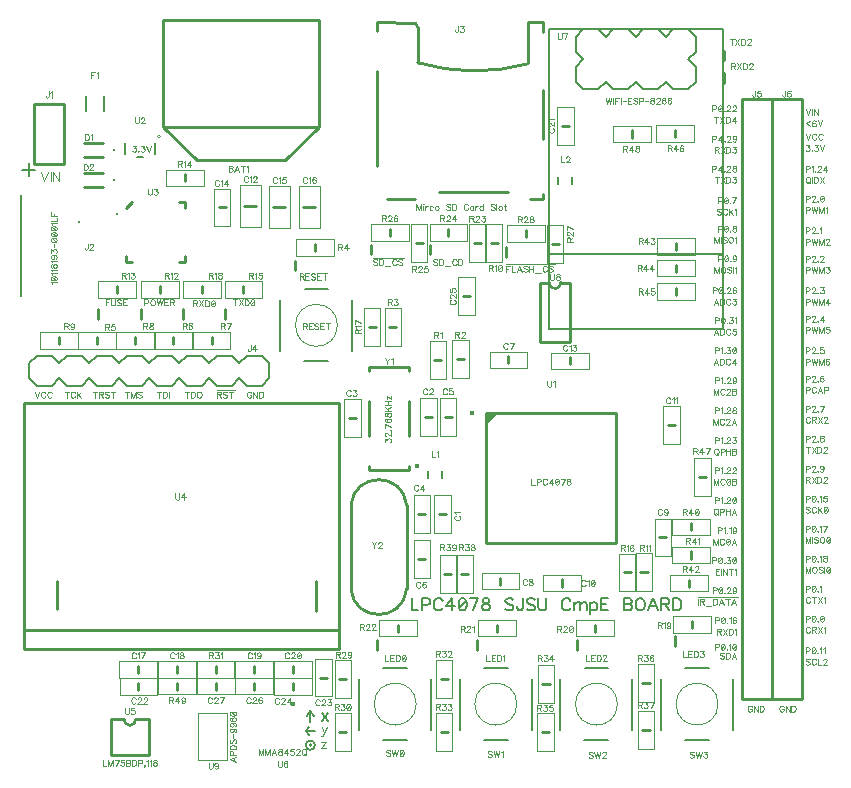
<source format=gbr>
%TF.GenerationSoftware,Novarm,DipTrace,3.2.0.1*%
%TF.CreationDate,2018-06-28T18:28:32-08:00*%
%FSLAX26Y26*%
%MOIN*%
%TF.FileFunction,Legend,Top*%
%TF.Part,Single*%
%ADD10C,0.009843*%
%ADD17C,0.006*%
%ADD18C,0.008*%
%ADD25C,0.003937*%
%ADD29C,0.009433*%
%ADD31C,0.005*%
%ADD35C,0.009994*%
%ADD47C,0.000013*%
%ADD48C,0.015768*%
%ADD51C,0.011774*%
%ADD57C,0.015697*%
%ADD63C,0.015422*%
%ADD138C,0.003088*%
%ADD139C,0.006176*%
%ADD140C,0.004632*%
%ADD141C,0.00772*%
G75*
G01*
%LPD*%
X1384962Y2546825D2*
D10*
X866222D1*
Y2903075D1*
X1384962D1*
Y2546825D1*
X1272521Y2434324D1*
X866222Y2546825D2*
X978742Y2434324D1*
X1272521D2*
X978742D1*
X1808636Y1253986D2*
X1785013D1*
X1824383Y1316978D2*
D25*
X1769265D1*
Y1190994D1*
X1824383D1*
Y1316978D1*
X1737997Y1577307D2*
D10*
X1761620D1*
X1722250Y1514315D2*
D25*
X1777368D1*
Y1640299D1*
X1722250D1*
Y1514315D1*
X1485805Y1575089D2*
D10*
X1509429D1*
X1470058Y1512097D2*
D25*
X1525176D1*
Y1638082D1*
X1470058D1*
Y1512097D1*
X1716263Y1255292D2*
D10*
X1739887D1*
X1700516Y1192299D2*
D25*
X1755634D1*
Y1318284D1*
X1700516D1*
Y1192299D1*
X1803615Y1577307D2*
D10*
X1827239D1*
X1787868Y1514315D2*
D25*
X1842986D1*
Y1640299D1*
X1787868D1*
Y1514315D1*
X1739887Y1103986D2*
D10*
X1716263D1*
X1755634Y1166978D2*
D25*
X1700516D1*
Y1040994D1*
X1755634D1*
Y1166978D1*
X2016660Y1757020D2*
D10*
Y1780644D1*
X2079652Y1741273D2*
D25*
X1953668D1*
Y1796391D1*
X2079652D1*
Y1741273D1*
X1989830Y1043069D2*
D10*
Y1019446D1*
X1926837Y1058816D2*
D25*
X2052822D1*
Y1003698D1*
X1926837D1*
Y1058816D1*
X2519388Y1177163D2*
D10*
X2543011D1*
X2503641Y1114171D2*
D25*
X2558759D1*
Y1240155D1*
X2503641D1*
Y1114171D1*
X2194419Y1013337D2*
D10*
Y1036960D1*
X2257411Y997589D2*
D25*
X2131427D1*
Y1052708D1*
X2257411D1*
Y997589D1*
X2547514Y1552166D2*
D10*
X2571137D1*
X2531767Y1489173D2*
D25*
X2586885D1*
Y1615158D1*
X2531767D1*
Y1489173D1*
X1175888Y2281299D2*
D10*
X1136514D1*
X1191634Y2352166D2*
D25*
X1120768D1*
Y2210433D1*
X1191634D1*
Y2352166D1*
X2220727Y1777505D2*
D10*
Y1753881D1*
X2157735Y1793252D2*
D25*
X2283719D1*
Y1738134D1*
X2157735D1*
Y1793252D1*
X1272674Y2278046D2*
D10*
X1233300D1*
X1288420Y2348912D2*
D25*
X1217554D1*
Y2207180D1*
X1288420D1*
Y2348912D1*
X1372665Y2278046D2*
D10*
X1333291D1*
X1388411Y2348912D2*
D25*
X1317545D1*
Y2207180D1*
X1388411D1*
Y2348912D1*
X782781Y749036D2*
D10*
Y725413D1*
X719789Y764784D2*
D25*
X845773D1*
Y709666D1*
X719789D1*
Y764784D1*
X911545Y749036D2*
D10*
Y725413D1*
X848553Y764784D2*
D25*
X974537D1*
Y709666D1*
X848553D1*
Y764784D1*
X1169071Y749036D2*
D10*
Y725413D1*
X1106079Y764784D2*
D25*
X1232063D1*
Y709666D1*
X1106079D1*
Y764784D1*
X1297835Y749036D2*
D10*
Y725413D1*
X1234843Y764784D2*
D25*
X1360827D1*
Y709666D1*
X1234843D1*
Y764784D1*
X2194199Y2549080D2*
D10*
X2217823D1*
X2178452Y2486088D2*
D25*
X2233570D1*
Y2612072D1*
X2178452D1*
Y2486088D1*
X783160Y668715D2*
D10*
Y692338D1*
X846152Y652967D2*
D25*
X720168D1*
Y708086D1*
X846152D1*
Y652967D1*
X1388139Y710236D2*
D10*
X1411762D1*
X1372391Y647244D2*
D25*
X1427509D1*
Y773229D1*
X1372391D1*
Y647244D1*
X1297835Y669157D2*
D10*
Y692781D1*
X1360827Y653410D2*
D25*
X1234843D1*
Y708528D1*
X1360827D1*
Y653410D1*
X1888977Y1981201D2*
D10*
X1865354D1*
X1904725Y2044193D2*
D25*
X1849607D1*
Y1918209D1*
X1904725D1*
Y2044193D1*
X1169156Y693013D2*
D10*
Y669389D1*
X1106164Y708760D2*
D25*
X1232149D1*
Y653642D1*
X1106164D1*
Y708760D1*
X1040575Y693013D2*
D10*
Y669389D1*
X977583Y708760D2*
D25*
X1103567D1*
Y653642D1*
X977583D1*
Y708760D1*
X664207Y2445124D2*
D10*
X601216D1*
X664207Y2492367D2*
X601216D1*
D29*
X701215Y2468746D3*
X664207Y2345135D2*
D10*
X601216D1*
X664207Y2392378D2*
X601216D1*
D29*
X701215Y2368756D3*
X667425Y2648852D2*
D18*
Y2598854D1*
X607425D2*
Y2648852D1*
X534316Y2621870D2*
D10*
X434316D1*
X534316Y2421870D2*
Y2621870D1*
Y2421870D2*
X434316D1*
Y2621870D1*
D35*
X586718Y2228694D3*
X391834Y2317274D2*
D31*
Y1982629D1*
X1578035Y2415472D2*
D10*
Y2730513D1*
Y2866214D2*
Y2893713D1*
X2133024D2*
Y2862030D1*
Y2667146D2*
Y2505740D1*
Y2321019D2*
Y2305476D1*
X2089865D1*
X2014488Y2328790D2*
X1786536D1*
X1703865Y2305476D2*
X1613292D1*
X1705688Y2893115D2*
X1713591Y2873986D1*
Y2759806D1*
X2080139Y2893115D2*
Y2759806D1*
X1713591D2*
G03X2080139Y2755621I190683J646859D01*
G01*
X1705688Y2893115D2*
X1578035Y2893713D1*
X2080139D2*
X2133024D1*
X1043661Y1782450D2*
D18*
X1093741D1*
X1118701Y1757450D1*
Y1707450D2*
X1093741Y1682450D1*
X918701Y1757450D2*
X943741Y1782450D1*
X993741D1*
X1018701Y1757450D1*
Y1707450D2*
X993741Y1682450D1*
X943741D1*
X918701Y1707450D1*
X1043661Y1782450D2*
X1018701Y1757450D1*
Y1707450D2*
X1043661Y1682450D1*
X1093741D2*
X1043661D1*
X743661Y1782450D2*
X793741D1*
X818701Y1757450D1*
Y1707450D2*
X793741Y1682450D1*
X818701Y1757450D2*
X843741Y1782450D1*
X893741D1*
X918701Y1757450D1*
Y1707450D2*
X893741Y1682450D1*
X843741D1*
X818701Y1707450D1*
X618701Y1757450D2*
X643741Y1782450D1*
X693741D1*
X718701Y1757450D1*
Y1707450D2*
X693741Y1682450D1*
X643741D1*
X618701Y1707450D1*
X743661Y1782450D2*
X718701Y1757450D1*
Y1707450D2*
X743661Y1682450D1*
X793741D2*
X743661D1*
X443661Y1782450D2*
X493741D1*
X518701Y1757450D1*
Y1707450D2*
X493741Y1682450D1*
X518701Y1757450D2*
X543741Y1782450D1*
X593741D1*
X618701Y1757450D1*
Y1707450D2*
X593741Y1682450D1*
X543741D1*
X518701Y1707450D1*
X418701Y1757450D2*
Y1707450D1*
X443661Y1782450D2*
X418701Y1757450D1*
Y1707450D2*
X443661Y1682450D1*
X493741D2*
X443661D1*
X1143741Y1782450D2*
X1193741D1*
X1218701Y1757450D1*
Y1707450D1*
X1193741Y1682450D1*
X1143741Y1782450D2*
X1118701Y1757450D1*
Y1707450D2*
X1143741Y1682450D1*
X1193741D2*
X1143741D1*
X2793701Y713450D2*
D10*
Y2637450D1*
Y637450D2*
Y713450D1*
X2893701Y637450D2*
X2793701D1*
X2893701D2*
Y2637450D1*
X2793701D1*
X2893701Y713450D2*
Y2637450D1*
Y637450D2*
Y713450D1*
X2993701Y637450D2*
X2893701D1*
X2993701D2*
Y2637450D1*
X2893701D1*
X1748352Y1373663D2*
D17*
Y1397288D1*
X1795596Y1373663D2*
Y1397288D1*
X2182389Y2354881D2*
Y2378506D1*
X2229633Y2354881D2*
Y2378506D1*
X1304244Y2067704D2*
D10*
Y2099200D1*
X791441Y1906180D2*
Y1937676D1*
X647706Y1906180D2*
Y1937676D1*
X1072662Y1906180D2*
Y1937676D1*
X932051Y1906180D2*
Y1937676D1*
X2572244Y815453D2*
Y846949D1*
X2245160Y802953D2*
Y834449D1*
X1911828Y802953D2*
Y834449D1*
X1578495Y802953D2*
Y834449D1*
X1753647Y2121876D2*
Y2153372D1*
X1559877Y2121876D2*
Y2153372D1*
X2006802Y2112499D2*
Y2143995D1*
X2734743Y2693586D2*
Y2725082D1*
Y2768586D2*
Y2800082D1*
X1753795Y1706431D2*
D25*
X1808914D1*
Y1832415D1*
X1753795D1*
Y1706431D1*
X1769543Y1769423D2*
D10*
X1793166D1*
X1828795Y1708054D2*
D25*
X1883914D1*
Y1834038D1*
X1828795D1*
Y1708054D1*
X1844543Y1771046D2*
D10*
X1868166D1*
X1658760Y1941979D2*
D25*
X1603642D1*
Y1815995D1*
X1658760D1*
Y1941979D1*
X1643013Y1878987D2*
D10*
X1619389D1*
X1309851Y2171433D2*
D25*
X1435835D1*
Y2116315D1*
X1309851D1*
Y2171433D1*
X1372843Y2155686D2*
D10*
Y2132062D1*
X708104Y1806878D2*
D25*
X582120D1*
Y1861996D1*
X708104D1*
Y1806878D1*
X645112Y1822625D2*
D10*
Y1846249D1*
X836780Y1861996D2*
D25*
X962764D1*
Y1806878D1*
X836780D1*
Y1861996D1*
X899772Y1846249D2*
D10*
Y1822625D1*
X964110Y1861996D2*
D25*
X1090095D1*
Y1806878D1*
X964110D1*
Y1861996D1*
X1027103Y1846249D2*
D10*
Y1822625D1*
X835435Y1806878D2*
D25*
X709450D1*
Y1861996D1*
X835435D1*
Y1806878D1*
X772442Y1822625D2*
D10*
Y1846249D1*
X454789Y1861996D2*
D25*
X580773D1*
Y1806878D1*
X454789D1*
Y1861996D1*
X517781Y1846249D2*
D10*
Y1822625D1*
X1941307Y2095595D2*
D25*
X1996425D1*
Y2221579D1*
X1941307D1*
Y2095595D1*
X1957055Y2158587D2*
D10*
X1980678D1*
X2496042Y1123604D2*
D25*
X2440924D1*
Y997620D1*
X2496042D1*
Y1123604D1*
X2480295Y1060612D2*
D10*
X2456671D1*
X792253Y2030729D2*
D25*
X918238D1*
Y1975610D1*
X792253D1*
Y2030729D1*
X855246Y2014981D2*
D10*
Y1991358D1*
X648519Y2030729D2*
D25*
X774503D1*
Y1975610D1*
X648519D1*
Y2030729D1*
X711511Y2014981D2*
D10*
Y1991358D1*
X874402Y2403471D2*
D25*
X1000386D1*
Y2348353D1*
X874402D1*
Y2403471D1*
X937394Y2387724D2*
D10*
Y2364100D1*
X1070349Y2030729D2*
D25*
X1196334D1*
Y1975610D1*
X1070349D1*
Y2030729D1*
X1133341Y2014981D2*
D10*
Y1991358D1*
X2439798Y1123418D2*
D25*
X2384680D1*
Y997433D1*
X2439798D1*
Y1123418D1*
X2424051Y1060425D2*
D10*
X2400427D1*
X1590011Y1941979D2*
D25*
X1534893D1*
Y1815995D1*
X1590011D1*
Y1941979D1*
X1574263Y1878987D2*
D10*
X1550640D1*
X932864Y2030729D2*
D25*
X1058848D1*
Y1975610D1*
X932864D1*
Y2030729D1*
X995856Y2014981D2*
D10*
Y1991358D1*
X2691979Y859890D2*
D25*
X2565995D1*
Y915008D1*
X2691979D1*
Y859890D1*
X2628987Y875637D2*
D10*
Y899261D1*
X2369016Y847390D2*
D25*
X2243032D1*
Y902508D1*
X2369016D1*
Y847390D1*
X2306024Y863137D2*
D10*
Y886761D1*
X2041978Y847391D2*
D25*
X1915994D1*
Y902509D1*
X2041978D1*
Y847391D1*
X1978986Y863139D2*
D10*
Y886762D1*
X1710593Y847390D2*
D25*
X1584609D1*
Y902508D1*
X1710593D1*
Y847390D1*
X1647601Y863137D2*
D10*
Y886761D1*
X1884883Y2095423D2*
D25*
X1940002D1*
Y2221407D1*
X1884883D1*
Y2095423D1*
X1900631Y2158415D2*
D10*
X1924254D1*
X1753484Y2221260D2*
D25*
X1879469D1*
Y2166142D1*
X1753484D1*
Y2221260D1*
X1816477Y2205513D2*
D10*
Y2181889D1*
X1691133Y2095423D2*
D25*
X1746251D1*
Y2221407D1*
X1691133D1*
Y2095423D1*
X1706880Y2158415D2*
D10*
X1730504D1*
X1557912Y2221260D2*
D25*
X1683897D1*
Y2166142D1*
X1557912D1*
Y2221260D1*
X1620904Y2205513D2*
D10*
Y2181889D1*
X2144457Y2092469D2*
D25*
X2199575D1*
Y2218453D1*
X2144457D1*
Y2092469D1*
X2160204Y2155461D2*
D10*
X2183828D1*
X2011225Y2218313D2*
D25*
X2137209D1*
Y2163194D1*
X2011225D1*
Y2218313D1*
X2074217Y2202565D2*
D10*
Y2178942D1*
X1492334Y769223D2*
D25*
X1437215D1*
Y643239D1*
X1492334D1*
Y769223D1*
X1476586Y706231D2*
D10*
X1452963D1*
X1492334Y591994D2*
D25*
X1437215D1*
Y466009D1*
X1492334D1*
Y591994D1*
X1476586Y529002D2*
D10*
X1452963D1*
X1103299Y709666D2*
D25*
X977315D1*
Y764784D1*
X1103299D1*
Y709666D1*
X1040307Y725413D2*
D10*
Y749036D1*
X1829869Y769223D2*
D25*
X1774751D1*
Y643239D1*
X1829869D1*
Y769223D1*
X1814122Y706231D2*
D10*
X1790498D1*
X1829869Y591994D2*
D25*
X1774751D1*
Y466009D1*
X1829869D1*
Y591994D1*
X1814122Y529002D2*
D10*
X1790498D1*
X2169232Y750471D2*
D25*
X2114114D1*
Y624487D1*
X2169232D1*
Y750471D1*
X2153485Y687479D2*
D10*
X2129862D1*
X2167404Y591994D2*
D25*
X2112286D1*
Y466009D1*
X2167404D1*
Y591994D1*
X2151657Y529002D2*
D10*
X2128034D1*
X2502729Y754511D2*
D25*
X2447610D1*
Y628526D1*
X2502729D1*
Y754511D1*
X2486981Y691519D2*
D10*
X2463358D1*
X2502729Y598244D2*
D25*
X2447610D1*
Y472260D1*
X2502729D1*
Y598244D1*
X2486981Y535252D2*
D10*
X2463358D1*
X1898626Y1118991D2*
D25*
X1843508D1*
Y993007D1*
X1898626D1*
Y1118991D1*
X1882879Y1055999D2*
D10*
X1859255D1*
X1842370Y1118991D2*
D25*
X1787252D1*
Y993007D1*
X1842370D1*
Y1118991D1*
X1826623Y1055999D2*
D10*
X1802999D1*
X2561050Y1240009D2*
D25*
X2687034D1*
Y1184891D1*
X2561050D1*
Y1240009D1*
X2624042Y1224262D2*
D10*
Y1200639D1*
X2561051Y1146263D2*
D25*
X2687036D1*
Y1091145D1*
X2561051D1*
Y1146263D1*
X2624044Y1130515D2*
D10*
Y1106892D1*
X2554801Y1052517D2*
D25*
X2680785D1*
Y997399D1*
X2554801D1*
Y1052517D1*
X2617793Y1036770D2*
D10*
Y1013146D1*
X2511049Y2174383D2*
D25*
X2637033D1*
Y2119265D1*
X2511049D1*
Y2174383D1*
X2574041Y2158636D2*
D10*
Y2135013D1*
X2511050Y2102511D2*
D25*
X2637034D1*
Y2047393D1*
X2511050D1*
Y2102511D1*
X2574042Y2086763D2*
D10*
Y2063140D1*
X2511286Y2024546D2*
D25*
X2637271D1*
Y1969428D1*
X2511286D1*
Y2024546D1*
X2574278Y2008799D2*
D10*
Y1985175D1*
X2508605Y2550331D2*
D25*
X2634589D1*
Y2495213D1*
X2508605D1*
Y2550331D1*
X2571597Y2534584D2*
D10*
Y2510960D1*
X2690248Y1442075D2*
D25*
X2635130D1*
Y1316091D1*
X2690248D1*
Y1442075D1*
X2674501Y1379083D2*
D10*
X2650877D1*
X2364173Y2549385D2*
D25*
X2490158D1*
Y2494267D1*
X2364173D1*
Y2549385D1*
X2427166Y2533637D2*
D10*
Y2510014D1*
X849003Y708760D2*
D25*
X974987D1*
Y653642D1*
X849003D1*
Y708760D1*
X911995Y693013D2*
D10*
Y669389D1*
X1306445Y1884201D2*
D47*
G02X1306445Y1884201I70006J0D01*
G01*
X1256448Y1969209D2*
D18*
Y1799193D1*
X1496453D2*
Y1969209D1*
X1337164Y2004189D2*
X1416443D1*
X1335979Y1764213D2*
X1416443D1*
X1568945Y621701D2*
D47*
G02X1568945Y621701I70006J0D01*
G01*
X1518948Y706709D2*
D18*
Y536693D1*
X1758953D2*
Y706709D1*
X1599664Y741689D2*
X1678943D1*
X1598479Y501713D2*
X1678943D1*
X1904362Y621701D2*
D47*
G02X1904362Y621701I70006J0D01*
G01*
X1854365Y706709D2*
D18*
Y536693D1*
X2094370D2*
Y706709D1*
X1935081Y741689D2*
X2014360D1*
X1933896Y501713D2*
X2014360D1*
X2239778Y621701D2*
D47*
G02X2239778Y621701I70006J0D01*
G01*
X2189781Y706709D2*
D18*
Y536693D1*
X2429786D2*
Y706709D1*
X2270497Y741689D2*
X2349776D1*
X2269312Y501713D2*
X2349776D1*
X2575195Y621701D2*
D47*
G02X2575195Y621701I70006J0D01*
G01*
X2525199Y706709D2*
D18*
Y536693D1*
X2765203D2*
Y706709D1*
X2605914Y741689D2*
X2685193D1*
X2604730Y501713D2*
X2685193D1*
X1941910Y1591998D2*
D10*
X2375020D1*
Y1158887D1*
X1941910D1*
Y1591998D1*
G36*
D2*
Y1552608D1*
X1981299Y1591998D1*
X1941910D1*
G37*
D48*
X1894695D3*
X845553Y2513763D2*
D47*
G02X845553Y2513763I4999J0D01*
G01*
X737554Y2456858D2*
D18*
Y2490670D1*
X837550D2*
Y2456858D1*
X798115Y2445861D2*
X776988D1*
X919022Y2293689D2*
D10*
X938686D1*
Y2273997D1*
X919022Y2096816D2*
X938686D1*
Y2116507D2*
Y2096816D1*
X741866D2*
X761556D1*
X741866Y2116507D2*
Y2096816D1*
D51*
X712382Y2254316D3*
X761556Y2293689D2*
D10*
X741866Y2273997D1*
X510110Y939264D2*
Y1033052D1*
X1376494Y932940D2*
Y1032970D1*
X400788Y804331D2*
X1451969D1*
Y1625591D1*
X400788D1*
Y804331D1*
X401839Y867157D2*
X1451864D1*
X691765Y570620D2*
Y452509D1*
X817734Y570620D2*
Y452509D1*
X691765D2*
X817734D1*
X691765Y570620D2*
X735061D1*
X774438D2*
X817734D1*
X735061D2*
G03X774438Y570620I19688J-13D01*
G01*
D57*
X1299964Y623378D3*
X2730576Y2871822D2*
D31*
Y2121822D1*
Y1871822D1*
X2150576D1*
Y2121822D1*
Y2871822D1*
X2265590D1*
X2315586D1*
X2365582D1*
X2415578D1*
X2465574D1*
X2515570D1*
X2565566D1*
X2615562D1*
X2730576D1*
Y2121822D2*
X2150576D1*
X2615562Y2871822D2*
X2640560Y2846822D1*
Y2796822D1*
X2615562Y2771822D1*
X2640560Y2746822D1*
Y2696822D1*
X2615562Y2671822D1*
X2565566D1*
X2540568Y2696822D1*
X2515570Y2671822D1*
X2465574D1*
X2440576Y2696822D1*
X2415578Y2671822D1*
X2365582D1*
X2340584Y2696822D1*
X2315586Y2671822D1*
X2265590D1*
X2240592Y2696822D1*
Y2746822D1*
X2265590Y2771822D1*
X2240592Y2796822D1*
Y2846822D1*
X2265590Y2871822D1*
X2315586D2*
X2340584Y2846822D1*
X2365582Y2871822D1*
X2415578D2*
X2440576Y2846822D1*
X2465574Y2871822D1*
X2515570D2*
X2540568Y2846822D1*
X2565566Y2871822D1*
X2120687Y2026503D2*
D10*
Y1829649D1*
X2223064Y2026503D2*
Y1829649D1*
X2120687D2*
X2223064D1*
X2152181Y2026503D2*
X2120687D1*
X2191570D2*
X2223064D1*
X2152181D2*
G03X2191570Y2026503I19694J9D01*
G01*
X982629Y590650D2*
D25*
X1077117D1*
Y436017D1*
X982629D1*
Y590650D1*
D63*
X1711300Y1414945D3*
X1685086Y1731553D2*
D10*
Y1745253D1*
X1551121Y1731553D2*
Y1745253D1*
X1685086D2*
X1551121D1*
X1685086Y1515080D2*
Y1632907D1*
X1551121Y1515080D2*
Y1632907D1*
Y1402734D2*
Y1416435D1*
X1685086Y1402734D2*
Y1416435D1*
Y1402734D2*
X1551121D1*
X1677200Y1005290D2*
Y1284619D1*
X1491452Y1005290D2*
Y1284619D1*
Y1005290D2*
G03X1677200Y1005290I92874J8216D01*
G01*
Y1284619D2*
G03X1491452Y1284619I-92874J-8216D01*
G01*
X1074263Y2277166D2*
X1050639D1*
X1090010Y2340158D2*
D25*
X1034892D1*
Y2214173D1*
X1090010D1*
Y2340158D1*
X1340390Y531440D2*
D18*
X1371668Y531486D1*
X1340390Y531440D2*
X1352890Y543940D1*
X1340390Y531440D2*
X1352890Y518941D1*
X1356015Y562689D2*
Y597065D1*
X1343513Y581440D1*
X1356015Y597065D2*
X1368515Y581440D1*
X1340487Y484593D2*
G02X1340487Y484593I15627J0D01*
G01*
X1352990Y484594D2*
G02X1352990Y484594I3125J0D01*
G01*
X1083523Y2416793D2*
D138*
Y2396697D1*
X1092145D1*
X1095019Y2397670D1*
X1095970Y2398621D1*
X1096920Y2400522D1*
Y2403396D1*
X1095970Y2405319D1*
X1095019Y2406270D1*
X1092145Y2407221D1*
X1095019Y2408193D1*
X1095970Y2409144D1*
X1096920Y2411045D1*
Y2412969D1*
X1095970Y2414870D1*
X1095019Y2415843D1*
X1092145Y2416793D1*
X1083523D1*
Y2407221D2*
X1092145D1*
X1118417Y2396697D2*
X1110745Y2416793D1*
X1103096Y2396697D1*
X1105970Y2403396D2*
X1115543D1*
X1131291Y2416793D2*
Y2396697D1*
X1124593Y2416793D2*
X1137990D1*
X1144166Y2412947D2*
X1146089Y2413919D1*
X1148963Y2416771D1*
Y2396697D1*
X1841061Y1249898D2*
X1839160Y1248947D1*
X1837236Y1247024D1*
X1836286Y1245122D1*
Y1241298D1*
X1837236Y1239374D1*
X1839160Y1237473D1*
X1841061Y1236500D1*
X1843935Y1235550D1*
X1848732D1*
X1851584Y1236500D1*
X1853508Y1237473D1*
X1855409Y1239374D1*
X1856382Y1241298D1*
Y1245122D1*
X1855409Y1247024D1*
X1853508Y1248947D1*
X1851584Y1249898D1*
X1840133Y1256073D2*
X1839160Y1257997D1*
X1836308Y1260871D1*
X1856382D1*
X1746262Y1669054D2*
X1745311Y1670955D1*
X1743388Y1672878D1*
X1741486Y1673829D1*
X1737662D1*
X1735738Y1672878D1*
X1733837Y1670955D1*
X1732864Y1669054D1*
X1731914Y1666180D1*
Y1661382D1*
X1732864Y1658530D1*
X1733837Y1656607D1*
X1735738Y1654706D1*
X1737662Y1653733D1*
X1741486D1*
X1743388Y1654706D1*
X1745311Y1656607D1*
X1746262Y1658530D1*
X1753410Y1669031D2*
Y1669982D1*
X1754361Y1671905D1*
X1755311Y1672856D1*
X1757235Y1673807D1*
X1761059D1*
X1762961Y1672856D1*
X1763911Y1671905D1*
X1764884Y1669982D1*
Y1668081D1*
X1763911Y1666157D1*
X1762010Y1663305D1*
X1752437Y1653733D1*
X1765835D1*
X1490945Y1663712D2*
X1489995Y1665614D1*
X1488071Y1667537D1*
X1486170Y1668488D1*
X1482345D1*
X1480422Y1667537D1*
X1478521Y1665614D1*
X1477548Y1663712D1*
X1476597Y1660838D1*
Y1656041D1*
X1477548Y1653189D1*
X1478521Y1651266D1*
X1480422Y1649364D1*
X1482345Y1648392D1*
X1486170D1*
X1488071Y1649364D1*
X1489995Y1651266D1*
X1490945Y1653189D1*
X1499045Y1668465D2*
X1509546D1*
X1503820Y1660816D1*
X1506694D1*
X1508595Y1659866D1*
X1509546Y1658915D1*
X1510518Y1656041D1*
Y1654140D1*
X1509546Y1651266D1*
X1507644Y1649342D1*
X1504770Y1648392D1*
X1501896D1*
X1499045Y1649342D1*
X1498094Y1650315D1*
X1497121Y1652216D1*
X1716181Y1348561D2*
X1715231Y1350463D1*
X1713307Y1352386D1*
X1711406Y1353337D1*
X1707581D1*
X1705658Y1352386D1*
X1703757Y1350463D1*
X1702784Y1348561D1*
X1701833Y1345687D1*
Y1340890D1*
X1702784Y1338038D1*
X1703757Y1336115D1*
X1705658Y1334213D1*
X1707581Y1333241D1*
X1711406D1*
X1713307Y1334213D1*
X1715231Y1336115D1*
X1716181Y1338038D1*
X1731930Y1333241D2*
Y1353315D1*
X1722357Y1339939D1*
X1736705D1*
X1811880Y1669071D2*
X1810929Y1670972D1*
X1809006Y1672895D1*
X1807105Y1673846D1*
X1803280D1*
X1801356Y1672895D1*
X1799455Y1670972D1*
X1798482Y1669071D1*
X1797532Y1666197D1*
Y1661399D1*
X1798482Y1658547D1*
X1799455Y1656624D1*
X1801356Y1654723D1*
X1803280Y1653750D1*
X1807105D1*
X1809006Y1654723D1*
X1810929Y1656624D1*
X1811880Y1658547D1*
X1829529Y1673824D2*
X1819979D1*
X1819028Y1665224D1*
X1819979Y1666174D1*
X1822853Y1667147D1*
X1825705D1*
X1828579Y1666174D1*
X1830502Y1664273D1*
X1831453Y1661399D1*
Y1659498D1*
X1830502Y1656624D1*
X1828579Y1654701D1*
X1825705Y1653750D1*
X1822853D1*
X1819979Y1654701D1*
X1819028Y1655673D1*
X1818056Y1657575D1*
X1723394Y1025400D2*
X1722443Y1027301D1*
X1720520Y1029225D1*
X1718618Y1030175D1*
X1714794D1*
X1712870Y1029225D1*
X1710969Y1027301D1*
X1709996Y1025400D1*
X1709046Y1022526D1*
Y1017729D1*
X1709996Y1014877D1*
X1710969Y1012953D1*
X1712870Y1011052D1*
X1714794Y1010079D1*
X1718618D1*
X1720520Y1011052D1*
X1722443Y1012953D1*
X1723394Y1014877D1*
X1741043Y1027301D2*
X1740093Y1029203D1*
X1737219Y1030153D1*
X1735317D1*
X1732443Y1029203D1*
X1730520Y1026329D1*
X1729569Y1021553D1*
Y1016778D1*
X1730520Y1012953D1*
X1732443Y1011030D1*
X1735317Y1010079D1*
X1736268D1*
X1739120Y1011030D1*
X1741043Y1012953D1*
X1741994Y1015827D1*
Y1016778D1*
X1741043Y1019652D1*
X1739120Y1021553D1*
X1736268Y1022504D1*
X1735317D1*
X1732443Y1021553D1*
X1730520Y1019652D1*
X1729569Y1016778D1*
X2014065Y1820897D2*
X2013114Y1822799D1*
X2011191Y1824722D1*
X2009290Y1825673D1*
X2005465D1*
X2003542Y1824722D1*
X2001640Y1822799D1*
X2000668Y1820897D1*
X1999717Y1818023D1*
Y1813226D1*
X2000668Y1810374D1*
X2001640Y1808451D1*
X2003542Y1806549D1*
X2005465Y1805577D1*
X2009290D1*
X2011191Y1806549D1*
X2013114Y1808451D1*
X2014065Y1810374D1*
X2024065Y1805577D2*
X2033638Y1825651D1*
X2020241D1*
X2077861Y1033328D2*
X2076910Y1035229D1*
X2074987Y1037152D1*
X2073085Y1038103D1*
X2069261D1*
X2067337Y1037152D1*
X2065436Y1035229D1*
X2064463Y1033328D1*
X2063513Y1030454D1*
Y1025656D1*
X2064463Y1022804D1*
X2065436Y1020881D1*
X2067337Y1018980D1*
X2069261Y1018007D1*
X2073085D1*
X2074987Y1018980D1*
X2076910Y1020881D1*
X2077861Y1022804D1*
X2088812Y1038081D2*
X2085960Y1037130D1*
X2084987Y1035229D1*
Y1033306D1*
X2085960Y1031404D1*
X2087861Y1030432D1*
X2091686Y1029481D1*
X2094560Y1028530D1*
X2096461Y1026607D1*
X2097412Y1024706D1*
Y1021832D1*
X2096461Y1019930D1*
X2095510Y1018958D1*
X2092636Y1018007D1*
X2088812D1*
X2085960Y1018958D1*
X2084987Y1019930D1*
X2084036Y1021832D1*
Y1024706D1*
X2084987Y1026607D1*
X2086910Y1028530D1*
X2089762Y1029481D1*
X2093587Y1030432D1*
X2095510Y1031404D1*
X2096461Y1033306D1*
Y1035229D1*
X2095510Y1037130D1*
X2092636Y1038081D1*
X2088812D1*
X2529080Y1267786D2*
X2528129Y1269687D1*
X2526206Y1271610D1*
X2524304Y1272561D1*
X2520480D1*
X2518556Y1271610D1*
X2516655Y1269687D1*
X2515682Y1267786D1*
X2514732Y1264912D1*
Y1260114D1*
X2515682Y1257262D1*
X2516655Y1255339D1*
X2518556Y1253438D1*
X2520480Y1252465D1*
X2524304D1*
X2526206Y1253438D1*
X2528129Y1255339D1*
X2529080Y1257262D1*
X2547702Y1265862D2*
X2546729Y1262988D1*
X2544828Y1261065D1*
X2541954Y1260114D1*
X2541003D1*
X2538129Y1261065D1*
X2536228Y1262988D1*
X2535255Y1265862D1*
Y1266813D1*
X2536228Y1269687D1*
X2538129Y1271588D1*
X2541003Y1272539D1*
X2541954D1*
X2544828Y1271588D1*
X2546729Y1269687D1*
X2547702Y1265862D1*
Y1261065D1*
X2546729Y1256290D1*
X2544828Y1253416D1*
X2541954Y1252465D1*
X2540053D1*
X2537179Y1253416D1*
X2536228Y1255339D1*
X2273828Y1030344D2*
X2272877Y1032245D1*
X2270954Y1034168D1*
X2269052Y1035119D1*
X2265228D1*
X2263304Y1034168D1*
X2261403Y1032245D1*
X2260430Y1030344D1*
X2259480Y1027470D1*
Y1022672D1*
X2260430Y1019820D1*
X2261403Y1017897D1*
X2263304Y1015996D1*
X2265228Y1015023D1*
X2269052D1*
X2270954Y1015996D1*
X2272877Y1017897D1*
X2273828Y1019820D1*
X2280003Y1031272D2*
X2281927Y1032245D1*
X2284801Y1035097D1*
Y1015023D1*
X2296724Y1035097D2*
X2293850Y1034146D1*
X2291927Y1031272D1*
X2290976Y1026497D1*
Y1023623D1*
X2291927Y1018847D1*
X2293850Y1015973D1*
X2296724Y1015023D1*
X2298626D1*
X2301500Y1015973D1*
X2303401Y1018847D1*
X2304374Y1023623D1*
Y1026497D1*
X2303401Y1031272D1*
X2301500Y1034146D1*
X2298626Y1035097D1*
X2296724D1*
X2303401Y1031272D2*
X2291927Y1018847D1*
X2556090Y1639198D2*
X2555139Y1641099D1*
X2553216Y1643023D1*
X2551314Y1643973D1*
X2547490D1*
X2545566Y1643023D1*
X2543665Y1641099D1*
X2542692Y1639198D1*
X2541742Y1636324D1*
Y1631526D1*
X2542692Y1628675D1*
X2543665Y1626751D1*
X2545566Y1624850D1*
X2547490Y1623877D1*
X2551314D1*
X2553216Y1624850D1*
X2555139Y1626751D1*
X2556090Y1628675D1*
X2562265Y1640126D2*
X2564189Y1641099D1*
X2567063Y1643951D1*
Y1623877D1*
X2573238Y1640126D2*
X2575162Y1641099D1*
X2578036Y1643951D1*
Y1623877D1*
X1148086Y2376634D2*
X1147136Y2378535D1*
X1145212Y2380458D1*
X1143311Y2381409D1*
X1139486D1*
X1137563Y2380458D1*
X1135662Y2378535D1*
X1134689Y2376634D1*
X1133738Y2373760D1*
Y2368962D1*
X1134689Y2366110D1*
X1135662Y2364187D1*
X1137563Y2362286D1*
X1139486Y2361313D1*
X1143311D1*
X1145212Y2362286D1*
X1147136Y2364187D1*
X1148086Y2366110D1*
X1154262Y2377562D2*
X1156185Y2378535D1*
X1159059Y2381387D1*
Y2361313D1*
X1166208Y2376611D2*
Y2377562D1*
X1167158Y2379485D1*
X1168109Y2380436D1*
X1170032Y2381387D1*
X1173857D1*
X1175758Y2380436D1*
X1176709Y2379485D1*
X1177682Y2377562D1*
Y2375661D1*
X1176709Y2373737D1*
X1174808Y2370886D1*
X1165235Y2361313D1*
X1178632D1*
X2212636Y1814638D2*
X2211685Y1816539D1*
X2209762Y1818462D1*
X2207861Y1819413D1*
X2204036D1*
X2202113Y1818462D1*
X2200211Y1816539D1*
X2199239Y1814638D1*
X2198288Y1811763D1*
Y1806966D1*
X2199239Y1804114D1*
X2200211Y1802191D1*
X2202113Y1800290D1*
X2204036Y1799317D1*
X2207861D1*
X2209762Y1800290D1*
X2211685Y1802191D1*
X2212636Y1804114D1*
X2218812Y1815566D2*
X2220735Y1816539D1*
X2223609Y1819391D1*
Y1799317D1*
X2231708Y1819391D2*
X2242209D1*
X2236484Y1811741D1*
X2239358D1*
X2241259Y1810791D1*
X2242209Y1809840D1*
X2243182Y1806966D1*
Y1805065D1*
X2242209Y1802191D1*
X2240308Y1800267D1*
X2237434Y1799317D1*
X2234560D1*
X2231708Y1800267D1*
X2230758Y1801240D1*
X2229785Y1803141D1*
X1244888Y2373426D2*
X1243937Y2375328D1*
X1242014Y2377251D1*
X1240113Y2378202D1*
X1236288D1*
X1234365Y2377251D1*
X1232463Y2375328D1*
X1231491Y2373426D1*
X1230540Y2370552D1*
Y2365755D1*
X1231491Y2362903D1*
X1232463Y2360980D1*
X1234365Y2359078D1*
X1236288Y2358106D1*
X1240113D1*
X1242014Y2359078D1*
X1243937Y2360980D1*
X1244888Y2362903D1*
X1251064Y2374355D2*
X1252987Y2375328D1*
X1255861Y2378179D1*
Y2358106D1*
X1273511Y2378179D2*
X1263960D1*
X1263010Y2369579D1*
X1263960Y2370530D1*
X1266834Y2371503D1*
X1269686D1*
X1272560Y2370530D1*
X1274484Y2368629D1*
X1275434Y2365755D1*
Y2363854D1*
X1274484Y2360980D1*
X1272560Y2359056D1*
X1269686Y2358106D1*
X1266834D1*
X1263960Y2359056D1*
X1263010Y2360029D1*
X1262037Y2361930D1*
X1345365Y2373426D2*
X1344415Y2375328D1*
X1342491Y2377251D1*
X1340590Y2378202D1*
X1336765D1*
X1334842Y2377251D1*
X1332941Y2375328D1*
X1331968Y2373426D1*
X1331017Y2370552D1*
Y2365755D1*
X1331968Y2362903D1*
X1332941Y2360980D1*
X1334842Y2359078D1*
X1336765Y2358106D1*
X1340590D1*
X1342491Y2359078D1*
X1344415Y2360980D1*
X1345365Y2362903D1*
X1351541Y2374355D2*
X1353464Y2375328D1*
X1356338Y2378179D1*
Y2358106D1*
X1373988Y2375328D2*
X1373037Y2377229D1*
X1370163Y2378179D1*
X1368262D1*
X1365388Y2377229D1*
X1363465Y2374355D1*
X1362514Y2369579D1*
Y2364804D1*
X1363465Y2360980D1*
X1365388Y2359056D1*
X1368262Y2358106D1*
X1369213D1*
X1372065Y2359056D1*
X1373988Y2360980D1*
X1374939Y2363854D1*
Y2364804D1*
X1373988Y2367678D1*
X1372065Y2369579D1*
X1369213Y2370530D1*
X1368262D1*
X1365388Y2369579D1*
X1363465Y2367678D1*
X1362514Y2364804D1*
X774682Y789298D2*
X773731Y791199D1*
X771808Y793122D1*
X769907Y794073D1*
X766082D1*
X764159Y793122D1*
X762257Y791199D1*
X761285Y789298D1*
X760334Y786424D1*
Y781626D1*
X761285Y778774D1*
X762257Y776851D1*
X764159Y774950D1*
X766082Y773977D1*
X769907D1*
X771808Y774950D1*
X773731Y776851D1*
X774682Y778774D1*
X780858Y790226D2*
X782781Y791199D1*
X785655Y794051D1*
Y773977D1*
X795655D2*
X805228Y794051D1*
X791831D1*
X903457Y789298D2*
X902506Y791199D1*
X900583Y793122D1*
X898682Y794073D1*
X894857D1*
X892933Y793122D1*
X891032Y791199D1*
X890059Y789298D1*
X889109Y786424D1*
Y781626D1*
X890059Y778774D1*
X891032Y776851D1*
X892933Y774950D1*
X894857Y773977D1*
X898682D1*
X900583Y774950D1*
X902506Y776851D1*
X903457Y778774D1*
X909633Y790226D2*
X911556Y791199D1*
X914430Y794051D1*
Y773977D1*
X925381Y794051D2*
X922529Y793100D1*
X921556Y791199D1*
Y789276D1*
X922529Y787374D1*
X924430Y786401D1*
X928255Y785451D1*
X931129Y784500D1*
X933030Y782577D1*
X933981Y780676D1*
Y777802D1*
X933030Y775900D1*
X932080Y774928D1*
X929206Y773977D1*
X925381D1*
X922529Y774928D1*
X921556Y775900D1*
X920606Y777802D1*
Y780676D1*
X921556Y782577D1*
X923480Y784500D1*
X926332Y785451D1*
X930156Y786401D1*
X932080Y787374D1*
X933030Y789276D1*
Y791199D1*
X932080Y793100D1*
X929206Y794051D1*
X925381D1*
X1161447Y789298D2*
X1160497Y791199D1*
X1158573Y793122D1*
X1156672Y794073D1*
X1152847D1*
X1150924Y793122D1*
X1149023Y791199D1*
X1148050Y789298D1*
X1147099Y786424D1*
Y781626D1*
X1148050Y778774D1*
X1149023Y776851D1*
X1150924Y774950D1*
X1152847Y773977D1*
X1156672D1*
X1158573Y774950D1*
X1160497Y776851D1*
X1161447Y778774D1*
X1167623Y790226D2*
X1169546Y791199D1*
X1172420Y794051D1*
Y773977D1*
X1191043Y787374D2*
X1190070Y784500D1*
X1188169Y782577D1*
X1185295Y781626D1*
X1184344D1*
X1181470Y782577D1*
X1179569Y784500D1*
X1178596Y787374D1*
Y788325D1*
X1179569Y791199D1*
X1181470Y793100D1*
X1184344Y794051D1*
X1185295D1*
X1188169Y793100D1*
X1190070Y791199D1*
X1191043Y787374D1*
Y782577D1*
X1190070Y777802D1*
X1188169Y774928D1*
X1185295Y773977D1*
X1183394D1*
X1180519Y774928D1*
X1179569Y776851D1*
X1285436Y789298D2*
X1284485Y791199D1*
X1282562Y793122D1*
X1280661Y794073D1*
X1276836D1*
X1274912Y793122D1*
X1273011Y791199D1*
X1272038Y789298D1*
X1271088Y786424D1*
Y781626D1*
X1272038Y778774D1*
X1273011Y776851D1*
X1274912Y774950D1*
X1276836Y773977D1*
X1280661D1*
X1282562Y774950D1*
X1284485Y776851D1*
X1285436Y778774D1*
X1292584Y789276D2*
Y790226D1*
X1293535Y792150D1*
X1294486Y793100D1*
X1296409Y794051D1*
X1300234D1*
X1302135Y793100D1*
X1303085Y792150D1*
X1304058Y790226D1*
Y788325D1*
X1303085Y786401D1*
X1301184Y783550D1*
X1291612Y773977D1*
X1305009D1*
X1316933Y794051D2*
X1314059Y793100D1*
X1312135Y790226D1*
X1311185Y785451D1*
Y782577D1*
X1312135Y777802D1*
X1314059Y774928D1*
X1316933Y773977D1*
X1318834D1*
X1321708Y774928D1*
X1323609Y777802D1*
X1324582Y782577D1*
Y785451D1*
X1323609Y790226D1*
X1321708Y793100D1*
X1318834Y794051D1*
X1316933D1*
X1323609Y790226D2*
X1312135Y777802D1*
X2153938Y2540981D2*
X2152036Y2540031D1*
X2150113Y2538107D1*
X2149162Y2536206D1*
Y2532381D1*
X2150113Y2530458D1*
X2152036Y2528557D1*
X2153938Y2527584D1*
X2156812Y2526633D1*
X2161609D1*
X2164461Y2527584D1*
X2166384Y2528557D1*
X2168286Y2530458D1*
X2169258Y2532381D1*
Y2536206D1*
X2168286Y2538107D1*
X2166384Y2540031D1*
X2164461Y2540981D1*
X2153960Y2548130D2*
X2153009D1*
X2151086Y2549080D1*
X2150135Y2550031D1*
X2149185Y2551954D1*
Y2555779D1*
X2150135Y2557680D1*
X2151086Y2558631D1*
X2153009Y2559604D1*
X2154911D1*
X2156834Y2558631D1*
X2159686Y2556730D1*
X2169258Y2547157D1*
Y2560554D1*
X2153009Y2566730D2*
X2152036Y2568653D1*
X2149185Y2571527D1*
X2169258D1*
X773886Y638859D2*
X772935Y640761D1*
X771012Y642684D1*
X769111Y643635D1*
X765286D1*
X763363Y642684D1*
X761461Y640761D1*
X760489Y638859D1*
X759538Y635985D1*
Y631188D1*
X760489Y628336D1*
X761461Y626413D1*
X763363Y624511D1*
X765286Y623539D1*
X769111D1*
X771012Y624511D1*
X772935Y626413D1*
X773886Y628336D1*
X781034Y638837D2*
Y639788D1*
X781985Y641711D1*
X782936Y642662D1*
X784859Y643612D1*
X788684D1*
X790585Y642662D1*
X791536Y641711D1*
X792508Y639788D1*
Y637887D1*
X791536Y635963D1*
X789634Y633111D1*
X780062Y623539D1*
X793459D1*
X800607Y638837D2*
Y639788D1*
X801558Y641711D1*
X802509Y642662D1*
X804432Y643612D1*
X808257D1*
X810158Y642662D1*
X811109Y641711D1*
X812081Y639788D1*
Y637887D1*
X811109Y635963D1*
X809207Y633111D1*
X799635Y623539D1*
X813032D1*
X1387003Y632563D2*
X1386052Y634464D1*
X1384129Y636387D1*
X1382227Y637338D1*
X1378403D1*
X1376479Y636387D1*
X1374578Y634464D1*
X1373605Y632563D1*
X1372655Y629689D1*
Y624891D1*
X1373605Y622039D1*
X1374578Y620116D1*
X1376479Y618215D1*
X1378403Y617242D1*
X1382227D1*
X1384129Y618215D1*
X1386052Y620116D1*
X1387003Y622039D1*
X1394151Y632541D2*
Y633491D1*
X1395102Y635415D1*
X1396052Y636365D1*
X1397976Y637316D1*
X1401800D1*
X1403702Y636365D1*
X1404652Y635415D1*
X1405625Y633491D1*
Y631590D1*
X1404652Y629667D1*
X1402751Y626815D1*
X1393178Y617242D1*
X1406576D1*
X1414675Y637316D2*
X1425176D1*
X1419450Y629667D1*
X1422324D1*
X1424225Y628716D1*
X1425176Y627765D1*
X1426149Y624891D1*
Y622990D1*
X1425176Y620116D1*
X1423275Y618193D1*
X1420401Y617242D1*
X1417527D1*
X1414675Y618193D1*
X1413724Y619165D1*
X1412751Y621067D1*
X1252105Y637669D2*
X1251154Y639570D1*
X1249231Y641494D1*
X1247330Y642444D1*
X1243505D1*
X1241582Y641494D1*
X1239680Y639570D1*
X1238708Y637669D1*
X1237757Y634795D1*
Y629998D1*
X1238708Y627146D1*
X1239680Y625222D1*
X1241582Y623321D1*
X1243505Y622348D1*
X1247330D1*
X1249231Y623321D1*
X1251154Y625222D1*
X1252105Y627146D1*
X1259253Y637647D2*
Y638598D1*
X1260204Y640521D1*
X1261155Y641472D1*
X1263078Y642422D1*
X1266903D1*
X1268804Y641472D1*
X1269755Y640521D1*
X1270727Y638598D1*
Y636696D1*
X1269755Y634773D1*
X1267853Y631921D1*
X1258281Y622348D1*
X1271678D1*
X1287426D2*
Y642422D1*
X1277854Y629047D1*
X1292202D1*
X1825093Y1968802D2*
X1823191Y1967851D1*
X1821268Y1965928D1*
X1820317Y1964027D1*
Y1960202D1*
X1821268Y1958279D1*
X1823191Y1956377D1*
X1825093Y1955405D1*
X1827967Y1954454D1*
X1832764D1*
X1835616Y1955405D1*
X1837539Y1956377D1*
X1839441Y1958279D1*
X1840413Y1960202D1*
Y1964027D1*
X1839441Y1965928D1*
X1837539Y1967851D1*
X1835616Y1968802D1*
X1825115Y1975950D2*
X1824164D1*
X1822241Y1976901D1*
X1821290Y1977852D1*
X1820339Y1979775D1*
Y1983600D1*
X1821290Y1985501D1*
X1822241Y1986452D1*
X1824164Y1987424D1*
X1826065D1*
X1827989Y1986452D1*
X1830841Y1984550D1*
X1840413Y1974978D1*
Y1988375D1*
X1820339Y2006025D2*
Y1996474D1*
X1828939Y1995523D1*
X1827989Y1996474D1*
X1827016Y1999348D1*
Y2002200D1*
X1827989Y2005074D1*
X1829890Y2006997D1*
X1832764Y2007948D1*
X1834665D1*
X1837539Y2006997D1*
X1839463Y2005074D1*
X1840413Y2002200D1*
Y1999348D1*
X1839463Y1996474D1*
X1838490Y1995523D1*
X1836589Y1994551D1*
X1157244Y639514D2*
X1156293Y641415D1*
X1154370Y643339D1*
X1152468Y644289D1*
X1148644D1*
X1146720Y643339D1*
X1144819Y641415D1*
X1143846Y639514D1*
X1142896Y636640D1*
Y631843D1*
X1143846Y628991D1*
X1144819Y627067D1*
X1146720Y625166D1*
X1148644Y624193D1*
X1152468D1*
X1154370Y625166D1*
X1156293Y627067D1*
X1157244Y628991D1*
X1164392Y639492D2*
Y640443D1*
X1165343Y642366D1*
X1166293Y643317D1*
X1168217Y644267D1*
X1172041D1*
X1173943Y643317D1*
X1174893Y642366D1*
X1175866Y640443D1*
Y638541D1*
X1174893Y636618D1*
X1172992Y633766D1*
X1163419Y624193D1*
X1176817D1*
X1194466Y641415D2*
X1193516Y643317D1*
X1190642Y644267D1*
X1188740D1*
X1185866Y643317D1*
X1183943Y640443D1*
X1182992Y635667D1*
Y630892D1*
X1183943Y627067D1*
X1185866Y625144D1*
X1188740Y624193D1*
X1189691D1*
X1192543Y625144D1*
X1194466Y627067D1*
X1195417Y629941D1*
Y630892D1*
X1194466Y633766D1*
X1192543Y635667D1*
X1189691Y636618D1*
X1188740D1*
X1185866Y635667D1*
X1183943Y633766D1*
X1182992Y630892D1*
X1028176Y639514D2*
X1027225Y641415D1*
X1025302Y643339D1*
X1023401Y644289D1*
X1019576D1*
X1017653Y643339D1*
X1015751Y641415D1*
X1014779Y639514D1*
X1013828Y636640D1*
Y631843D1*
X1014779Y628991D1*
X1015751Y627067D1*
X1017653Y625166D1*
X1019576Y624193D1*
X1023401D1*
X1025302Y625166D1*
X1027225Y627067D1*
X1028176Y628991D1*
X1035324Y639492D2*
Y640443D1*
X1036275Y642366D1*
X1037226Y643317D1*
X1039149Y644267D1*
X1042974D1*
X1044875Y643317D1*
X1045826Y642366D1*
X1046798Y640443D1*
Y638541D1*
X1045826Y636618D1*
X1043924Y633766D1*
X1034352Y624193D1*
X1047749D1*
X1057749D2*
X1067322Y644267D1*
X1053925D1*
X604575Y2521656D2*
Y2501560D1*
X611274D1*
X614148Y2502533D1*
X616071Y2504434D1*
X617022Y2506358D1*
X617972Y2509210D1*
Y2514007D1*
X617022Y2516881D1*
X616071Y2518782D1*
X614148Y2520706D1*
X611274Y2521656D1*
X604575D1*
X624148Y2517809D2*
X626071Y2518782D1*
X628945Y2521634D1*
Y2501560D1*
X600275Y2421667D2*
Y2401571D1*
X606974D1*
X609848Y2402543D1*
X611771Y2404445D1*
X612722Y2406368D1*
X613672Y2409220D1*
Y2414017D1*
X612722Y2416891D1*
X611771Y2418793D1*
X609848Y2420716D1*
X606974Y2421667D1*
X600275D1*
X620821Y2416869D2*
Y2417820D1*
X621771Y2419743D1*
X622722Y2420694D1*
X624645Y2421645D1*
X628470D1*
X630371Y2420694D1*
X631322Y2419743D1*
X632295Y2417820D1*
Y2415919D1*
X631322Y2413995D1*
X629421Y2411143D1*
X619848Y2401571D1*
X633245D1*
X638162Y2727946D2*
X625716D1*
Y2707850D1*
Y2718373D2*
X633365D1*
X644338Y2724099D2*
X646261Y2725072D1*
X649135Y2727924D1*
Y2707850D1*
X483616Y2663660D2*
Y2648361D1*
X482666Y2645487D1*
X481693Y2644536D1*
X479792Y2643564D1*
X477868D1*
X475967Y2644536D1*
X475016Y2645487D1*
X474044Y2648361D1*
Y2650262D1*
X489792Y2659813D2*
X491715Y2660786D1*
X494589Y2663637D1*
Y2643564D1*
X613810Y2156140D2*
Y2140841D1*
X612859Y2137967D1*
X611886Y2137017D1*
X609985Y2136044D1*
X608062D1*
X606160Y2137017D1*
X605210Y2137967D1*
X604237Y2140841D1*
Y2142743D1*
X620958Y2151342D2*
Y2152293D1*
X621909Y2154216D1*
X622859Y2155167D1*
X624783Y2156118D1*
X628607D1*
X630509Y2155167D1*
X631459Y2154216D1*
X632432Y2152293D1*
Y2150392D1*
X631459Y2148468D1*
X629558Y2145617D1*
X619985Y2136044D1*
X633383D1*
X494454Y2022872D2*
X493481Y2024796D1*
X490629Y2027670D1*
X510703D1*
X490629Y2039593D2*
X491580Y2036719D1*
X494454Y2034796D1*
X499229Y2033845D1*
X502103D1*
X506879Y2034796D1*
X509753Y2036719D1*
X510703Y2039593D1*
Y2041495D1*
X509753Y2044369D1*
X506879Y2046270D1*
X502103Y2047243D1*
X499229D1*
X494454Y2046270D1*
X491580Y2044369D1*
X490629Y2041495D1*
Y2039593D1*
X494454Y2046270D2*
X506879Y2034796D1*
X494454Y2053418D2*
X493481Y2055342D1*
X490629Y2058216D1*
X510703D1*
X494454Y2064391D2*
X493481Y2066315D1*
X490629Y2069189D1*
X510703D1*
X490629Y2080140D2*
X491580Y2077288D1*
X493481Y2076315D1*
X495405D1*
X497306Y2077288D1*
X498279Y2079189D1*
X499229Y2083014D1*
X500180Y2085888D1*
X502103Y2087789D1*
X504005Y2088740D1*
X506879D1*
X508780Y2087789D1*
X509753Y2086838D1*
X510703Y2083964D1*
Y2080140D1*
X509753Y2077288D1*
X508780Y2076315D1*
X506879Y2075364D1*
X504005D1*
X502103Y2076315D1*
X500180Y2078238D1*
X499229Y2081090D1*
X498279Y2084915D1*
X497306Y2086838D1*
X495405Y2087789D1*
X493481D1*
X491580Y2086838D1*
X490629Y2083964D1*
Y2080140D1*
X494454Y2094915D2*
X493481Y2096839D1*
X490629Y2099713D1*
X510703D1*
X497306Y2118335D2*
X500180Y2117362D1*
X502103Y2115461D1*
X503054Y2112587D1*
Y2111637D1*
X502103Y2108762D1*
X500180Y2106861D1*
X497306Y2105888D1*
X496355D1*
X493481Y2106861D1*
X491580Y2108762D1*
X490629Y2111637D1*
Y2112587D1*
X491580Y2115461D1*
X493481Y2117362D1*
X497306Y2118335D1*
X502103D1*
X506879Y2117362D1*
X509753Y2115461D1*
X510703Y2112587D1*
Y2110686D1*
X509753Y2107812D1*
X507829Y2106861D1*
X490629Y2126434D2*
Y2136935D1*
X498279Y2131210D1*
Y2134084D1*
X499229Y2135985D1*
X500180Y2136935D1*
X503054Y2137908D1*
X504955D1*
X507829Y2136935D1*
X509753Y2135034D1*
X510703Y2132160D1*
Y2129286D1*
X509753Y2126434D1*
X508780Y2125484D1*
X506879Y2124511D1*
X500666Y2144084D2*
Y2155138D1*
X490629Y2167062D2*
X491580Y2164188D1*
X494454Y2162264D1*
X499229Y2161314D1*
X502103D1*
X506879Y2162264D1*
X509753Y2164188D1*
X510703Y2167062D1*
Y2168963D1*
X509753Y2171837D1*
X506879Y2173738D1*
X502103Y2174711D1*
X499229D1*
X494454Y2173738D1*
X491580Y2171837D1*
X490629Y2168963D1*
Y2167062D1*
X494454Y2173738D2*
X506879Y2162264D1*
X490629Y2186635D2*
X491580Y2183761D1*
X494454Y2181837D1*
X499229Y2180887D1*
X502103D1*
X506879Y2181837D1*
X509753Y2183761D1*
X510703Y2186635D1*
Y2188536D1*
X509753Y2191410D1*
X506879Y2193311D1*
X502103Y2194284D1*
X499229D1*
X494454Y2193311D1*
X491580Y2191410D1*
X490629Y2188536D1*
Y2186635D1*
X494454Y2193311D2*
X506879Y2181837D1*
X490629Y2206208D2*
X491580Y2203334D1*
X494454Y2201410D1*
X499229Y2200460D1*
X502103D1*
X506879Y2201410D1*
X509753Y2203334D1*
X510703Y2206208D1*
Y2208109D1*
X509753Y2210983D1*
X506879Y2212884D1*
X502103Y2213857D1*
X499229D1*
X494454Y2212884D1*
X491580Y2210983D1*
X490629Y2208109D1*
Y2206208D1*
X494454Y2212884D2*
X506879Y2201410D1*
X494454Y2220033D2*
X493481Y2221956D1*
X490629Y2224830D1*
X510703D1*
X490607Y2231006D2*
X510703D1*
Y2242480D1*
X490607Y2261102D2*
Y2248655D1*
X510703D1*
X500180D2*
Y2256305D1*
X1848231Y2882382D2*
Y2867083D1*
X1847280Y2864209D1*
X1846308Y2863258D1*
X1844406Y2862286D1*
X1842483D1*
X1840582Y2863258D1*
X1839631Y2864209D1*
X1838658Y2867083D1*
Y2868984D1*
X1856330Y2882360D2*
X1866831D1*
X1861105Y2874710D1*
X1863979D1*
X1865881Y2873760D1*
X1866831Y2872809D1*
X1867804Y2869935D1*
Y2868034D1*
X1866831Y2865160D1*
X1864930Y2863236D1*
X1862056Y2862286D1*
X1859182D1*
X1856330Y2863236D1*
X1855379Y2864209D1*
X1854407Y2866110D1*
X1725343Y2269032D2*
Y2289128D1*
X1717694Y2269032D1*
X1710044Y2289128D1*
Y2269032D1*
X1731519Y2289128D2*
X1732469Y2288178D1*
X1733442Y2289128D1*
X1732469Y2290101D1*
X1731519Y2289128D1*
X1732469Y2282430D2*
Y2269032D1*
X1739618Y2282430D2*
Y2269032D1*
Y2276682D2*
X1740590Y2279556D1*
X1742492Y2281479D1*
X1744415Y2282430D1*
X1747289D1*
X1764961Y2279556D2*
X1763038Y2281479D1*
X1761114Y2282430D1*
X1758262D1*
X1756339Y2281479D1*
X1754438Y2279556D1*
X1753465Y2276682D1*
Y2274781D1*
X1754438Y2271906D1*
X1756339Y2270005D1*
X1758262Y2269032D1*
X1761114D1*
X1763038Y2270005D1*
X1764961Y2271906D1*
X1775912Y2282430D2*
X1774011Y2281479D1*
X1772087Y2279556D1*
X1771137Y2276682D1*
Y2274781D1*
X1772087Y2271906D1*
X1774011Y2270005D1*
X1775912Y2269032D1*
X1778786D1*
X1780709Y2270005D1*
X1782611Y2271906D1*
X1783583Y2274781D1*
Y2276682D1*
X1782611Y2279556D1*
X1780709Y2281479D1*
X1778786Y2282430D1*
X1775912D1*
X1822597Y2286254D2*
X1820695Y2288178D1*
X1817821Y2289128D1*
X1813997D1*
X1811123Y2288178D1*
X1809199Y2286254D1*
Y2284353D1*
X1810172Y2282430D1*
X1811123Y2281479D1*
X1813024Y2280529D1*
X1818772Y2278605D1*
X1820695Y2277655D1*
X1821646Y2276682D1*
X1822597Y2274781D1*
Y2271906D1*
X1820695Y2270005D1*
X1817821Y2269032D1*
X1813997D1*
X1811123Y2270005D1*
X1809199Y2271906D1*
X1828772Y2289128D2*
Y2269032D1*
X1835471D1*
X1838345Y2270005D1*
X1840268Y2271906D1*
X1841219Y2273830D1*
X1842170Y2276682D1*
Y2281479D1*
X1841219Y2284353D1*
X1840268Y2286254D1*
X1838345Y2288178D1*
X1835471Y2289128D1*
X1828772D1*
X1882134Y2284353D2*
X1881183Y2286254D1*
X1879260Y2288178D1*
X1877359Y2289128D1*
X1873534D1*
X1871610Y2288178D1*
X1869709Y2286254D1*
X1868736Y2284353D1*
X1867786Y2281479D1*
Y2276682D1*
X1868736Y2273830D1*
X1869709Y2271906D1*
X1871610Y2270005D1*
X1873534Y2269032D1*
X1877359D1*
X1879260Y2270005D1*
X1881183Y2271906D1*
X1882134Y2273830D1*
X1899783Y2282430D2*
Y2269032D1*
Y2279556D2*
X1897882Y2281479D1*
X1895959Y2282430D1*
X1893107D1*
X1891184Y2281479D1*
X1889282Y2279556D1*
X1888309Y2276682D1*
Y2274781D1*
X1889282Y2271906D1*
X1891184Y2270005D1*
X1893107Y2269032D1*
X1895959D1*
X1897882Y2270005D1*
X1899783Y2271906D1*
X1905959Y2282430D2*
Y2269032D1*
Y2276682D2*
X1906932Y2279556D1*
X1908833Y2281479D1*
X1910757Y2282430D1*
X1913631D1*
X1931280Y2289128D2*
Y2269032D1*
Y2279556D2*
X1929379Y2281479D1*
X1927456Y2282430D1*
X1924582D1*
X1922680Y2281479D1*
X1920757Y2279556D1*
X1919806Y2276682D1*
Y2274781D1*
X1920757Y2271906D1*
X1922680Y2270005D1*
X1924582Y2269032D1*
X1927456D1*
X1929379Y2270005D1*
X1931280Y2271906D1*
X1970294Y2286254D2*
X1968392Y2288178D1*
X1965518Y2289128D1*
X1961694D1*
X1958820Y2288178D1*
X1956896Y2286254D1*
Y2284353D1*
X1957869Y2282430D1*
X1958820Y2281479D1*
X1960721Y2280529D1*
X1966469Y2278605D1*
X1968392Y2277655D1*
X1969343Y2276682D1*
X1970294Y2274781D1*
Y2271906D1*
X1968392Y2270005D1*
X1965518Y2269032D1*
X1961694D1*
X1958820Y2270005D1*
X1956896Y2271906D1*
X1976469Y2289128D2*
Y2269032D1*
X1987420Y2282430D2*
X1985519Y2281479D1*
X1983596Y2279556D1*
X1982645Y2276682D1*
Y2274781D1*
X1983596Y2271906D1*
X1985519Y2270005D1*
X1987420Y2269032D1*
X1990294D1*
X1992218Y2270005D1*
X1994119Y2271906D1*
X1995092Y2274781D1*
Y2276682D1*
X1994119Y2279556D1*
X1992218Y2281479D1*
X1990294Y2282430D1*
X1987420D1*
X2004141Y2289128D2*
Y2272857D1*
X2005092Y2270005D1*
X2007015Y2269032D1*
X2008917D1*
X2001267Y2282430D2*
X2007966D1*
X1156976Y1817990D2*
Y1802692D1*
X1156026Y1799818D1*
X1155053Y1798867D1*
X1153152Y1797894D1*
X1151228D1*
X1149327Y1798867D1*
X1148376Y1799818D1*
X1147403Y1802692D1*
Y1804593D1*
X1172725Y1797894D2*
Y1817968D1*
X1163152Y1804593D1*
X1177500D1*
X2838701Y2666740D2*
Y2651441D1*
X2837750Y2648567D1*
X2836777Y2647616D1*
X2834876Y2646644D1*
X2832953D1*
X2831052Y2647616D1*
X2830101Y2648567D1*
X2829128Y2651441D1*
Y2653342D1*
X2856350Y2666717D2*
X2846800D1*
X2845849Y2658118D1*
X2846800Y2659068D1*
X2849674Y2660041D1*
X2852526D1*
X2855400Y2659068D1*
X2857323Y2657167D1*
X2858274Y2654293D1*
Y2652392D1*
X2857323Y2649518D1*
X2855400Y2647594D1*
X2852526Y2646644D1*
X2849674D1*
X2846800Y2647594D1*
X2845849Y2648567D1*
X2844877Y2650468D1*
X2939187Y2666740D2*
Y2651441D1*
X2938237Y2648567D1*
X2937264Y2647616D1*
X2935363Y2646644D1*
X2933439D1*
X2931538Y2647616D1*
X2930587Y2648567D1*
X2929615Y2651441D1*
Y2653342D1*
X2956837Y2663866D2*
X2955886Y2665767D1*
X2953012Y2666717D1*
X2951111D1*
X2948237Y2665767D1*
X2946314Y2662893D1*
X2945363Y2658118D1*
Y2653342D1*
X2946314Y2649518D1*
X2948237Y2647594D1*
X2951111Y2646644D1*
X2952062D1*
X2954913Y2647594D1*
X2956837Y2649518D1*
X2957787Y2652392D1*
Y2653342D1*
X2956837Y2656216D1*
X2954913Y2658118D1*
X2952062Y2659068D1*
X2951111D1*
X2948237Y2658118D1*
X2946314Y2656216D1*
X2945363Y2653342D1*
X1760750Y1465946D2*
Y1445850D1*
X1772224D1*
X1778400Y1462099D2*
X1780323Y1463072D1*
X1783197Y1465924D1*
Y1445850D1*
X2190487Y2447163D2*
Y2427067D1*
X2201961D1*
X2209110Y2442366D2*
Y2443317D1*
X2210060Y2445240D1*
X2211011Y2446191D1*
X2212934Y2447141D1*
X2216759D1*
X2218660Y2446191D1*
X2219611Y2445240D1*
X2220584Y2443317D1*
Y2441415D1*
X2219611Y2439492D1*
X2217710Y2436640D1*
X2208137Y2427067D1*
X2221534D1*
X1320396Y2047410D2*
X1328996D1*
X1331870Y2048383D1*
X1332843Y2049334D1*
X1333793Y2051235D1*
Y2053158D1*
X1332843Y2055060D1*
X1331870Y2056033D1*
X1328996Y2056983D1*
X1320396D1*
Y2036887D1*
X1327095Y2047410D2*
X1333793Y2036887D1*
X1352394Y2056983D2*
X1339969D1*
Y2036887D1*
X1352394D1*
X1339969Y2047410D2*
X1347618D1*
X1371967Y2054109D2*
X1370065Y2056033D1*
X1367191Y2056983D1*
X1363367D1*
X1360493Y2056033D1*
X1358569Y2054109D1*
Y2052208D1*
X1359542Y2050284D1*
X1360493Y2049334D1*
X1362394Y2048383D1*
X1368142Y2046460D1*
X1370065Y2045509D1*
X1371016Y2044536D1*
X1371967Y2042635D1*
Y2039761D1*
X1370065Y2037860D1*
X1367191Y2036887D1*
X1363367D1*
X1360493Y2037860D1*
X1358569Y2039761D1*
X1390567Y2056983D2*
X1378142D1*
Y2036887D1*
X1390567D1*
X1378142Y2047410D2*
X1385792D1*
X1403441Y2056983D2*
Y2036887D1*
X1396743Y2056983D2*
X1410140D1*
X803282Y1959936D2*
X811904D1*
X814756Y1960887D1*
X815728Y1961860D1*
X816679Y1963761D1*
Y1966635D1*
X815728Y1968536D1*
X814756Y1969509D1*
X811904Y1970460D1*
X803282D1*
Y1950364D1*
X828603Y1970460D2*
X826679Y1969509D1*
X824778Y1967586D1*
X823805Y1965684D1*
X822855Y1962810D1*
Y1958013D1*
X823805Y1955161D1*
X824778Y1953238D1*
X826679Y1951336D1*
X828603Y1950364D1*
X832427D1*
X834329Y1951336D1*
X836252Y1953238D1*
X837203Y1955161D1*
X838153Y1958013D1*
Y1962810D1*
X837203Y1965684D1*
X836252Y1967586D1*
X834329Y1969509D1*
X832427Y1970460D1*
X828603D1*
X844329D2*
X849126Y1950364D1*
X853902Y1970460D1*
X858677Y1950364D1*
X863474Y1970460D1*
X882075D2*
X869650D1*
Y1950364D1*
X882075D1*
X869650Y1960887D2*
X877299D1*
X888250D2*
X896850D1*
X899724Y1961860D1*
X900697Y1962810D1*
X901648Y1964711D1*
Y1966635D1*
X900697Y1968536D1*
X899724Y1969509D1*
X896850Y1970460D1*
X888250D1*
Y1950364D1*
X894949Y1960887D2*
X901648Y1950364D1*
X686080Y1970460D2*
X673633D1*
Y1950364D1*
Y1960887D2*
X681283D1*
X692256Y1970460D2*
Y1956112D1*
X693206Y1953238D1*
X695130Y1951336D1*
X698004Y1950364D1*
X699905D1*
X702779Y1951336D1*
X704702Y1953238D1*
X705653Y1956112D1*
Y1970460D1*
X725226Y1967586D2*
X723325Y1969509D1*
X720451Y1970460D1*
X716626D1*
X713752Y1969509D1*
X711829Y1967586D1*
Y1965684D1*
X712802Y1963761D1*
X713752Y1962810D1*
X715653Y1961860D1*
X721401Y1959936D1*
X723325Y1958986D1*
X724275Y1958013D1*
X725226Y1956112D1*
Y1953238D1*
X723325Y1951336D1*
X720451Y1950364D1*
X716626D1*
X713752Y1951336D1*
X711829Y1953238D1*
X743826Y1970460D2*
X731402D1*
Y1950364D1*
X743826D1*
X731402Y1960887D2*
X739051D1*
X1104326Y1970460D2*
Y1950364D1*
X1097627Y1970460D2*
X1111024D1*
X1117200D2*
X1130597Y1950364D1*
Y1970460D2*
X1117200Y1950364D1*
X1136773Y1970460D2*
Y1950364D1*
X1143472D1*
X1146346Y1951336D1*
X1148269Y1953238D1*
X1149220Y1955161D1*
X1150170Y1958013D1*
Y1962810D1*
X1149220Y1965684D1*
X1148269Y1967586D1*
X1146346Y1969509D1*
X1143472Y1970460D1*
X1136773D1*
X1162094Y1970437D2*
X1159220Y1969487D1*
X1157297Y1966613D1*
X1156346Y1961837D1*
Y1958963D1*
X1157297Y1954188D1*
X1159220Y1951314D1*
X1162094Y1950364D1*
X1163995D1*
X1166869Y1951314D1*
X1168771Y1954188D1*
X1169743Y1958963D1*
Y1961837D1*
X1168771Y1966613D1*
X1166869Y1969487D1*
X1163995Y1970437D1*
X1162094D1*
X1168771Y1966613D2*
X1157297Y1954188D1*
X966391Y1957762D2*
X974991D1*
X977865Y1958735D1*
X978838Y1959686D1*
X979788Y1961587D1*
Y1963510D1*
X978838Y1965411D1*
X977865Y1966384D1*
X974991Y1967335D1*
X966391D1*
Y1947239D1*
X973089Y1957762D2*
X979788Y1947239D1*
X985964Y1967335D2*
X999361Y1947239D1*
Y1967335D2*
X985964Y1947239D1*
X1005537Y1967335D2*
Y1947239D1*
X1012236D1*
X1015110Y1948212D1*
X1017033Y1950113D1*
X1017984Y1952036D1*
X1018934Y1954888D1*
Y1959686D1*
X1017984Y1962560D1*
X1017033Y1964461D1*
X1015110Y1966384D1*
X1012236Y1967335D1*
X1005537D1*
X1030858Y1967313D2*
X1027984Y1966362D1*
X1026061Y1963488D1*
X1025110Y1958713D1*
Y1955839D1*
X1026061Y1951063D1*
X1027984Y1948189D1*
X1030858Y1947239D1*
X1032759D1*
X1035633Y1948189D1*
X1037535Y1951063D1*
X1038507Y1955839D1*
Y1958713D1*
X1037535Y1963488D1*
X1035633Y1966362D1*
X1032759Y1967313D1*
X1030858D1*
X1037535Y1963488D2*
X1026061Y1951063D1*
X2598659Y798483D2*
Y778387D1*
X2610133D1*
X2628733Y798483D2*
X2616309D1*
Y778387D1*
X2628733D1*
X2616309Y788910D2*
X2623958D1*
X2634909Y798483D2*
Y778387D1*
X2641608D1*
X2644482Y779360D1*
X2646405Y781261D1*
X2647356Y783185D1*
X2648306Y786036D1*
Y790834D1*
X2647356Y793708D1*
X2646405Y795609D1*
X2644482Y797533D1*
X2641608Y798483D1*
X2634909D1*
X2656405Y798461D2*
X2666907D1*
X2661181Y790812D1*
X2664055D1*
X2665956Y789861D1*
X2666907Y788910D1*
X2667879Y786036D1*
Y784135D1*
X2666907Y781261D1*
X2665005Y779338D1*
X2662131Y778387D1*
X2659257D1*
X2656405Y779338D1*
X2655455Y780311D1*
X2654482Y782212D1*
X2274698Y785983D2*
Y765887D1*
X2286172D1*
X2304773Y785983D2*
X2292348D1*
Y765887D1*
X2304773D1*
X2292348Y776410D2*
X2299997D1*
X2310948Y785983D2*
Y765887D1*
X2317647D1*
X2320521Y766860D1*
X2322444Y768761D1*
X2323395Y770685D1*
X2324346Y773536D1*
Y778334D1*
X2323395Y781208D1*
X2322444Y783109D1*
X2320521Y785033D1*
X2317647Y785983D1*
X2310948D1*
X2331494Y781186D2*
Y782136D1*
X2332445Y784060D1*
X2333395Y785010D1*
X2335319Y785961D1*
X2339143D1*
X2341045Y785010D1*
X2341995Y784060D1*
X2342968Y782136D1*
Y780235D1*
X2341995Y778312D1*
X2340094Y775460D1*
X2330521Y765887D1*
X2343919D1*
X1942540Y785982D2*
Y765886D1*
X1954014D1*
X1972615Y785982D2*
X1960190D1*
Y765886D1*
X1972615D1*
X1960190Y776409D2*
X1967839D1*
X1978790Y785982D2*
Y765886D1*
X1985489D1*
X1988363Y766859D1*
X1990286Y768760D1*
X1991237Y770683D1*
X1992188Y773535D1*
Y778333D1*
X1991237Y781207D1*
X1990286Y783108D1*
X1988363Y785031D1*
X1985489Y785982D1*
X1978790D1*
X1998363Y782135D2*
X2000287Y783108D1*
X2003161Y785960D1*
Y765886D1*
X1604910Y785982D2*
Y765886D1*
X1616384D1*
X1634984Y785982D2*
X1622559D1*
Y765886D1*
X1634984D1*
X1622559Y776409D2*
X1630209D1*
X1641160Y785982D2*
Y765886D1*
X1647858D1*
X1650732Y766859D1*
X1652656Y768760D1*
X1653606Y770683D1*
X1654557Y773535D1*
Y778333D1*
X1653606Y781207D1*
X1652656Y783108D1*
X1650732Y785031D1*
X1647858Y785982D1*
X1641160D1*
X1666481Y785960D2*
X1663607Y785009D1*
X1661683Y782135D1*
X1660733Y777360D1*
Y774486D1*
X1661683Y769710D1*
X1663607Y766836D1*
X1666481Y765886D1*
X1668382D1*
X1671256Y766836D1*
X1673157Y769710D1*
X1674130Y774486D1*
Y777360D1*
X1673157Y782135D1*
X1671256Y785009D1*
X1668382Y785960D1*
X1666481D1*
X1673157Y782135D2*
X1661683Y769710D1*
X1779360Y2102032D2*
X1777459Y2103955D1*
X1774585Y2104906D1*
X1770761D1*
X1767886Y2103955D1*
X1765963Y2102032D1*
Y2100130D1*
X1766936Y2098207D1*
X1767886Y2097256D1*
X1769788Y2096306D1*
X1775536Y2094382D1*
X1777459Y2093432D1*
X1778410Y2092459D1*
X1779360Y2090558D1*
Y2087684D1*
X1777459Y2085782D1*
X1774585Y2084810D1*
X1770761D1*
X1767886Y2085782D1*
X1765963Y2087684D1*
X1785536Y2104906D2*
Y2084810D1*
X1792235D1*
X1795109Y2085782D1*
X1797032Y2087684D1*
X1797983Y2089607D1*
X1798933Y2092459D1*
Y2097256D1*
X1797983Y2100130D1*
X1797032Y2102032D1*
X1795109Y2103955D1*
X1792235Y2104906D1*
X1785536D1*
X1805109Y2081494D2*
X1823282D1*
X1843805Y2100130D2*
X1842855Y2102032D1*
X1840931Y2103955D1*
X1839030Y2104906D1*
X1835206D1*
X1833282Y2103955D1*
X1831381Y2102032D1*
X1830408Y2100130D1*
X1829458Y2097256D1*
Y2092459D1*
X1830408Y2089607D1*
X1831381Y2087684D1*
X1833282Y2085782D1*
X1835206Y2084810D1*
X1839030D1*
X1840931Y2085782D1*
X1842855Y2087684D1*
X1843805Y2089607D1*
X1849981Y2104906D2*
Y2084810D1*
X1856680D1*
X1859554Y2085782D1*
X1861477Y2087684D1*
X1862428Y2089607D1*
X1863379Y2092459D1*
Y2097256D1*
X1862428Y2100130D1*
X1861477Y2102032D1*
X1859554Y2103955D1*
X1856680Y2104906D1*
X1849981D1*
X1579341Y2102030D2*
X1577439Y2103954D1*
X1574565Y2104904D1*
X1570741D1*
X1567867Y2103954D1*
X1565943Y2102030D1*
Y2100129D1*
X1566916Y2098206D1*
X1567867Y2097255D1*
X1569768Y2096304D1*
X1575516Y2094381D1*
X1577439Y2093430D1*
X1578390Y2092458D1*
X1579341Y2090556D1*
Y2087682D1*
X1577439Y2085781D1*
X1574565Y2084808D1*
X1570741D1*
X1567867Y2085781D1*
X1565943Y2087682D1*
X1585516Y2104904D2*
Y2084808D1*
X1592215D1*
X1595089Y2085781D1*
X1597013Y2087682D1*
X1597963Y2089606D1*
X1598914Y2092458D1*
Y2097255D1*
X1597963Y2100129D1*
X1597013Y2102030D1*
X1595089Y2103954D1*
X1592215Y2104904D1*
X1585516D1*
X1605090Y2081492D2*
X1623262D1*
X1643786Y2100129D2*
X1642835Y2102030D1*
X1640912Y2103954D1*
X1639011Y2104904D1*
X1635186D1*
X1633262Y2103954D1*
X1631361Y2102030D1*
X1630388Y2100129D1*
X1629438Y2097255D1*
Y2092458D1*
X1630388Y2089606D1*
X1631361Y2087682D1*
X1633262Y2085781D1*
X1635186Y2084808D1*
X1639011D1*
X1640912Y2085781D1*
X1642835Y2087682D1*
X1643786Y2089606D1*
X1663359Y2102030D2*
X1661458Y2103954D1*
X1658584Y2104904D1*
X1654759D1*
X1651885Y2103954D1*
X1649961Y2102030D1*
Y2100129D1*
X1650934Y2098206D1*
X1651885Y2097255D1*
X1653786Y2096304D1*
X1659534Y2094381D1*
X1661458Y2093430D1*
X1662408Y2092458D1*
X1663359Y2090556D1*
Y2087682D1*
X1661458Y2085781D1*
X1658584Y2084808D1*
X1654759D1*
X1651885Y2085781D1*
X1649961Y2087682D1*
X1565943Y2110144D2*
X1669535D1*
X2021428Y2083021D2*
X2008982D1*
Y2062925D1*
Y2073449D2*
X2016631D1*
X2027604Y2083021D2*
Y2062925D1*
X2039078D1*
X2060575D2*
X2052903Y2083021D1*
X2045254Y2062925D1*
X2048128Y2069624D2*
X2057701D1*
X2080148Y2080147D2*
X2078246Y2082071D1*
X2075372Y2083021D1*
X2071548D1*
X2068674Y2082071D1*
X2066750Y2080147D1*
Y2078246D1*
X2067723Y2076323D1*
X2068674Y2075372D1*
X2070575Y2074421D1*
X2076323Y2072498D1*
X2078246Y2071547D1*
X2079197Y2070574D1*
X2080148Y2068673D1*
Y2065799D1*
X2078246Y2063898D1*
X2075372Y2062925D1*
X2071548D1*
X2068674Y2063898D1*
X2066750Y2065799D1*
X2086323Y2083021D2*
Y2062925D1*
X2099721Y2083021D2*
Y2062925D1*
X2086323Y2073449D2*
X2099721D1*
X2105896Y2059609D2*
X2124069D1*
X2144593Y2078246D2*
X2143642Y2080147D1*
X2141719Y2082071D1*
X2139817Y2083021D1*
X2135993D1*
X2134069Y2082071D1*
X2132168Y2080147D1*
X2131195Y2078246D1*
X2130245Y2075372D1*
Y2070574D1*
X2131195Y2067723D1*
X2132168Y2065799D1*
X2134069Y2063898D1*
X2135993Y2062925D1*
X2139817D1*
X2141719Y2063898D1*
X2143642Y2065799D1*
X2144593Y2067723D1*
X2164166Y2080147D2*
X2162264Y2082071D1*
X2159390Y2083021D1*
X2155566D1*
X2152692Y2082071D1*
X2150768Y2080147D1*
Y2078246D1*
X2151741Y2076323D1*
X2152692Y2075372D1*
X2154593Y2074421D1*
X2160341Y2072498D1*
X2162264Y2071547D1*
X2163215Y2070574D1*
X2164166Y2068673D1*
Y2065799D1*
X2162264Y2063898D1*
X2159390Y2062925D1*
X2155566D1*
X2152692Y2063898D1*
X2150768Y2065799D1*
X2008982Y2088261D2*
X2170341D1*
X2759708Y2748294D2*
X2768308D1*
X2771182Y2749266D1*
X2772155Y2750217D1*
X2773106Y2752118D1*
Y2754042D1*
X2772155Y2755943D1*
X2771182Y2756916D1*
X2768308Y2757866D1*
X2759708D1*
Y2737770D1*
X2766407Y2748294D2*
X2773106Y2737770D1*
X2779281Y2757866D2*
X2792679Y2737770D1*
Y2757866D2*
X2779281Y2737770D1*
X2798854Y2757866D2*
Y2737770D1*
X2805553D1*
X2808427Y2738743D1*
X2810351Y2740644D1*
X2811301Y2742568D1*
X2812252Y2745420D1*
Y2750217D1*
X2811301Y2753091D1*
X2810351Y2754992D1*
X2808427Y2756916D1*
X2805553Y2757866D1*
X2798854D1*
X2819400Y2753069D2*
Y2754020D1*
X2820351Y2755943D1*
X2821302Y2756894D1*
X2823225Y2757844D1*
X2827050D1*
X2828951Y2756894D1*
X2829901Y2755943D1*
X2830874Y2754020D1*
Y2752118D1*
X2829901Y2750195D1*
X2828000Y2747343D1*
X2818427Y2737770D1*
X2831825D1*
X2760158Y2839116D2*
Y2819020D1*
X2753459Y2839116D2*
X2766856D1*
X2773032D2*
X2786429Y2819020D1*
Y2839116D2*
X2773032Y2819020D1*
X2792605Y2839116D2*
Y2819020D1*
X2799304D1*
X2802178Y2819992D1*
X2804101Y2821894D1*
X2805052Y2823817D1*
X2806002Y2826669D1*
Y2831466D1*
X2805052Y2834340D1*
X2804101Y2836242D1*
X2802178Y2838165D1*
X2799304Y2839116D1*
X2792605D1*
X2813151Y2834318D2*
Y2835269D1*
X2814102Y2837192D1*
X2815052Y2838143D1*
X2816976Y2839094D1*
X2820800D1*
X2822701Y2838143D1*
X2823652Y2837192D1*
X2824625Y2835269D1*
Y2833368D1*
X2823652Y2831444D1*
X2821751Y2828592D1*
X2812178Y2819020D1*
X2825575D1*
X1769169Y1852131D2*
X1777769D1*
X1780643Y1853104D1*
X1781616Y1854055D1*
X1782567Y1855956D1*
Y1857879D1*
X1781616Y1859781D1*
X1780643Y1860754D1*
X1777769Y1861704D1*
X1769169D1*
Y1841608D1*
X1775868Y1852131D2*
X1782567Y1841608D1*
X1788742Y1857857D2*
X1790666Y1858830D1*
X1793540Y1861682D1*
Y1841608D1*
X1839869Y1853755D2*
X1848469D1*
X1851343Y1854728D1*
X1852316Y1855678D1*
X1853267Y1857579D1*
Y1859503D1*
X1852316Y1861404D1*
X1851343Y1862377D1*
X1848469Y1863328D1*
X1839869D1*
Y1843231D1*
X1846568Y1853755D2*
X1853267Y1843231D1*
X1860415Y1858530D2*
Y1859481D1*
X1861366Y1861404D1*
X1862316Y1862355D1*
X1864240Y1863305D1*
X1868064D1*
X1869966Y1862355D1*
X1870916Y1861404D1*
X1871889Y1859481D1*
Y1857579D1*
X1870916Y1855656D1*
X1869015Y1852804D1*
X1859442Y1843231D1*
X1872840D1*
X1614716Y1961696D2*
X1623316D1*
X1626190Y1962669D1*
X1627163Y1963619D1*
X1628113Y1965520D1*
Y1967444D1*
X1627163Y1969345D1*
X1626190Y1970318D1*
X1623316Y1971268D1*
X1614716D1*
Y1951172D1*
X1621414Y1961696D2*
X1628113Y1951172D1*
X1636212Y1971246D2*
X1646713D1*
X1640988Y1963597D1*
X1643862D1*
X1645763Y1962646D1*
X1646713Y1961696D1*
X1647686Y1958822D1*
Y1956920D1*
X1646713Y1954046D1*
X1644812Y1952123D1*
X1641938Y1951172D1*
X1639064D1*
X1636212Y1952123D1*
X1635262Y1953096D1*
X1634289Y1954997D1*
X1449622Y2144280D2*
X1458222D1*
X1461096Y2145252D1*
X1462069Y2146203D1*
X1463020Y2148104D1*
Y2150028D1*
X1462069Y2151929D1*
X1461096Y2152902D1*
X1458222Y2153852D1*
X1449622D1*
Y2133756D1*
X1456321Y2144280D2*
X1463020Y2133756D1*
X1478768D2*
Y2153830D1*
X1469195Y2140455D1*
X1483543D1*
X672372Y1878588D2*
X680972D1*
X683846Y1879561D1*
X684819Y1880512D1*
X685769Y1882413D1*
Y1884336D1*
X684819Y1886237D1*
X683846Y1887210D1*
X680972Y1888161D1*
X672372D1*
Y1868065D1*
X679071Y1878588D2*
X685769Y1868065D1*
X703419Y1888139D2*
X693868D1*
X692918Y1879539D1*
X693868Y1880489D1*
X696742Y1881462D1*
X699594D1*
X702468Y1880489D1*
X704392Y1878588D1*
X705342Y1875714D1*
Y1873813D1*
X704392Y1870939D1*
X702468Y1869015D1*
X699594Y1868065D1*
X696742D1*
X693868Y1869015D1*
X692918Y1869988D1*
X691945Y1871889D1*
X930643Y1881713D2*
X939243D1*
X942117Y1882686D1*
X943090Y1883636D1*
X944040Y1885537D1*
Y1887461D1*
X943090Y1889362D1*
X942117Y1890335D1*
X939243Y1891286D1*
X930643D1*
Y1871190D1*
X937342Y1881713D2*
X944040Y1871190D1*
X961690Y1888411D2*
X960739Y1890313D1*
X957865Y1891263D1*
X955964D1*
X953090Y1890313D1*
X951167Y1887439D1*
X950216Y1882663D1*
Y1877888D1*
X951167Y1874064D1*
X953090Y1872140D1*
X955964Y1871190D1*
X956915D1*
X959767Y1872140D1*
X961690Y1874064D1*
X962641Y1876938D1*
Y1877888D1*
X961690Y1880762D1*
X959767Y1882663D1*
X956915Y1883614D1*
X955964D1*
X953090Y1882663D1*
X951167Y1880762D1*
X950216Y1877888D1*
X1057487Y1881713D2*
X1066087D1*
X1068961Y1882686D1*
X1069934Y1883636D1*
X1070885Y1885537D1*
Y1887461D1*
X1069934Y1889362D1*
X1068961Y1890335D1*
X1066087Y1891286D1*
X1057487D1*
Y1871190D1*
X1064186Y1881713D2*
X1070885Y1871190D1*
X1080885D2*
X1090458Y1891263D1*
X1077061D1*
X799714Y1881713D2*
X808314D1*
X811188Y1882686D1*
X812160Y1883636D1*
X813111Y1885537D1*
Y1887461D1*
X812160Y1889362D1*
X811188Y1890335D1*
X808314Y1891286D1*
X799714D1*
Y1871190D1*
X806412Y1881713D2*
X813111Y1871190D1*
X824062Y1891263D2*
X821210Y1890313D1*
X820237Y1888411D1*
Y1886488D1*
X821210Y1884587D1*
X823111Y1883614D1*
X826936Y1882663D1*
X829810Y1881713D1*
X831711Y1879789D1*
X832662Y1877888D1*
Y1875014D1*
X831711Y1873113D1*
X830761Y1872140D1*
X827887Y1871190D1*
X824062D1*
X821210Y1872140D1*
X820237Y1873113D1*
X819287Y1875014D1*
Y1877888D1*
X820237Y1879789D1*
X822161Y1881713D1*
X825013Y1882663D1*
X828837Y1883614D1*
X830761Y1884587D1*
X831711Y1886488D1*
Y1888411D1*
X830761Y1890313D1*
X827887Y1891263D1*
X824062D1*
X536706Y1881214D2*
X545306D1*
X548180Y1882187D1*
X549152Y1883138D1*
X550103Y1885039D1*
Y1886962D1*
X549152Y1888863D1*
X548180Y1889836D1*
X545306Y1890787D1*
X536706D1*
Y1870691D1*
X543404Y1881214D2*
X550103Y1870691D1*
X568725Y1884088D2*
X567753Y1881214D1*
X565851Y1879291D1*
X562977Y1878340D1*
X562027D1*
X559153Y1879291D1*
X557251Y1881214D1*
X556279Y1884088D1*
Y1885039D1*
X557251Y1887913D1*
X559153Y1889814D1*
X562027Y1890765D1*
X562977D1*
X565851Y1889814D1*
X567753Y1887913D1*
X568725Y1884088D1*
Y1879291D1*
X567753Y1874515D1*
X565851Y1871641D1*
X562977Y1870691D1*
X561076D1*
X558202Y1871641D1*
X557251Y1873565D1*
X1950590Y2075170D2*
X1959190D1*
X1962064Y2076142D1*
X1963037Y2077093D1*
X1963987Y2078994D1*
Y2080918D1*
X1963037Y2082819D1*
X1962064Y2083792D1*
X1959190Y2084742D1*
X1950590D1*
Y2064646D1*
X1957289Y2075170D2*
X1963987Y2064646D1*
X1970163Y2080895D2*
X1972087Y2081868D1*
X1974961Y2084720D1*
Y2064646D1*
X1986884Y2084720D2*
X1984010Y2083769D1*
X1982087Y2080895D1*
X1981136Y2076120D1*
Y2073246D1*
X1982087Y2068471D1*
X1984010Y2065597D1*
X1986884Y2064646D1*
X1988786D1*
X1991660Y2065597D1*
X1993561Y2068471D1*
X1994534Y2073246D1*
Y2076120D1*
X1993561Y2080895D1*
X1991660Y2083769D1*
X1988786Y2084720D1*
X1986884D1*
X1993561Y2080895D2*
X1982087Y2068471D1*
X2454500Y1142822D2*
X2463100D1*
X2465974Y1143794D1*
X2466947Y1144745D1*
X2467898Y1146646D1*
Y1148570D1*
X2466947Y1150471D1*
X2465974Y1151444D1*
X2463100Y1152394D1*
X2454500D1*
Y1132298D1*
X2461199Y1142822D2*
X2467898Y1132298D1*
X2474073Y1148548D2*
X2475997Y1149520D1*
X2478871Y1152372D1*
Y1132298D1*
X2485046Y1148548D2*
X2486970Y1149520D1*
X2489844Y1152372D1*
Y1132298D1*
X870770Y2050445D2*
X879370D1*
X882244Y2051418D1*
X883217Y2052368D1*
X884167Y2054270D1*
Y2056193D1*
X883217Y2058094D1*
X882244Y2059067D1*
X879370Y2060018D1*
X870770D1*
Y2039922D1*
X877469Y2050445D2*
X884167Y2039922D1*
X890343Y2056171D2*
X892266Y2057144D1*
X895140Y2059996D1*
Y2039922D1*
X902289Y2055220D2*
Y2056171D1*
X903239Y2058094D1*
X904190Y2059045D1*
X906113Y2059996D1*
X909938D1*
X911839Y2059045D1*
X912790Y2058094D1*
X913763Y2056171D1*
Y2054270D1*
X912790Y2052346D1*
X910889Y2049494D1*
X901316Y2039922D1*
X914713D1*
X727035Y2050445D2*
X735635D1*
X738509Y2051418D1*
X739482Y2052368D1*
X740432Y2054270D1*
Y2056193D1*
X739482Y2058094D1*
X738509Y2059067D1*
X735635Y2060018D1*
X727035D1*
Y2039922D1*
X733734Y2050445D2*
X740432Y2039922D1*
X746608Y2056171D2*
X748531Y2057144D1*
X751405Y2059996D1*
Y2039922D1*
X759505Y2059996D2*
X770006D1*
X764280Y2052346D1*
X767154D1*
X769055Y2051396D1*
X770006Y2050445D1*
X770979Y2047571D1*
Y2045670D1*
X770006Y2042796D1*
X768104Y2040872D1*
X765230Y2039922D1*
X762356D1*
X759505Y2040872D1*
X758554Y2041845D1*
X757581Y2043746D1*
X914947Y2423188D2*
X923547D1*
X926421Y2424161D1*
X927394Y2425111D1*
X928344Y2427013D1*
Y2428936D1*
X927394Y2430837D1*
X926421Y2431810D1*
X923547Y2432761D1*
X914947D1*
Y2412665D1*
X921646Y2423188D2*
X928344Y2412665D1*
X934520Y2428914D2*
X936443Y2429887D1*
X939317Y2432738D1*
Y2412665D1*
X955066D2*
Y2432738D1*
X945493Y2419363D1*
X959841D1*
X1151990Y2050445D2*
X1160590D1*
X1163464Y2051418D1*
X1164437Y2052368D1*
X1165388Y2054270D1*
Y2056193D1*
X1164437Y2058094D1*
X1163464Y2059067D1*
X1160590Y2060018D1*
X1151990D1*
Y2039922D1*
X1158689Y2050445D2*
X1165388Y2039922D1*
X1171563Y2056171D2*
X1173487Y2057144D1*
X1176361Y2059996D1*
Y2039922D1*
X1194011Y2059996D2*
X1184460D1*
X1183509Y2051396D1*
X1184460Y2052346D1*
X1187334Y2053319D1*
X1190186D1*
X1193060Y2052346D1*
X1194983Y2050445D1*
X1195934Y2047571D1*
Y2045670D1*
X1194983Y2042796D1*
X1193060Y2040872D1*
X1190186Y2039922D1*
X1187334D1*
X1184460Y2040872D1*
X1183509Y2041845D1*
X1182537Y2043746D1*
X2391319Y1142642D2*
X2399919D1*
X2402793Y1143615D1*
X2403766Y1144565D1*
X2404717Y1146467D1*
Y1148390D1*
X2403766Y1150291D1*
X2402793Y1151264D1*
X2399919Y1152215D1*
X2391319D1*
Y1132119D1*
X2398018Y1142642D2*
X2404717Y1132119D1*
X2410892Y1148368D2*
X2412816Y1149341D1*
X2415690Y1152193D1*
Y1132119D1*
X2433339Y1149341D2*
X2432389Y1151242D1*
X2429515Y1152193D1*
X2427613D1*
X2424739Y1151242D1*
X2422816Y1148368D1*
X2421865Y1143593D1*
Y1138817D1*
X2422816Y1134993D1*
X2424739Y1133069D1*
X2427613Y1132119D1*
X2428564D1*
X2431416Y1133069D1*
X2433339Y1134993D1*
X2434290Y1137867D1*
Y1138817D1*
X2433339Y1141691D1*
X2431416Y1143593D1*
X2428564Y1144543D1*
X2427613D1*
X2424739Y1143593D1*
X2422816Y1141691D1*
X2421865Y1138817D1*
X1515176Y1857015D2*
Y1865615D1*
X1514203Y1868489D1*
X1513253Y1869462D1*
X1511351Y1870413D1*
X1509428D1*
X1507527Y1869462D1*
X1506554Y1868489D1*
X1505603Y1865615D1*
Y1857015D1*
X1525699D1*
X1515176Y1863714D2*
X1525699Y1870413D1*
X1509450Y1876588D2*
X1508477Y1878512D1*
X1505626Y1881386D1*
X1525699D1*
Y1891386D2*
X1505626Y1900959D1*
Y1887562D1*
X1017641Y2050445D2*
X1026241D1*
X1029115Y2051418D1*
X1030087Y2052368D1*
X1031038Y2054270D1*
Y2056193D1*
X1030087Y2058094D1*
X1029115Y2059067D1*
X1026241Y2060018D1*
X1017641D1*
Y2039922D1*
X1024339Y2050445D2*
X1031038Y2039922D1*
X1037214Y2056171D2*
X1039137Y2057144D1*
X1042011Y2059996D1*
Y2039922D1*
X1052962Y2059996D2*
X1050110Y2059045D1*
X1049137Y2057144D1*
Y2055220D1*
X1050110Y2053319D1*
X1052011Y2052346D1*
X1055836Y2051396D1*
X1058710Y2050445D1*
X1060611Y2048522D1*
X1061562Y2046620D1*
Y2043746D1*
X1060611Y2041845D1*
X1059661Y2040872D1*
X1056787Y2039922D1*
X1052962D1*
X1050110Y2040872D1*
X1049137Y2041845D1*
X1048187Y2043746D1*
Y2046620D1*
X1049137Y2048522D1*
X1051061Y2050445D1*
X1053913Y2051396D1*
X1057737Y2052346D1*
X1059661Y2053319D1*
X1060611Y2055220D1*
Y2057144D1*
X1059661Y2059045D1*
X1056787Y2059996D1*
X1052962D1*
X2513749Y884729D2*
X2522349D1*
X2525223Y885701D1*
X2526196Y886652D1*
X2527147Y888553D1*
Y890477D1*
X2526196Y892378D1*
X2525223Y893351D1*
X2522349Y894301D1*
X2513749D1*
Y874205D1*
X2520448Y884729D2*
X2527147Y874205D1*
X2533322Y890454D2*
X2535246Y891427D1*
X2538120Y894279D1*
Y874205D1*
X2556742Y887603D2*
X2555769Y884729D1*
X2553868Y882805D1*
X2550994Y881855D1*
X2550043D1*
X2547169Y882805D1*
X2545268Y884729D1*
X2544295Y887603D1*
Y888553D1*
X2545268Y891427D1*
X2547169Y893329D1*
X2550043Y894279D1*
X2550994D1*
X2553868Y893329D1*
X2555769Y891427D1*
X2556742Y887603D1*
Y882805D1*
X2555769Y878030D1*
X2553868Y875156D1*
X2550994Y874205D1*
X2549093D1*
X2546219Y875156D1*
X2545268Y877079D1*
X2179763Y872229D2*
X2188363D1*
X2191237Y873201D1*
X2192209Y874152D1*
X2193160Y876053D1*
Y877977D1*
X2192209Y879878D1*
X2191237Y880851D1*
X2188363Y881801D1*
X2179763D1*
Y861705D1*
X2186461Y872229D2*
X2193160Y861705D1*
X2200308Y877004D2*
Y877954D1*
X2201259Y879878D1*
X2202210Y880829D1*
X2204133Y881779D1*
X2207958D1*
X2209859Y880829D1*
X2210810Y879878D1*
X2211782Y877954D1*
Y876053D1*
X2210810Y874130D1*
X2208908Y871278D1*
X2199336Y861705D1*
X2212733D1*
X2224657Y881779D2*
X2221783Y880829D1*
X2219859Y877954D1*
X2218909Y873179D1*
Y870305D1*
X2219859Y865530D1*
X2221783Y862656D1*
X2224657Y861705D1*
X2226558D1*
X2229432Y862656D1*
X2231333Y865530D1*
X2232306Y870305D1*
Y873179D1*
X2231333Y877954D1*
X2229432Y880829D1*
X2226558Y881779D1*
X2224657D1*
X2231333Y877954D2*
X2219859Y865530D1*
X1857023Y872230D2*
X1865623D1*
X1868497Y873203D1*
X1869470Y874153D1*
X1870421Y876055D1*
Y877978D1*
X1869470Y879879D1*
X1868497Y880852D1*
X1865623Y881803D1*
X1857023D1*
Y861707D1*
X1863722Y872230D2*
X1870421Y861707D1*
X1877569Y877005D2*
Y877956D1*
X1878520Y879879D1*
X1879470Y880830D1*
X1881394Y881780D1*
X1885218D1*
X1887120Y880830D1*
X1888070Y879879D1*
X1889043Y877956D1*
Y876055D1*
X1888070Y874131D1*
X1886169Y871279D1*
X1876596Y861707D1*
X1889994D1*
X1896169Y877956D2*
X1898093Y878929D1*
X1900967Y881780D1*
Y861707D1*
X1521328Y878474D2*
X1529928D1*
X1532802Y879447D1*
X1533775Y880397D1*
X1534726Y882299D1*
Y884222D1*
X1533775Y886123D1*
X1532802Y887096D1*
X1529928Y888047D1*
X1521328D1*
Y867951D1*
X1528027Y878474D2*
X1534726Y867951D1*
X1541874Y883249D2*
Y884200D1*
X1542825Y886123D1*
X1543775Y887074D1*
X1545699Y888025D1*
X1549523D1*
X1551425Y887074D1*
X1552375Y886123D1*
X1553348Y884200D1*
Y882299D1*
X1552375Y880375D1*
X1550474Y877523D1*
X1540901Y867951D1*
X1554299D1*
X1561447Y883249D2*
Y884200D1*
X1562398Y886123D1*
X1563348Y887074D1*
X1565272Y888025D1*
X1569096D1*
X1570998Y887074D1*
X1571948Y886123D1*
X1572921Y884200D1*
Y882299D1*
X1571948Y880375D1*
X1570047Y877523D1*
X1560474Y867951D1*
X1573872D1*
X1886742Y2240607D2*
X1895342D1*
X1898216Y2241579D1*
X1899188Y2242530D1*
X1900139Y2244431D1*
Y2246355D1*
X1899188Y2248256D1*
X1898216Y2249229D1*
X1895342Y2250179D1*
X1886742D1*
Y2230083D1*
X1893440Y2240607D2*
X1900139Y2230083D1*
X1907287Y2245382D2*
Y2246332D1*
X1908238Y2248256D1*
X1909189Y2249206D1*
X1911112Y2250157D1*
X1914937D1*
X1916838Y2249206D1*
X1917789Y2248256D1*
X1918761Y2246332D1*
Y2244431D1*
X1917789Y2242508D1*
X1915887Y2239656D1*
X1906315Y2230083D1*
X1919712D1*
X1927811Y2250157D2*
X1938312D1*
X1932586Y2242508D1*
X1935460D1*
X1937362Y2241557D1*
X1938312Y2240607D1*
X1939285Y2237733D1*
Y2235831D1*
X1938312Y2232957D1*
X1936411Y2231034D1*
X1933537Y2230083D1*
X1930663D1*
X1927811Y2231034D1*
X1926860Y2232007D1*
X1925888Y2233908D1*
X1789730Y2240977D2*
X1798330D1*
X1801204Y2241949D1*
X1802176Y2242900D1*
X1803127Y2244801D1*
Y2246725D1*
X1802176Y2248626D1*
X1801204Y2249599D1*
X1798330Y2250549D1*
X1789730D1*
Y2230453D1*
X1796428Y2240977D2*
X1803127Y2230453D1*
X1810275Y2245752D2*
Y2246703D1*
X1811226Y2248626D1*
X1812177Y2249577D1*
X1814100Y2250527D1*
X1817925D1*
X1819826Y2249577D1*
X1820777Y2248626D1*
X1821749Y2246703D1*
Y2244801D1*
X1820777Y2242878D1*
X1818875Y2240026D1*
X1809303Y2230453D1*
X1822700D1*
X1838448D2*
Y2250527D1*
X1828876Y2237152D1*
X1843224D1*
X1696116Y2071873D2*
X1704716D1*
X1707590Y2072846D1*
X1708562Y2073796D1*
X1709513Y2075698D1*
Y2077621D1*
X1708562Y2079522D1*
X1707590Y2080495D1*
X1704716Y2081446D1*
X1696116D1*
Y2061350D1*
X1702814Y2071873D2*
X1709513Y2061350D1*
X1716661Y2076648D2*
Y2077599D1*
X1717612Y2079522D1*
X1718563Y2080473D1*
X1720486Y2081424D1*
X1724311D1*
X1726212Y2080473D1*
X1727163Y2079522D1*
X1728135Y2077599D1*
Y2075698D1*
X1727163Y2073774D1*
X1725261Y2070922D1*
X1715689Y2061350D1*
X1729086D1*
X1746736Y2081424D2*
X1737185D1*
X1736234Y2072824D1*
X1737185Y2073774D1*
X1740059Y2074747D1*
X1742911D1*
X1745785Y2073774D1*
X1747708Y2071873D1*
X1748659Y2068999D1*
Y2067098D1*
X1747708Y2064224D1*
X1745785Y2062300D1*
X1742911Y2061350D1*
X1740059D1*
X1737185Y2062300D1*
X1736234Y2063273D1*
X1735262Y2065174D1*
X1595119Y2240977D2*
X1603719D1*
X1606593Y2241949D1*
X1607566Y2242900D1*
X1608516Y2244801D1*
Y2246725D1*
X1607566Y2248626D1*
X1606593Y2249599D1*
X1603719Y2250549D1*
X1595119D1*
Y2230453D1*
X1601818Y2240977D2*
X1608516Y2230453D1*
X1615665Y2245752D2*
Y2246703D1*
X1616615Y2248626D1*
X1617566Y2249577D1*
X1619490Y2250527D1*
X1623314D1*
X1625215Y2249577D1*
X1626166Y2248626D1*
X1627139Y2246703D1*
Y2244801D1*
X1626166Y2242878D1*
X1624265Y2240026D1*
X1614692Y2230453D1*
X1628089D1*
X1645739Y2247675D2*
X1644788Y2249577D1*
X1641914Y2250527D1*
X1640013D1*
X1637139Y2249577D1*
X1635216Y2246703D1*
X1634265Y2241927D1*
Y2237152D1*
X1635216Y2233327D1*
X1637139Y2231404D1*
X1640013Y2230453D1*
X1640964D1*
X1643816Y2231404D1*
X1645739Y2233327D1*
X1646690Y2236201D1*
Y2237152D1*
X1645739Y2240026D1*
X1643816Y2241927D1*
X1640964Y2242878D1*
X1640013D1*
X1637139Y2241927D1*
X1635216Y2240026D1*
X1634265Y2237152D1*
X2221622Y2163562D2*
Y2172162D1*
X2220650Y2175036D1*
X2219699Y2176009D1*
X2217798Y2176959D1*
X2215874D1*
X2213973Y2176009D1*
X2213000Y2175036D1*
X2212050Y2172162D1*
Y2163562D1*
X2232146D1*
X2221622Y2170261D2*
X2232146Y2176959D1*
X2216847Y2184108D2*
X2215896D1*
X2213973Y2185058D1*
X2213022Y2186009D1*
X2212072Y2187932D1*
Y2191757D1*
X2213022Y2193658D1*
X2213973Y2194609D1*
X2215896Y2195582D1*
X2217798D1*
X2219721Y2194609D1*
X2222573Y2192708D1*
X2232146Y2183135D1*
Y2196532D1*
Y2206533D2*
X2212072Y2216105D1*
Y2202708D1*
X2047956Y2238029D2*
X2056556D1*
X2059430Y2239002D1*
X2060403Y2239952D1*
X2061353Y2241854D1*
Y2243777D1*
X2060403Y2245678D1*
X2059430Y2246651D1*
X2056556Y2247602D1*
X2047956D1*
Y2227506D1*
X2054655Y2238029D2*
X2061353Y2227506D1*
X2068502Y2242804D2*
Y2243755D1*
X2069453Y2245678D1*
X2070403Y2246629D1*
X2072327Y2247580D1*
X2076151D1*
X2078052Y2246629D1*
X2079003Y2245678D1*
X2079976Y2243755D1*
Y2241854D1*
X2079003Y2239930D1*
X2077102Y2237078D1*
X2067529Y2227506D1*
X2080926D1*
X2091877Y2247580D2*
X2089026Y2246629D1*
X2088053Y2244728D1*
Y2242804D1*
X2089026Y2240903D1*
X2090927Y2239930D1*
X2094751Y2238980D1*
X2097625Y2238029D1*
X2099527Y2236106D1*
X2100477Y2234204D1*
Y2231330D1*
X2099527Y2229429D1*
X2098576Y2228456D1*
X2095702Y2227506D1*
X2091877D1*
X2089026Y2228456D1*
X2088053Y2229429D1*
X2087102Y2231330D1*
Y2234204D1*
X2088053Y2236106D1*
X2089976Y2238029D1*
X2092828Y2238980D1*
X2096653Y2239930D1*
X2098576Y2240903D1*
X2099527Y2242804D1*
Y2244728D1*
X2098576Y2246629D1*
X2095702Y2247580D1*
X2091877D1*
X1441172Y786946D2*
X1449772D1*
X1452646Y787919D1*
X1453619Y788870D1*
X1454570Y790771D1*
Y792694D1*
X1453619Y794596D1*
X1452646Y795568D1*
X1449772Y796519D1*
X1441172D1*
Y776423D1*
X1447871Y786946D2*
X1454570Y776423D1*
X1461718Y791722D2*
Y792672D1*
X1462669Y794596D1*
X1463619Y795546D1*
X1465543Y796497D1*
X1469367D1*
X1471269Y795546D1*
X1472219Y794596D1*
X1473192Y792672D1*
Y790771D1*
X1472219Y788848D1*
X1470318Y785996D1*
X1460745Y776423D1*
X1474143D1*
X1492765Y789820D2*
X1491792Y786946D1*
X1489891Y785023D1*
X1487017Y784072D1*
X1486066D1*
X1483192Y785023D1*
X1481291Y786946D1*
X1480318Y789820D1*
Y790771D1*
X1481291Y793645D1*
X1483192Y795546D1*
X1486066Y796497D1*
X1487017D1*
X1489891Y795546D1*
X1491792Y793645D1*
X1492765Y789820D1*
Y785023D1*
X1491792Y780248D1*
X1489891Y777374D1*
X1487017Y776423D1*
X1485116D1*
X1482242Y777374D1*
X1481291Y779297D1*
X1437567Y612843D2*
X1446167D1*
X1449041Y613815D1*
X1450014Y614766D1*
X1450964Y616667D1*
Y618591D1*
X1450014Y620492D1*
X1449041Y621465D1*
X1446167Y622415D1*
X1437567D1*
Y602319D1*
X1444266Y612843D2*
X1450964Y602319D1*
X1459064Y622393D2*
X1469565D1*
X1463839Y614744D1*
X1466713D1*
X1468614Y613793D1*
X1469565Y612843D1*
X1470537Y609969D1*
Y608067D1*
X1469565Y605193D1*
X1467663Y603270D1*
X1464789Y602319D1*
X1461915D1*
X1459064Y603270D1*
X1458113Y604243D1*
X1457140Y606144D1*
X1482461Y622393D2*
X1479587Y621443D1*
X1477664Y618569D1*
X1476713Y613793D1*
Y610919D1*
X1477664Y606144D1*
X1479587Y603270D1*
X1482461Y602319D1*
X1484362D1*
X1487236Y603270D1*
X1489138Y606144D1*
X1490110Y610919D1*
Y613793D1*
X1489138Y618569D1*
X1487236Y621443D1*
X1484362Y622393D1*
X1482461D1*
X1489138Y618569D2*
X1477664Y606144D1*
X1018336Y784500D2*
X1026936D1*
X1029810Y785473D1*
X1030782Y786424D1*
X1031733Y788325D1*
Y790248D1*
X1030782Y792150D1*
X1029810Y793122D1*
X1026936Y794073D1*
X1018336D1*
Y773977D1*
X1025034Y784500D2*
X1031733Y773977D1*
X1039832Y794051D2*
X1050333D1*
X1044607Y786401D1*
X1047481D1*
X1049383Y785451D1*
X1050333Y784500D1*
X1051306Y781626D1*
Y779725D1*
X1050333Y776851D1*
X1048432Y774928D1*
X1045558Y773977D1*
X1042684D1*
X1039832Y774928D1*
X1038881Y775900D1*
X1037909Y777802D1*
X1057482Y790226D2*
X1059405Y791199D1*
X1062279Y794051D1*
Y773977D1*
X1775104Y790072D2*
X1783704D1*
X1786578Y791045D1*
X1787551Y791996D1*
X1788501Y793897D1*
Y795820D1*
X1787551Y797722D1*
X1786578Y798694D1*
X1783704Y799645D1*
X1775104D1*
Y779549D1*
X1781803Y790072D2*
X1788501Y779549D1*
X1796600Y799623D2*
X1807101D1*
X1801376Y791974D1*
X1804250D1*
X1806151Y791023D1*
X1807101Y790072D1*
X1808074Y787198D1*
Y785297D1*
X1807101Y782423D1*
X1805200Y780500D1*
X1802326Y779549D1*
X1799452D1*
X1796600Y780500D1*
X1795650Y781472D1*
X1794677Y783374D1*
X1815223Y794848D2*
Y795798D1*
X1816173Y797722D1*
X1817124Y798672D1*
X1819047Y799623D1*
X1822872D1*
X1824773Y798672D1*
X1825724Y797722D1*
X1826697Y795798D1*
Y793897D1*
X1825724Y791974D1*
X1823823Y789122D1*
X1814250Y779549D1*
X1827647D1*
X1775103Y612843D2*
X1783702D1*
X1786576Y613815D1*
X1787549Y614766D1*
X1788500Y616667D1*
Y618591D1*
X1787549Y620492D1*
X1786576Y621465D1*
X1783702Y622415D1*
X1775103D1*
Y602319D1*
X1781801Y612843D2*
X1788500Y602319D1*
X1796599Y622393D2*
X1807100D1*
X1801374Y614744D1*
X1804248D1*
X1806150Y613793D1*
X1807100Y612843D1*
X1808073Y609969D1*
Y608067D1*
X1807100Y605193D1*
X1805199Y603270D1*
X1802325Y602319D1*
X1799451D1*
X1796599Y603270D1*
X1795648Y604243D1*
X1794676Y606144D1*
X1816172Y622393D2*
X1826673D1*
X1820947Y614744D1*
X1823821D1*
X1825723Y613793D1*
X1826673Y612843D1*
X1827646Y609969D1*
Y608067D1*
X1826673Y605193D1*
X1824772Y603270D1*
X1821898Y602319D1*
X1819024D1*
X1816172Y603270D1*
X1815221Y604243D1*
X1814249Y606144D1*
X2113992Y774445D2*
X2122592D1*
X2125466Y775418D1*
X2126439Y776368D1*
X2127389Y778270D1*
Y780193D1*
X2126439Y782094D1*
X2125466Y783067D1*
X2122592Y784018D1*
X2113992D1*
Y763922D1*
X2120691Y774445D2*
X2127389Y763922D1*
X2135488Y783996D2*
X2145990D1*
X2140264Y776346D1*
X2143138D1*
X2145039Y775396D1*
X2145990Y774445D1*
X2146962Y771571D1*
Y769670D1*
X2145990Y766796D1*
X2144088Y764872D1*
X2141214Y763922D1*
X2138340D1*
X2135488Y764872D1*
X2134538Y765845D1*
X2133565Y767746D1*
X2162711Y763922D2*
Y783996D1*
X2153138Y770620D1*
X2167486D1*
X2112638Y609718D2*
X2121238D1*
X2124112Y610691D1*
X2125085Y611641D1*
X2126035Y613543D1*
Y615466D1*
X2125085Y617367D1*
X2124112Y618340D1*
X2121238Y619291D1*
X2112638D1*
Y599195D1*
X2119337Y609718D2*
X2126035Y599195D1*
X2134134Y619269D2*
X2144636D1*
X2138910Y611619D1*
X2141784D1*
X2143685Y610669D1*
X2144636Y609718D1*
X2145608Y606844D1*
Y604943D1*
X2144636Y602069D1*
X2142734Y600145D1*
X2139860Y599195D1*
X2136986D1*
X2134134Y600145D1*
X2133184Y601118D1*
X2132211Y603019D1*
X2163258Y619269D2*
X2153707D1*
X2152757Y610669D1*
X2153707Y611619D1*
X2156581Y612592D1*
X2159433D1*
X2162307Y611619D1*
X2164231Y609718D1*
X2165181Y606844D1*
Y604943D1*
X2164231Y602069D1*
X2162307Y600145D1*
X2159433Y599195D1*
X2156581D1*
X2153707Y600145D1*
X2152757Y601118D1*
X2151784Y603019D1*
X2448448Y775360D2*
X2457048D1*
X2459922Y776333D1*
X2460895Y777283D1*
X2461846Y779184D1*
Y781108D1*
X2460895Y783009D1*
X2459922Y783982D1*
X2457048Y784932D1*
X2448448D1*
Y764836D1*
X2455147Y775360D2*
X2461846Y764836D1*
X2469945Y784910D2*
X2480446D1*
X2474720Y777261D1*
X2477594D1*
X2479495Y776310D1*
X2480446Y775360D1*
X2481419Y772486D1*
Y770585D1*
X2480446Y767711D1*
X2478545Y765787D1*
X2475671Y764836D1*
X2472797D1*
X2469945Y765787D1*
X2468994Y766760D1*
X2468022Y768661D1*
X2499069Y782058D2*
X2498118Y783960D1*
X2495244Y784910D1*
X2493343D1*
X2490469Y783960D1*
X2488545Y781086D1*
X2487595Y776310D1*
Y771535D1*
X2488545Y767711D1*
X2490469Y765787D1*
X2493343Y764836D1*
X2494293D1*
X2497145Y765787D1*
X2499069Y767711D1*
X2500019Y770585D1*
Y771535D1*
X2499069Y774409D1*
X2497145Y776310D1*
X2494293Y777261D1*
X2493343D1*
X2490469Y776310D1*
X2488545Y774409D1*
X2487595Y771535D1*
X2447963Y619093D2*
X2456563D1*
X2459437Y620066D1*
X2460410Y621017D1*
X2461361Y622918D1*
Y624841D1*
X2460410Y626743D1*
X2459437Y627715D1*
X2456563Y628666D1*
X2447963D1*
Y608570D1*
X2454662Y619093D2*
X2461361Y608570D1*
X2469460Y628644D2*
X2479961D1*
X2474235Y620995D1*
X2477109D1*
X2479010Y620044D1*
X2479961Y619093D1*
X2480934Y616219D1*
Y614318D1*
X2479961Y611444D1*
X2478060Y609521D1*
X2475186Y608570D1*
X2472312D1*
X2469460Y609521D1*
X2468509Y610493D1*
X2467536Y612395D1*
X2490934Y608570D2*
X2500507Y628644D1*
X2487109D1*
X1851621Y1144466D2*
X1860221D1*
X1863095Y1145439D1*
X1864068Y1146389D1*
X1865019Y1148291D1*
Y1150214D1*
X1864068Y1152115D1*
X1863095Y1153088D1*
X1860221Y1154039D1*
X1851621D1*
Y1133943D1*
X1858320Y1144466D2*
X1865019Y1133943D1*
X1873118Y1154017D2*
X1883619D1*
X1877893Y1146367D1*
X1880767D1*
X1882668Y1145417D1*
X1883619Y1144466D1*
X1884592Y1141592D1*
Y1139691D1*
X1883619Y1136817D1*
X1881718Y1134893D1*
X1878844Y1133943D1*
X1875970D1*
X1873118Y1134893D1*
X1872167Y1135866D1*
X1871194Y1137767D1*
X1895543Y1154017D2*
X1892691Y1153066D1*
X1891718Y1151165D1*
Y1149241D1*
X1892691Y1147340D1*
X1894592Y1146367D1*
X1898417Y1145417D1*
X1901291Y1144466D1*
X1903192Y1142543D1*
X1904143Y1140641D1*
Y1137767D1*
X1903192Y1135866D1*
X1902241Y1134893D1*
X1899367Y1133943D1*
X1895543D1*
X1892691Y1134893D1*
X1891718Y1135866D1*
X1890768Y1137767D1*
Y1140641D1*
X1891718Y1142543D1*
X1893642Y1144466D1*
X1896493Y1145417D1*
X1900318Y1146367D1*
X1902241Y1147340D1*
X1903192Y1149241D1*
Y1151165D1*
X1902241Y1153066D1*
X1899367Y1154017D1*
X1895543D1*
X1789580Y1144466D2*
X1798180D1*
X1801054Y1145439D1*
X1802027Y1146389D1*
X1802978Y1148291D1*
Y1150214D1*
X1802027Y1152115D1*
X1801054Y1153088D1*
X1798180Y1154039D1*
X1789580D1*
Y1133943D1*
X1796279Y1144466D2*
X1802978Y1133943D1*
X1811077Y1154017D2*
X1821578D1*
X1815852Y1146367D1*
X1818726D1*
X1820627Y1145417D1*
X1821578Y1144466D1*
X1822551Y1141592D1*
Y1139691D1*
X1821578Y1136817D1*
X1819677Y1134893D1*
X1816803Y1133943D1*
X1813929D1*
X1811077Y1134893D1*
X1810126Y1135866D1*
X1809154Y1137767D1*
X1841173Y1147340D2*
X1840200Y1144466D1*
X1838299Y1142543D1*
X1835425Y1141592D1*
X1834475D1*
X1831601Y1142543D1*
X1829699Y1144466D1*
X1828727Y1147340D1*
Y1148291D1*
X1829699Y1151165D1*
X1831601Y1153066D1*
X1834475Y1154017D1*
X1835425D1*
X1838299Y1153066D1*
X1840200Y1151165D1*
X1841173Y1147340D1*
Y1142543D1*
X1840200Y1137767D1*
X1838299Y1134893D1*
X1835425Y1133943D1*
X1833524D1*
X1830650Y1134893D1*
X1829699Y1136817D1*
X2597277Y1262843D2*
X2605877D1*
X2608751Y1263815D1*
X2609724Y1264766D1*
X2610674Y1266667D1*
Y1268591D1*
X2609724Y1270492D1*
X2608751Y1271465D1*
X2605877Y1272415D1*
X2597277D1*
Y1252319D1*
X2603975Y1262843D2*
X2610674Y1252319D1*
X2626423D2*
Y1272393D1*
X2616850Y1259018D1*
X2631198D1*
X2643122Y1272393D2*
X2640248Y1271443D1*
X2638324Y1268569D1*
X2637374Y1263793D1*
Y1260919D1*
X2638324Y1256144D1*
X2640248Y1253270D1*
X2643122Y1252319D1*
X2645023D1*
X2647897Y1253270D1*
X2649798Y1256144D1*
X2650771Y1260919D1*
Y1263793D1*
X2649798Y1268569D1*
X2647897Y1271443D1*
X2645023Y1272393D1*
X2643122D1*
X2649798Y1268569D2*
X2638324Y1256144D1*
X2607827Y1165974D2*
X2616427D1*
X2619301Y1166947D1*
X2620274Y1167897D1*
X2621225Y1169799D1*
Y1171722D1*
X2620274Y1173623D1*
X2619301Y1174596D1*
X2616427Y1175547D1*
X2607827D1*
Y1155451D1*
X2614526Y1165974D2*
X2621225Y1155451D1*
X2636973D2*
Y1175525D1*
X2627400Y1162149D1*
X2641748D1*
X2647924Y1171700D2*
X2649848Y1172673D1*
X2652722Y1175525D1*
Y1155451D1*
X2597286Y1072221D2*
X2605886D1*
X2608760Y1073193D1*
X2609733Y1074144D1*
X2610683Y1076045D1*
Y1077969D1*
X2609733Y1079870D1*
X2608760Y1080843D1*
X2605886Y1081793D1*
X2597286D1*
Y1061697D1*
X2603985Y1072221D2*
X2610683Y1061697D1*
X2626432D2*
Y1081771D1*
X2616859Y1068396D1*
X2631207D1*
X2638355Y1076996D2*
Y1077947D1*
X2639306Y1079870D1*
X2640257Y1080821D1*
X2642180Y1081771D1*
X2646005D1*
X2647906Y1080821D1*
X2648857Y1079870D1*
X2649829Y1077947D1*
Y1076045D1*
X2648857Y1074122D1*
X2646955Y1071270D1*
X2637383Y1061697D1*
X2650780D1*
X2450409Y2165970D2*
X2459009D1*
X2461883Y2166943D1*
X2462856Y2167893D1*
X2463807Y2169795D1*
Y2171718D1*
X2462856Y2173619D1*
X2461883Y2174592D1*
X2459009Y2175543D1*
X2450409D1*
Y2155447D1*
X2457108Y2165970D2*
X2463807Y2155447D1*
X2479555D2*
Y2175521D1*
X2469982Y2162145D1*
X2484330D1*
X2492429Y2175521D2*
X2502931D1*
X2497205Y2167871D1*
X2500079D1*
X2501980Y2166921D1*
X2502931Y2165970D1*
X2503903Y2163096D1*
Y2161195D1*
X2502931Y2158321D1*
X2501029Y2156397D1*
X2498155Y2155447D1*
X2495281D1*
X2492429Y2156397D1*
X2491479Y2157370D1*
X2490506Y2159271D1*
X2446811Y2075349D2*
X2455411D1*
X2458285Y2076322D1*
X2459257Y2077273D1*
X2460208Y2079174D1*
Y2081097D1*
X2459257Y2082999D1*
X2458285Y2083971D1*
X2455411Y2084922D1*
X2446811D1*
Y2064826D1*
X2453509Y2075349D2*
X2460208Y2064826D1*
X2475956D2*
Y2084900D1*
X2466384Y2071525D1*
X2480732D1*
X2496480Y2064826D2*
Y2084900D1*
X2486907Y2071525D1*
X2501255D1*
X2450647Y1997385D2*
X2459247D1*
X2462121Y1998357D1*
X2463094Y1999308D1*
X2464044Y2001209D1*
Y2003133D1*
X2463094Y2005034D1*
X2462121Y2006007D1*
X2459247Y2006957D1*
X2450647D1*
Y1986861D1*
X2457346Y1997385D2*
X2464044Y1986861D1*
X2479793D2*
Y2006935D1*
X2470220Y1993560D1*
X2484568D1*
X2502218Y2006935D2*
X2492667D1*
X2491716Y1998335D1*
X2492667Y1999286D1*
X2495541Y2000259D1*
X2498393D1*
X2501267Y1999286D1*
X2503190Y1997385D1*
X2504141Y1994511D1*
Y1992609D1*
X2503190Y1989735D1*
X2501267Y1987812D1*
X2498393Y1986861D1*
X2495541D1*
X2492667Y1987812D1*
X2491716Y1988785D1*
X2490744Y1990686D1*
X2547528Y2474288D2*
X2556128D1*
X2559002Y2475260D1*
X2559975Y2476211D1*
X2560926Y2478112D1*
Y2480036D1*
X2559975Y2481937D1*
X2559002Y2482910D1*
X2556128Y2483860D1*
X2547528D1*
Y2463764D1*
X2554227Y2474288D2*
X2560926Y2463764D1*
X2576674D2*
Y2483838D1*
X2567101Y2470463D1*
X2581449D1*
X2599099Y2480986D2*
X2598148Y2482888D1*
X2595274Y2483838D1*
X2593373D1*
X2590499Y2482888D1*
X2588576Y2480014D1*
X2587625Y2475238D1*
Y2470463D1*
X2588576Y2466638D1*
X2590499Y2464715D1*
X2593373Y2463764D1*
X2594324D1*
X2597176Y2464715D1*
X2599099Y2466638D1*
X2600050Y2469512D1*
Y2470463D1*
X2599099Y2473337D1*
X2597176Y2475238D1*
X2594324Y2476189D1*
X2593373D1*
X2590499Y2475238D1*
X2588576Y2473337D1*
X2587625Y2470463D1*
X2633383Y1464424D2*
X2641983D1*
X2644857Y1465397D1*
X2645830Y1466347D1*
X2646780Y1468249D1*
Y1470172D1*
X2645830Y1472073D1*
X2644857Y1473046D1*
X2641983Y1473997D1*
X2633383D1*
Y1453901D1*
X2640082Y1464424D2*
X2646780Y1453901D1*
X2662529D2*
Y1473975D1*
X2652956Y1460599D1*
X2667304D1*
X2677304Y1453901D2*
X2686877Y1473975D1*
X2673480D1*
X2399497Y2473341D2*
X2408096D1*
X2410970Y2474314D1*
X2411943Y2475265D1*
X2412894Y2477166D1*
Y2479089D1*
X2411943Y2480991D1*
X2410970Y2481963D1*
X2408096Y2482914D1*
X2399497D1*
Y2462818D1*
X2406195Y2473341D2*
X2412894Y2462818D1*
X2428642D2*
Y2482892D1*
X2419070Y2469517D1*
X2433418D1*
X2444369Y2482892D2*
X2441517Y2481941D1*
X2440544Y2480040D1*
Y2478117D1*
X2441517Y2476215D1*
X2443418Y2475243D1*
X2447243Y2474292D1*
X2450117Y2473341D1*
X2452018Y2471418D1*
X2452968Y2469517D1*
Y2466643D1*
X2452018Y2464741D1*
X2451067Y2463769D1*
X2448193Y2462818D1*
X2444369D1*
X2441517Y2463769D1*
X2440544Y2464741D1*
X2439593Y2466643D1*
Y2469517D1*
X2440544Y2471418D1*
X2442467Y2473341D1*
X2445319Y2474292D1*
X2449144Y2475243D1*
X2451067Y2476215D1*
X2452018Y2478117D1*
Y2480040D1*
X2451067Y2481941D1*
X2448193Y2482892D1*
X2444369D1*
X885723Y634717D2*
X894323D1*
X897197Y635690D1*
X898170Y636640D1*
X899121Y638541D1*
Y640465D1*
X898170Y642366D1*
X897197Y643339D1*
X894323Y644289D1*
X885723D1*
Y624193D1*
X892422Y634717D2*
X899121Y624193D1*
X914869D2*
Y644267D1*
X905296Y630892D1*
X919644D1*
X938267Y637591D2*
X937294Y634717D1*
X935393Y632793D1*
X932519Y631843D1*
X931568D1*
X928694Y632793D1*
X926793Y634717D1*
X925820Y637591D1*
Y638541D1*
X926793Y641415D1*
X928694Y643317D1*
X931568Y644267D1*
X932519D1*
X935393Y643317D1*
X937294Y641415D1*
X938267Y637591D1*
Y632793D1*
X937294Y628018D1*
X935393Y625144D1*
X932519Y624193D1*
X930617D1*
X927743Y625144D1*
X926793Y627067D1*
X1331578Y1881418D2*
X1340178D1*
X1343052Y1882390D1*
X1344025Y1883341D1*
X1344976Y1885242D1*
Y1887166D1*
X1344025Y1889067D1*
X1343052Y1890040D1*
X1340178Y1890990D1*
X1331578D1*
Y1870894D1*
X1338277Y1881418D2*
X1344976Y1870894D1*
X1363576Y1890990D2*
X1351151D1*
Y1870894D1*
X1363576D1*
X1351151Y1881418D2*
X1358801D1*
X1383149Y1888116D2*
X1381248Y1890040D1*
X1378374Y1890990D1*
X1374549D1*
X1371675Y1890040D1*
X1369752Y1888116D1*
Y1886215D1*
X1370724Y1884292D1*
X1371675Y1883341D1*
X1373576Y1882390D1*
X1379324Y1880467D1*
X1381248Y1879516D1*
X1382198Y1878544D1*
X1383149Y1876642D1*
Y1873768D1*
X1381248Y1871867D1*
X1378374Y1870894D1*
X1374549D1*
X1371675Y1871867D1*
X1369752Y1873768D1*
X1401749Y1890990D2*
X1389325D1*
Y1870894D1*
X1401749D1*
X1389325Y1881418D2*
X1396974D1*
X1414624Y1890990D2*
Y1870894D1*
X1407925Y1890990D2*
X1421322D1*
X1622131Y466078D2*
X1620230Y468002D1*
X1617356Y468952D1*
X1613531D1*
X1610657Y468002D1*
X1608734Y466078D1*
Y464177D1*
X1609707Y462254D1*
X1610657Y461303D1*
X1612558Y460352D1*
X1618306Y458429D1*
X1620230Y457478D1*
X1621180Y456505D1*
X1622131Y454604D1*
Y451730D1*
X1620230Y449829D1*
X1617356Y448856D1*
X1613531D1*
X1610657Y449829D1*
X1608734Y451730D1*
X1628307Y468952D2*
X1633104Y448856D1*
X1637879Y468952D1*
X1642655Y448856D1*
X1647452Y468952D1*
X1659376Y468930D2*
X1656502Y467979D1*
X1654578Y465105D1*
X1653628Y460330D1*
Y457456D1*
X1654578Y452681D1*
X1656502Y449807D1*
X1659376Y448856D1*
X1661277D1*
X1664151Y449807D1*
X1666052Y452681D1*
X1667025Y457456D1*
Y460330D1*
X1666052Y465105D1*
X1664151Y467979D1*
X1661277Y468930D1*
X1659376D1*
X1666052Y465105D2*
X1654578Y452681D1*
X1960778Y461793D2*
X1958876Y463717D1*
X1956002Y464667D1*
X1952178D1*
X1949304Y463717D1*
X1947380Y461793D1*
Y459892D1*
X1948353Y457969D1*
X1949304Y457018D1*
X1951205Y456067D1*
X1956953Y454144D1*
X1958876Y453193D1*
X1959827Y452221D1*
X1960778Y450319D1*
Y447445D1*
X1958876Y445544D1*
X1956002Y444571D1*
X1952178D1*
X1949304Y445544D1*
X1947380Y447445D1*
X1966953Y464667D2*
X1971751Y444571D1*
X1976526Y464667D1*
X1981301Y444571D1*
X1986099Y464667D1*
X1992274Y460821D2*
X1994198Y461793D1*
X1997072Y464645D1*
Y444571D1*
X2297249Y459652D2*
X2295348Y461575D1*
X2292474Y462526D1*
X2288649D1*
X2285775Y461575D1*
X2283852Y459652D1*
Y457750D1*
X2284825Y455827D1*
X2285775Y454876D1*
X2287677Y453926D1*
X2293425Y452002D1*
X2295348Y451052D1*
X2296299Y450079D1*
X2297249Y448178D1*
Y445304D1*
X2295348Y443402D1*
X2292474Y442430D1*
X2288649D1*
X2285775Y443402D1*
X2283852Y445304D1*
X2303425Y462526D2*
X2308222Y442430D1*
X2312998Y462526D1*
X2317773Y442430D1*
X2322570Y462526D1*
X2329719Y457728D2*
Y458679D1*
X2330669Y460602D1*
X2331620Y461553D1*
X2333543Y462504D1*
X2337368D1*
X2339269Y461553D1*
X2340220Y460602D1*
X2341193Y458679D1*
Y456778D1*
X2340220Y454854D1*
X2338319Y452002D1*
X2328746Y442430D1*
X2342143D1*
X2634808Y460723D2*
X2632907Y462646D1*
X2630033Y463597D1*
X2626208D1*
X2623334Y462646D1*
X2621411Y460723D1*
Y458821D1*
X2622384Y456898D1*
X2623334Y455947D1*
X2625236Y454997D1*
X2630984Y453073D1*
X2632907Y452123D1*
X2633858Y451150D1*
X2634808Y449249D1*
Y446375D1*
X2632907Y444473D1*
X2630033Y443501D1*
X2626208D1*
X2623334Y444473D1*
X2621411Y446375D1*
X2640984Y463597D2*
X2645781Y443501D1*
X2650557Y463597D1*
X2655332Y443501D1*
X2660129Y463597D1*
X2668228Y463574D2*
X2678730D1*
X2673004Y455925D1*
X2675878D1*
X2677779Y454974D1*
X2678730Y454024D1*
X2679702Y451150D1*
Y449249D1*
X2678730Y446375D1*
X2676828Y444451D1*
X2673954Y443501D1*
X2671080D1*
X2668228Y444451D1*
X2667278Y445424D1*
X2666305Y447325D1*
X2146280Y1700007D2*
Y1685659D1*
X2147230Y1682785D1*
X2149154Y1680884D1*
X2152028Y1679911D1*
X2153929D1*
X2156803Y1680884D1*
X2158726Y1682785D1*
X2159677Y1685659D1*
Y1700007D1*
X2165853Y1696161D2*
X2167776Y1697133D1*
X2170650Y1699985D1*
Y1679911D1*
X2093069Y1373383D2*
Y1353287D1*
X2104543D1*
X2110719Y1362860D2*
X2119341D1*
X2122193Y1363811D1*
X2123165Y1364783D1*
X2124116Y1366685D1*
Y1369559D1*
X2123165Y1371460D1*
X2122193Y1372433D1*
X2119341Y1373383D1*
X2110719D1*
Y1353287D1*
X2144640Y1368608D2*
X2143689Y1370509D1*
X2141766Y1372433D1*
X2139864Y1373383D1*
X2136040D1*
X2134116Y1372433D1*
X2132215Y1370509D1*
X2131242Y1368608D1*
X2130292Y1365734D1*
Y1360937D1*
X2131242Y1358085D1*
X2132215Y1356161D1*
X2134116Y1354260D1*
X2136040Y1353287D1*
X2139864D1*
X2141766Y1354260D1*
X2143689Y1356161D1*
X2144640Y1358085D1*
X2160388Y1353287D2*
Y1373361D1*
X2150815Y1359986D1*
X2165163D1*
X2177087Y1373361D2*
X2174213Y1372411D1*
X2172290Y1369537D1*
X2171339Y1364761D1*
Y1361887D1*
X2172290Y1357112D1*
X2174213Y1354238D1*
X2177087Y1353287D1*
X2178988D1*
X2181862Y1354238D1*
X2183764Y1357112D1*
X2184736Y1361887D1*
Y1364761D1*
X2183764Y1369537D1*
X2181862Y1372411D1*
X2178988Y1373361D1*
X2177087D1*
X2183764Y1369537D2*
X2172290Y1357112D1*
X2194737Y1353287D2*
X2204310Y1373361D1*
X2190912D1*
X2215261D2*
X2212409Y1372411D1*
X2211436Y1370509D1*
Y1368586D1*
X2212409Y1366685D1*
X2214310Y1365712D1*
X2218135Y1364761D1*
X2221009Y1363811D1*
X2222910Y1361887D1*
X2223860Y1359986D1*
Y1357112D1*
X2222910Y1355211D1*
X2221959Y1354238D1*
X2219085Y1353287D1*
X2215261D1*
X2212409Y1354238D1*
X2211436Y1355211D1*
X2210485Y1357112D1*
Y1359986D1*
X2211436Y1361887D1*
X2213359Y1363811D1*
X2216211Y1364761D1*
X2220036Y1365712D1*
X2221959Y1366685D1*
X2222910Y1368586D1*
Y1370509D1*
X2221959Y1372411D1*
X2219085Y1373361D1*
X2215261D1*
X771255Y2577860D2*
Y2563512D1*
X772206Y2560638D1*
X774129Y2558737D1*
X777003Y2557764D1*
X778904D1*
X781779Y2558737D1*
X783702Y2560638D1*
X784653Y2563512D1*
Y2577860D1*
X791801Y2573063D2*
Y2574014D1*
X792752Y2575937D1*
X793702Y2576888D1*
X795626Y2577838D1*
X799450D1*
X801352Y2576888D1*
X802302Y2575937D1*
X803275Y2574014D1*
Y2572112D1*
X802302Y2570189D1*
X800401Y2567337D1*
X790828Y2557764D1*
X804226D1*
X764653Y2482785D2*
X775154D1*
X769428Y2475136D1*
X772302D1*
X774204Y2474185D1*
X775154Y2473235D1*
X776127Y2470361D1*
Y2468459D1*
X775154Y2465585D1*
X773253Y2463662D1*
X770379Y2462711D1*
X767505D1*
X764653Y2463662D1*
X763702Y2464635D1*
X762730Y2466536D1*
X783253Y2464635D2*
X782303Y2463662D1*
X783253Y2462711D1*
X784226Y2463662D1*
X783253Y2464635D1*
X792325Y2482785D2*
X802826D1*
X797100Y2475136D1*
X799974D1*
X801876Y2474185D1*
X802826Y2473235D1*
X803799Y2470361D1*
Y2468459D1*
X802826Y2465585D1*
X800925Y2463662D1*
X798051Y2462711D1*
X795177D1*
X792325Y2463662D1*
X791375Y2464635D1*
X790402Y2466536D1*
X809975Y2482807D2*
X817624Y2462711D1*
X825273Y2482807D1*
X814469Y2339699D2*
Y2325351D1*
X815420Y2322477D1*
X817343Y2320576D1*
X820217Y2319603D1*
X822118D1*
X824992Y2320576D1*
X826916Y2322477D1*
X827866Y2325351D1*
Y2339699D1*
X835966Y2339677D2*
X846467D1*
X840741Y2332027D1*
X843615D1*
X845516Y2331077D1*
X846467Y2330126D1*
X847439Y2327252D1*
Y2325351D1*
X846467Y2322477D1*
X844565Y2320554D1*
X841691Y2319603D1*
X838817D1*
X835966Y2320554D1*
X835015Y2321526D1*
X834042Y2323428D1*
X906293Y1323665D2*
Y1309317D1*
X907244Y1306443D1*
X909167Y1304542D1*
X912041Y1303569D1*
X913942D1*
X916816Y1304542D1*
X918740Y1306443D1*
X919690Y1309317D1*
Y1323665D1*
X935439Y1303569D2*
Y1323643D1*
X925866Y1310267D1*
X940214D1*
X738264Y609284D2*
Y594936D1*
X739215Y592062D1*
X741138Y590161D1*
X744012Y589188D1*
X745914D1*
X748788Y590161D1*
X750711Y592062D1*
X751662Y594936D1*
Y609284D1*
X769311Y609262D2*
X759761D1*
X758810Y600662D1*
X759761Y601613D1*
X762635Y602586D1*
X765487D1*
X768361Y601613D1*
X770284Y599712D1*
X771235Y596837D1*
Y594936D1*
X770284Y592062D1*
X768361Y590139D1*
X765487Y589188D1*
X762635D1*
X759761Y590139D1*
X758810Y591112D1*
X757837Y593013D1*
X664545Y436351D2*
Y416255D1*
X676019D1*
X697493D2*
Y436351D1*
X689844Y416255D1*
X682194Y436351D1*
Y416255D1*
X707493D2*
X717066Y436328D1*
X703669D1*
X734716D2*
X725165D1*
X724214Y427729D1*
X725165Y428679D1*
X728039Y429652D1*
X730891D1*
X733765Y428679D1*
X735688Y426778D1*
X736639Y423904D1*
Y422003D1*
X735688Y419129D1*
X733765Y417205D1*
X730891Y416255D1*
X728039D1*
X725165Y417205D1*
X724214Y418178D1*
X723242Y420079D1*
X742815Y436351D2*
Y416255D1*
X751437D1*
X754311Y417227D1*
X755261Y418178D1*
X756212Y420079D1*
Y422953D1*
X755261Y424877D1*
X754311Y425827D1*
X751437Y426778D1*
X754311Y427751D1*
X755261Y428701D1*
X756212Y430603D1*
Y432526D1*
X755261Y434427D1*
X754311Y435400D1*
X751437Y436351D1*
X742815D1*
Y426778D2*
X751437D1*
X762388Y436351D2*
Y416255D1*
X769086D1*
X771960Y417227D1*
X773884Y419129D1*
X774835Y421052D1*
X775785Y423904D1*
Y428701D1*
X774835Y431575D1*
X773884Y433477D1*
X771960Y435400D1*
X769086Y436351D1*
X762388D1*
X781961Y425827D2*
X790583D1*
X793435Y426778D1*
X794408Y427751D1*
X795358Y429652D1*
Y432526D1*
X794408Y434427D1*
X793435Y435400D1*
X790583Y436351D1*
X781961D1*
Y416255D1*
X803457Y417205D2*
X802485Y416255D1*
X801534Y417205D1*
X802485Y418178D1*
X803457Y417205D1*
Y415304D1*
X802485Y413381D1*
X801534Y412430D1*
X809633Y432504D2*
X811556Y433477D1*
X814430Y436328D1*
Y416255D1*
X820606Y432504D2*
X822529Y433477D1*
X825403Y436328D1*
Y416255D1*
X836354Y436328D2*
X833503Y435378D1*
X832530Y433477D1*
Y431553D1*
X833503Y429652D1*
X835404Y428679D1*
X839228Y427729D1*
X842102Y426778D1*
X844004Y424855D1*
X844954Y422953D1*
Y420079D1*
X844004Y418178D1*
X843053Y417205D1*
X840179Y416255D1*
X836354D1*
X833503Y417205D1*
X832530Y418178D1*
X831579Y420079D1*
Y422953D1*
X832530Y424855D1*
X834453Y426778D1*
X837305Y427729D1*
X841130Y428679D1*
X843053Y429652D1*
X844004Y431553D1*
Y433477D1*
X843053Y435378D1*
X840179Y436328D1*
X836354D1*
X1247697Y432398D2*
Y418050D1*
X1248648Y415176D1*
X1250571Y413275D1*
X1253445Y412302D1*
X1255346D1*
X1258220Y413275D1*
X1260144Y415176D1*
X1261094Y418050D1*
Y432398D1*
X1278744Y429524D2*
X1277793Y431426D1*
X1274919Y432376D1*
X1273018D1*
X1270144Y431426D1*
X1268221Y428552D1*
X1267270Y423776D1*
Y419001D1*
X1268221Y415176D1*
X1270144Y413253D1*
X1273018Y412302D1*
X1273969D1*
X1276821Y413253D1*
X1278744Y415176D1*
X1279695Y418050D1*
Y419001D1*
X1278744Y421875D1*
X1276821Y423776D1*
X1273969Y424727D1*
X1273018D1*
X1270144Y423776D1*
X1268221Y421875D1*
X1267270Y419001D1*
X1199512Y452304D2*
Y472400D1*
X1191862Y452304D1*
X1184213Y472400D1*
Y452304D1*
X1220986D2*
Y472400D1*
X1213337Y452304D1*
X1205687Y472400D1*
Y452304D1*
X1242482D2*
X1234811Y472400D1*
X1227162Y452304D1*
X1230036Y459003D2*
X1239608D1*
X1253433Y472378D2*
X1250581Y471428D1*
X1249609Y469526D1*
Y467603D1*
X1250581Y465702D1*
X1252483Y464729D1*
X1256307Y463778D1*
X1259181Y462828D1*
X1261083Y460904D1*
X1262033Y459003D1*
Y456129D1*
X1261083Y454228D1*
X1260132Y453255D1*
X1257258Y452304D1*
X1253433D1*
X1250581Y453255D1*
X1249609Y454228D1*
X1248658Y456129D1*
Y459003D1*
X1249609Y460904D1*
X1251532Y462828D1*
X1254384Y463778D1*
X1258209Y464729D1*
X1260132Y465702D1*
X1261083Y467603D1*
Y469526D1*
X1260132Y471428D1*
X1257258Y472378D1*
X1253433D1*
X1277782Y452304D2*
Y472378D1*
X1268209Y459003D1*
X1282557D1*
X1300207Y472378D2*
X1290656D1*
X1289705Y463778D1*
X1290656Y464729D1*
X1293530Y465702D1*
X1296382D1*
X1299256Y464729D1*
X1301179Y462828D1*
X1302130Y459954D1*
Y458052D1*
X1301179Y455178D1*
X1299256Y453255D1*
X1296382Y452304D1*
X1293530D1*
X1290656Y453255D1*
X1289705Y454228D1*
X1288733Y456129D1*
X1309278Y467603D2*
Y468554D1*
X1310229Y470477D1*
X1311180Y471428D1*
X1313103Y472378D1*
X1316928D1*
X1318829Y471428D1*
X1319780Y470477D1*
X1320752Y468554D1*
Y466652D1*
X1319780Y464729D1*
X1317878Y461877D1*
X1308306Y452304D1*
X1321703D1*
X1333627Y472400D2*
X1331725Y471472D1*
X1329802Y469549D1*
X1328851Y467625D1*
X1327879Y464751D1*
Y459976D1*
X1328851Y457102D1*
X1329802Y455201D1*
X1331725Y453277D1*
X1333627Y452327D1*
X1337451D1*
X1339375Y453277D1*
X1341276Y455201D1*
X1342227Y457102D1*
X1343199Y459976D1*
Y464751D1*
X1342227Y467625D1*
X1341276Y469549D1*
X1339375Y471472D1*
X1337451Y472400D1*
X1333627D1*
X1336501Y456151D2*
X1342227Y450403D1*
X2180367Y2857366D2*
Y2843018D1*
X2181317Y2840144D1*
X2183241Y2838242D1*
X2186115Y2837270D1*
X2188016D1*
X2190890Y2838242D1*
X2192813Y2840144D1*
X2193764Y2843018D1*
Y2857366D1*
X2203764Y2837270D2*
X2213337Y2857343D1*
X2199940D1*
X2340626Y2643082D2*
X2345423Y2622986D1*
X2350198Y2643082D1*
X2354974Y2622986D1*
X2359771Y2643082D1*
X2365947D2*
Y2622986D1*
X2384569Y2643082D2*
X2372122D1*
Y2622986D1*
Y2633509D2*
X2379772D1*
X2390745Y2643082D2*
Y2622986D1*
X2396921Y2633023D2*
X2407974D1*
X2426575Y2643082D2*
X2414150D1*
Y2622986D1*
X2426575D1*
X2414150Y2633509D2*
X2421799D1*
X2446148Y2640208D2*
X2444247Y2642131D1*
X2441373Y2643082D1*
X2437548D1*
X2434674Y2642131D1*
X2432750Y2640208D1*
Y2638306D1*
X2433723Y2636383D1*
X2434674Y2635432D1*
X2436575Y2634482D1*
X2442323Y2632558D1*
X2444247Y2631608D1*
X2445197Y2630635D1*
X2446148Y2628734D1*
Y2625860D1*
X2444247Y2623958D1*
X2441373Y2622986D1*
X2437548D1*
X2434674Y2623958D1*
X2432750Y2625860D1*
X2452323Y2632558D2*
X2460946D1*
X2463797Y2633509D1*
X2464770Y2634482D1*
X2465721Y2636383D1*
Y2639257D1*
X2464770Y2641158D1*
X2463797Y2642131D1*
X2460946Y2643082D1*
X2452323D1*
Y2622986D1*
X2471897Y2633023D2*
X2482950D1*
X2493901Y2643059D2*
X2491050Y2642109D1*
X2490077Y2640208D1*
Y2638284D1*
X2491050Y2636383D1*
X2492951Y2635410D1*
X2496775Y2634460D1*
X2499649Y2633509D1*
X2501551Y2631586D1*
X2502501Y2629684D1*
Y2626810D1*
X2501551Y2624909D1*
X2500600Y2623936D1*
X2497726Y2622986D1*
X2493901D1*
X2491050Y2623936D1*
X2490077Y2624909D1*
X2489126Y2626810D1*
Y2629684D1*
X2490077Y2631586D1*
X2492000Y2633509D1*
X2494852Y2634460D1*
X2498677Y2635410D1*
X2500600Y2636383D1*
X2501551Y2638284D1*
Y2640208D1*
X2500600Y2642109D1*
X2497726Y2643059D1*
X2493901D1*
X2509650Y2638284D2*
Y2639235D1*
X2510600Y2641158D1*
X2511551Y2642109D1*
X2513474Y2643059D1*
X2517299D1*
X2519200Y2642109D1*
X2520151Y2641158D1*
X2521124Y2639235D1*
Y2637334D1*
X2520151Y2635410D1*
X2518250Y2632558D1*
X2508677Y2622986D1*
X2522074D1*
X2539724Y2640208D2*
X2538773Y2642109D1*
X2535899Y2643059D1*
X2533998D1*
X2531124Y2642109D1*
X2529201Y2639235D1*
X2528250Y2634460D1*
Y2629684D1*
X2529201Y2625860D1*
X2531124Y2623936D1*
X2533998Y2622986D1*
X2534949D1*
X2537801Y2623936D1*
X2539724Y2625860D1*
X2540675Y2628734D1*
Y2629684D1*
X2539724Y2632558D1*
X2537801Y2634460D1*
X2534949Y2635410D1*
X2533998D1*
X2531124Y2634460D1*
X2529201Y2632558D1*
X2528250Y2629684D1*
X2558324Y2640208D2*
X2557374Y2642109D1*
X2554500Y2643059D1*
X2552598D1*
X2549724Y2642109D1*
X2547801Y2639235D1*
X2546850Y2634460D1*
Y2629684D1*
X2547801Y2625860D1*
X2549724Y2623936D1*
X2552598Y2622986D1*
X2553549D1*
X2556401Y2623936D1*
X2558324Y2625860D1*
X2559275Y2628734D1*
Y2629684D1*
X2558324Y2632558D1*
X2556401Y2634460D1*
X2553549Y2635410D1*
X2552598D1*
X2549724Y2634460D1*
X2547801Y2632558D1*
X2546850Y2629684D1*
X2155401Y2055793D2*
Y2041445D1*
X2156352Y2038571D1*
X2158275Y2036669D1*
X2161149Y2035697D1*
X2163051D1*
X2165925Y2036669D1*
X2167848Y2038571D1*
X2168799Y2041445D1*
Y2055793D1*
X2179750Y2055771D2*
X2176898Y2054820D1*
X2175925Y2052919D1*
Y2050995D1*
X2176898Y2049094D1*
X2178799Y2048121D1*
X2182624Y2047171D1*
X2185498Y2046220D1*
X2187399Y2044297D1*
X2188350Y2042395D1*
Y2039521D1*
X2187399Y2037620D1*
X2186448Y2036647D1*
X2183574Y2035697D1*
X2179750D1*
X2176898Y2036647D1*
X2175925Y2037620D1*
X2174974Y2039521D1*
Y2042395D1*
X2175925Y2044297D1*
X2177848Y2046220D1*
X2180700Y2047171D1*
X2184525Y2048121D1*
X2186448Y2049094D1*
X2187399Y2050995D1*
Y2052919D1*
X2186448Y2054820D1*
X2183574Y2055771D1*
X2179750D1*
X1016975Y426182D2*
Y411835D1*
X1017925Y408961D1*
X1019849Y407059D1*
X1022723Y406086D1*
X1024624D1*
X1027498Y407059D1*
X1029421Y408961D1*
X1030372Y411835D1*
Y426182D1*
X1048994Y419484D2*
X1048022Y416610D1*
X1046120Y414686D1*
X1043246Y413736D1*
X1042296D1*
X1039422Y414686D1*
X1037520Y416610D1*
X1036548Y419484D1*
Y420434D1*
X1037520Y423308D1*
X1039422Y425210D1*
X1042296Y426160D1*
X1043246D1*
X1046120Y425210D1*
X1048022Y423308D1*
X1048994Y419484D1*
Y414686D1*
X1048022Y409911D1*
X1046120Y407037D1*
X1043246Y406086D1*
X1041345D1*
X1038471Y407037D1*
X1037520Y408961D1*
X1107811Y445311D2*
X1087715Y437639D1*
X1107811Y429990D1*
X1101112Y432864D2*
Y442437D1*
X1098238Y451486D2*
Y460108D1*
X1097288Y462960D1*
X1096315Y463933D1*
X1094414Y464884D1*
X1091540D1*
X1089638Y463933D1*
X1088666Y462960D1*
X1087715Y460108D1*
Y451486D1*
X1107811D1*
X1087715Y471059D2*
X1107811D1*
Y477758D1*
X1106838Y480632D1*
X1104937Y482555D1*
X1103014Y483506D1*
X1100162Y484457D1*
X1095364D1*
X1092490Y483506D1*
X1090589Y482555D1*
X1088666Y480632D1*
X1087715Y477758D1*
Y471059D1*
X1090589Y504030D2*
X1088666Y502128D1*
X1087715Y499254D1*
Y495430D1*
X1088666Y492556D1*
X1090589Y490632D1*
X1092490D1*
X1094414Y491605D1*
X1095364Y492556D1*
X1096315Y494457D1*
X1098238Y500205D1*
X1099189Y502128D1*
X1100162Y503079D1*
X1102063Y504030D1*
X1104937D1*
X1106838Y502128D1*
X1107811Y499254D1*
Y495430D1*
X1106838Y492556D1*
X1104937Y490632D1*
X1097774Y510205D2*
Y521259D1*
X1094414Y539882D2*
X1097288Y538909D1*
X1099211Y537008D1*
X1100162Y534134D1*
Y533183D1*
X1099211Y530309D1*
X1097288Y528408D1*
X1094414Y527435D1*
X1093463D1*
X1090589Y528408D1*
X1088688Y530309D1*
X1087737Y533183D1*
Y534134D1*
X1088688Y537008D1*
X1090589Y538909D1*
X1094414Y539882D1*
X1099211D1*
X1103986Y538909D1*
X1106860Y537008D1*
X1107811Y534134D1*
Y532232D1*
X1106860Y529358D1*
X1104937Y528408D1*
X1094414Y558504D2*
X1097288Y557531D1*
X1099211Y555630D1*
X1100162Y552756D1*
Y551805D1*
X1099211Y548931D1*
X1097288Y547030D1*
X1094414Y546057D1*
X1093463D1*
X1090589Y547030D1*
X1088688Y548931D1*
X1087737Y551805D1*
Y552756D1*
X1088688Y555630D1*
X1090589Y557531D1*
X1094414Y558504D1*
X1099211D1*
X1103986Y557531D1*
X1106860Y555630D1*
X1107811Y552756D1*
Y550855D1*
X1106860Y547981D1*
X1104937Y547030D1*
X1090589Y576154D2*
X1088688Y575203D1*
X1087737Y572329D1*
Y570428D1*
X1088688Y567554D1*
X1091562Y565630D1*
X1096337Y564680D1*
X1101112D1*
X1104937Y565630D1*
X1106860Y567554D1*
X1107811Y570428D1*
Y571378D1*
X1106860Y574230D1*
X1104937Y576154D1*
X1102063Y577104D1*
X1101112D1*
X1098238Y576154D1*
X1096337Y574230D1*
X1095386Y571378D1*
Y570428D1*
X1096337Y567554D1*
X1098238Y565630D1*
X1101112Y564680D1*
X1087737Y589028D2*
X1088688Y586154D1*
X1091562Y584231D1*
X1096337Y583280D1*
X1099211D1*
X1103986Y584231D1*
X1106860Y586154D1*
X1107811Y589028D1*
Y590929D1*
X1106860Y593803D1*
X1103986Y595705D1*
X1099211Y596677D1*
X1096337D1*
X1091562Y595705D1*
X1088688Y593803D1*
X1087737Y590929D1*
Y589028D1*
X1091562Y595705D2*
X1103986Y584231D1*
X1605210Y1774543D2*
X1612859Y1764970D1*
Y1754447D1*
X1620508Y1774543D2*
X1612859Y1764970D1*
X1626684Y1770696D2*
X1628607Y1771669D1*
X1631481Y1774521D1*
Y1754447D1*
X1604702Y1496070D2*
Y1506571D1*
X1612351Y1500845D1*
Y1503719D1*
X1613302Y1505621D1*
X1614252Y1506571D1*
X1617126Y1507544D1*
X1619028D1*
X1621902Y1506571D1*
X1623825Y1504670D1*
X1624776Y1501796D1*
Y1498922D1*
X1623825Y1496070D1*
X1622852Y1495120D1*
X1620951Y1494147D1*
X1609477Y1514693D2*
X1608526D1*
X1606603Y1515643D1*
X1605652Y1516594D1*
X1604702Y1518517D1*
Y1522342D1*
X1605652Y1524243D1*
X1606603Y1525194D1*
X1608526Y1526166D1*
X1610428D1*
X1612351Y1525194D1*
X1615203Y1523292D1*
X1624776Y1513720D1*
Y1527117D1*
X1622852Y1534243D2*
X1623825Y1533293D1*
X1624776Y1534243D1*
X1623825Y1535216D1*
X1622852Y1534243D1*
X1624776Y1545217D2*
X1604702Y1554789D1*
Y1541392D1*
X1607554Y1572439D2*
X1605652Y1571488D1*
X1604702Y1568614D1*
Y1566713D1*
X1605652Y1563839D1*
X1608526Y1561916D1*
X1613302Y1560965D1*
X1618077D1*
X1621901Y1561916D1*
X1623825Y1563839D1*
X1624776Y1566713D1*
Y1567664D1*
X1623825Y1570515D1*
X1621901Y1572439D1*
X1619027Y1573389D1*
X1618077D1*
X1615203Y1572439D1*
X1613302Y1570515D1*
X1612351Y1567664D1*
Y1566713D1*
X1613302Y1563839D1*
X1615203Y1561916D1*
X1618077Y1560965D1*
X1604702Y1584340D2*
X1605652Y1581489D1*
X1607554Y1580516D1*
X1609477D1*
X1611378Y1581489D1*
X1612351Y1583390D1*
X1613302Y1587214D1*
X1614252Y1590088D1*
X1616176Y1591990D1*
X1618077Y1592940D1*
X1620951D1*
X1622852Y1591990D1*
X1623825Y1591039D1*
X1624775Y1588165D1*
Y1584340D1*
X1623825Y1581489D1*
X1622852Y1580516D1*
X1620951Y1579565D1*
X1618077D1*
X1616176Y1580516D1*
X1614252Y1582439D1*
X1613302Y1585291D1*
X1612351Y1589116D1*
X1611378Y1591039D1*
X1609477Y1591990D1*
X1607554D1*
X1605652Y1591039D1*
X1604702Y1588165D1*
Y1584340D1*
X1604680Y1599116D2*
X1624775D1*
X1604680Y1612513D2*
X1618077Y1599116D1*
X1613279Y1603891D2*
X1624775Y1612513D1*
X1604680Y1618689D2*
X1624775D1*
X1604680Y1632086D2*
X1624775D1*
X1614252Y1618689D2*
Y1632086D1*
X1611378Y1638262D2*
Y1648785D1*
X1624775Y1638262D1*
Y1648785D1*
X1560641Y1161429D2*
X1568290Y1151856D1*
Y1141333D1*
X1575939Y1161429D2*
X1568290Y1151856D1*
X1583088Y1156631D2*
Y1157582D1*
X1584038Y1159505D1*
X1584989Y1160456D1*
X1586912Y1161406D1*
X1590737D1*
X1592638Y1160456D1*
X1593589Y1159505D1*
X1594562Y1157582D1*
Y1155681D1*
X1593589Y1153757D1*
X1591687Y1150905D1*
X1582115Y1141333D1*
X1595512D1*
X1051318Y2364180D2*
X1050367Y2366081D1*
X1048444Y2368004D1*
X1046542Y2368955D1*
X1042718D1*
X1040794Y2368004D1*
X1038893Y2366081D1*
X1037920Y2364180D1*
X1036970Y2361305D1*
Y2356508D1*
X1037920Y2353656D1*
X1038893Y2351733D1*
X1040794Y2349832D1*
X1042718Y2348859D1*
X1046542D1*
X1048444Y2349832D1*
X1050367Y2351733D1*
X1051318Y2353656D1*
X1057493Y2365108D2*
X1059417Y2366081D1*
X1062291Y2368933D1*
Y2348859D1*
X1078039D2*
Y2368933D1*
X1068466Y2355557D1*
X1082814D1*
X1393580Y593486D2*
D139*
X1414627Y566691D1*
Y593486D2*
X1393580Y566691D1*
X1394267Y543973D2*
D140*
X1402856Y523877D1*
X1400004Y518140D1*
X1397119Y515254D1*
X1394267Y513829D1*
X1392808D1*
X1411478Y543973D2*
X1402856Y523877D1*
X1392808Y493967D2*
X1408593D1*
X1392808Y473871D1*
X1408593D1*
X437526Y1663386D2*
D138*
X445175Y1643290D1*
X452824Y1663386D1*
X473348Y1658611D2*
X472397Y1660512D1*
X470474Y1662435D1*
X468573Y1663386D1*
X464748D1*
X462825Y1662435D1*
X460923Y1660512D1*
X459951Y1658611D1*
X459000Y1655737D1*
Y1650939D1*
X459951Y1648087D1*
X460923Y1646164D1*
X462825Y1644263D1*
X464748Y1643290D1*
X468573D1*
X470474Y1644263D1*
X472397Y1646164D1*
X473348Y1648087D1*
X493872Y1658611D2*
X492921Y1660512D1*
X490998Y1662435D1*
X489096Y1663386D1*
X485272D1*
X483348Y1662435D1*
X481447Y1660512D1*
X480474Y1658611D1*
X479524Y1655737D1*
Y1650939D1*
X480474Y1648087D1*
X481447Y1646164D1*
X483348Y1644263D1*
X485272Y1643290D1*
X489096D1*
X490998Y1644263D1*
X492921Y1646164D1*
X493872Y1648087D1*
X544224Y1663386D2*
Y1643290D1*
X537526Y1663386D2*
X550923D1*
X571447Y1658611D2*
X570496Y1660512D1*
X568573Y1662435D1*
X566671Y1663386D1*
X562847D1*
X560923Y1662435D1*
X559022Y1660512D1*
X558049Y1658611D1*
X557099Y1655737D1*
Y1650939D1*
X558049Y1648087D1*
X559022Y1646164D1*
X560923Y1644263D1*
X562847Y1643290D1*
X566671D1*
X568573Y1644263D1*
X570496Y1646164D1*
X571447Y1648087D1*
X577622Y1663386D2*
Y1643290D1*
X591020Y1663386D2*
X577622Y1649989D1*
X582398Y1654786D2*
X591020Y1643290D1*
X639444Y1663386D2*
Y1643290D1*
X632745Y1663386D2*
X646142D1*
X652318Y1653813D2*
X660918D1*
X663792Y1654786D1*
X664765Y1655737D1*
X665715Y1657638D1*
Y1659561D1*
X664765Y1661463D1*
X663792Y1662435D1*
X660918Y1663386D1*
X652318D1*
Y1643290D1*
X659017Y1653813D2*
X665715Y1643290D1*
X685288Y1660512D2*
X683387Y1662435D1*
X680513Y1663386D1*
X676688D1*
X673814Y1662435D1*
X671891Y1660512D1*
Y1658611D1*
X672864Y1656687D1*
X673814Y1655737D1*
X675716Y1654786D1*
X681464Y1652863D1*
X683387Y1651912D1*
X684338Y1650939D1*
X685288Y1649038D1*
Y1646164D1*
X683387Y1644263D1*
X680513Y1643290D1*
X676688D1*
X673814Y1644263D1*
X671891Y1646164D1*
X698163Y1663386D2*
Y1643290D1*
X691464Y1663386D2*
X704861D1*
X745694D2*
Y1643290D1*
X738996Y1663386D2*
X752393D1*
X773867Y1643290D2*
Y1663386D1*
X766218Y1643290D1*
X758569Y1663386D1*
Y1643290D1*
X793440Y1660512D2*
X791539Y1662435D1*
X788665Y1663386D1*
X784840D1*
X781966Y1662435D1*
X780043Y1660512D1*
Y1658611D1*
X781016Y1656687D1*
X781966Y1655737D1*
X783868Y1654786D1*
X789616Y1652863D1*
X791539Y1651912D1*
X792490Y1650939D1*
X793440Y1649038D1*
Y1646164D1*
X791539Y1644263D1*
X788665Y1643290D1*
X784840D1*
X781966Y1644263D1*
X780043Y1646164D1*
X1159593Y1658611D2*
X1158642Y1660512D1*
X1156719Y1662435D1*
X1154818Y1663386D1*
X1150993D1*
X1149070Y1662435D1*
X1147168Y1660512D1*
X1146196Y1658611D1*
X1145245Y1655737D1*
Y1650939D1*
X1146196Y1648087D1*
X1147168Y1646164D1*
X1149070Y1644263D1*
X1150993Y1643290D1*
X1154818D1*
X1156719Y1644263D1*
X1158642Y1646164D1*
X1159593Y1648087D1*
Y1650939D1*
X1154818D1*
X1179166Y1663386D2*
Y1643290D1*
X1165769Y1663386D1*
Y1643290D1*
X1185342Y1663386D2*
Y1643290D1*
X1192040D1*
X1194914Y1644263D1*
X1196838Y1646164D1*
X1197788Y1648087D1*
X1198739Y1650939D1*
Y1655737D1*
X1197788Y1658611D1*
X1196838Y1660512D1*
X1194914Y1662435D1*
X1192040Y1663386D1*
X1185342D1*
X851944D2*
Y1643290D1*
X845245Y1663386D2*
X858642D1*
X864818D2*
Y1643290D1*
X871517D1*
X874391Y1644263D1*
X876314Y1646164D1*
X877265Y1648087D1*
X878215Y1650939D1*
Y1655737D1*
X877265Y1658611D1*
X876314Y1660512D1*
X874391Y1662435D1*
X871517Y1663386D1*
X864818D1*
X884391D2*
Y1643290D1*
X945694Y1663386D2*
Y1643290D1*
X938996Y1663386D2*
X952393D1*
X958569D2*
Y1643290D1*
X965267D1*
X968141Y1644263D1*
X970065Y1646164D1*
X971015Y1648087D1*
X971966Y1650939D1*
Y1655737D1*
X971015Y1658611D1*
X970065Y1660512D1*
X968141Y1662435D1*
X965267Y1663386D1*
X958569D1*
X983890D2*
X981966Y1662435D1*
X980065Y1660512D1*
X979092Y1658611D1*
X978142Y1655737D1*
Y1650939D1*
X979092Y1648087D1*
X980065Y1646164D1*
X981966Y1644263D1*
X983890Y1643290D1*
X987714D1*
X989616Y1644263D1*
X991539Y1646164D1*
X992490Y1648087D1*
X993440Y1650939D1*
Y1655737D1*
X992490Y1658611D1*
X991539Y1660512D1*
X989616Y1662435D1*
X987714Y1663386D1*
X983890D1*
X1045245Y1653813D2*
X1053845D1*
X1056719Y1654786D1*
X1057692Y1655737D1*
X1058642Y1657638D1*
Y1659561D1*
X1057692Y1661463D1*
X1056719Y1662435D1*
X1053845Y1663386D1*
X1045245D1*
Y1643290D1*
X1051944Y1653813D2*
X1058642Y1643290D1*
X1078215Y1660512D2*
X1076314Y1662435D1*
X1073440Y1663386D1*
X1069615D1*
X1066741Y1662435D1*
X1064818Y1660512D1*
Y1658611D1*
X1065791Y1656687D1*
X1066741Y1655737D1*
X1068643Y1654786D1*
X1074391Y1652863D1*
X1076314Y1651912D1*
X1077265Y1650939D1*
X1078215Y1649038D1*
Y1646164D1*
X1076314Y1644263D1*
X1073440Y1643290D1*
X1069615D1*
X1066741Y1644263D1*
X1064818Y1646164D1*
X1091090Y1663386D2*
Y1643290D1*
X1084391Y1663386D2*
X1097788D1*
X1045245Y1668626D2*
X1103964D1*
X3007485Y2604704D2*
X3015134Y2584608D1*
X3022784Y2604704D1*
X3028959D2*
Y2584608D1*
X3048532Y2604704D2*
Y2584608D1*
X3035135Y2604704D1*
Y2584608D1*
X3007485Y2199997D2*
X3016107D1*
X3018959Y2200947D1*
X3019932Y2201920D1*
X3020882Y2203821D1*
Y2206695D1*
X3019932Y2208597D1*
X3018959Y2209569D1*
X3016107Y2210520D1*
X3007485D1*
Y2190424D1*
X3028031Y2205722D2*
Y2206673D1*
X3028981Y2208597D1*
X3029932Y2209547D1*
X3031856Y2210498D1*
X3035680D1*
X3037581Y2209547D1*
X3038532Y2208597D1*
X3039505Y2206673D1*
Y2204772D1*
X3038532Y2202848D1*
X3036631Y2199997D1*
X3027058Y2190424D1*
X3040455D1*
X3047582Y2192347D2*
X3046631Y2191375D1*
X3047582Y2190424D1*
X3048555Y2191375D1*
X3047582Y2192347D1*
X3054730Y2206673D2*
X3056654Y2207646D1*
X3059528Y2210498D1*
Y2190424D1*
X3007485Y2162930D2*
X3016107D1*
X3018959Y2163880D1*
X3019932Y2164853D1*
X3020882Y2166754D1*
Y2169628D1*
X3019932Y2171530D1*
X3018959Y2172502D1*
X3016107Y2173453D1*
X3007485D1*
Y2153357D1*
X3027058Y2173453D2*
X3031856Y2153357D1*
X3036631Y2173453D1*
X3041406Y2153357D1*
X3046203Y2173453D1*
X3067678Y2153357D2*
Y2173453D1*
X3060028Y2153357D1*
X3052379Y2173453D1*
Y2153357D1*
X3074826Y2168656D2*
Y2169606D1*
X3075777Y2171530D1*
X3076728Y2172480D1*
X3078651Y2173431D1*
X3082476D1*
X3084377Y2172480D1*
X3085327Y2171530D1*
X3086300Y2169606D1*
Y2167705D1*
X3085327Y2165782D1*
X3083426Y2162930D1*
X3073853Y2153357D1*
X3087251D1*
X3007485Y2106247D2*
X3016107D1*
X3018959Y2107198D1*
X3019932Y2108171D1*
X3020882Y2110072D1*
Y2112946D1*
X3019932Y2114847D1*
X3018959Y2115820D1*
X3016107Y2116771D1*
X3007485D1*
Y2096675D1*
X3028031Y2111973D2*
Y2112924D1*
X3028981Y2114847D1*
X3029932Y2115798D1*
X3031856Y2116748D1*
X3035680D1*
X3037581Y2115798D1*
X3038532Y2114847D1*
X3039505Y2112924D1*
Y2111023D1*
X3038532Y2109099D1*
X3036631Y2106247D1*
X3027058Y2096675D1*
X3040455D1*
X3047582Y2098598D2*
X3046631Y2097625D1*
X3047582Y2096675D1*
X3048555Y2097625D1*
X3047582Y2098598D1*
X3055703Y2111973D2*
Y2112924D1*
X3056654Y2114847D1*
X3057604Y2115798D1*
X3059528Y2116748D1*
X3063352D1*
X3065254Y2115798D1*
X3066204Y2114847D1*
X3067177Y2112924D1*
Y2111023D1*
X3066204Y2109099D1*
X3064303Y2106247D1*
X3054730Y2096675D1*
X3068128D1*
X3007485Y2069180D2*
X3016107D1*
X3018959Y2070131D1*
X3019932Y2071104D1*
X3020882Y2073005D1*
Y2075879D1*
X3019932Y2077780D1*
X3018959Y2078753D1*
X3016107Y2079704D1*
X3007485D1*
Y2059608D1*
X3027058Y2079704D2*
X3031856Y2059608D1*
X3036631Y2079704D1*
X3041406Y2059608D1*
X3046203Y2079704D1*
X3067678Y2059608D2*
Y2079704D1*
X3060028Y2059608D1*
X3052379Y2079704D1*
Y2059608D1*
X3075777Y2079682D2*
X3086278D1*
X3080552Y2072032D1*
X3083426D1*
X3085327Y2071082D1*
X3086278Y2070131D1*
X3087251Y2067257D1*
Y2065356D1*
X3086278Y2062482D1*
X3084377Y2060558D1*
X3081503Y2059608D1*
X3078629D1*
X3075777Y2060558D1*
X3074826Y2061531D1*
X3073853Y2063432D1*
X3007485Y2406247D2*
X3016107D1*
X3018959Y2407198D1*
X3019932Y2408171D1*
X3020882Y2410072D1*
Y2412946D1*
X3019932Y2414847D1*
X3018959Y2415820D1*
X3016107Y2416771D1*
X3007485D1*
Y2396675D1*
X3027058Y2412924D2*
X3028981Y2413897D1*
X3031856Y2416748D1*
Y2396675D1*
X3038982Y2398598D2*
X3038031Y2397625D1*
X3038982Y2396675D1*
X3039955Y2397625D1*
X3038982Y2398598D1*
X3047103Y2411973D2*
Y2412924D1*
X3048054Y2414847D1*
X3049004Y2415798D1*
X3050928Y2416748D1*
X3054752D1*
X3056654Y2415798D1*
X3057604Y2414847D1*
X3058577Y2412924D1*
Y2411023D1*
X3057604Y2409099D1*
X3055703Y2406247D1*
X3046130Y2396675D1*
X3059528D1*
X3075276D2*
Y2416748D1*
X3065703Y2403373D1*
X3080051D1*
X3022784Y2565756D2*
X3007485Y2557134D1*
X3022784Y2548534D1*
X3040433Y2564330D2*
X3039483Y2566231D1*
X3036609Y2567182D1*
X3034707D1*
X3031833Y2566231D1*
X3029910Y2563357D1*
X3028959Y2558582D1*
Y2553806D1*
X3029910Y2549982D1*
X3031833Y2548058D1*
X3034707Y2547108D1*
X3035658D1*
X3038510Y2548058D1*
X3040433Y2549982D1*
X3041384Y2552856D1*
Y2553806D1*
X3040433Y2556680D1*
X3038510Y2558582D1*
X3035658Y2559532D1*
X3034707D1*
X3031833Y2558582D1*
X3029910Y2556680D1*
X3028959Y2553806D1*
X3047560Y2567204D2*
X3055209Y2547108D1*
X3062858Y2567204D1*
X3007485Y2523454D2*
X3015134Y2503358D1*
X3022784Y2523454D1*
X3043307Y2518679D2*
X3042357Y2520580D1*
X3040433Y2522504D1*
X3038532Y2523454D1*
X3034707D1*
X3032784Y2522504D1*
X3030883Y2520580D1*
X3029910Y2518679D1*
X3028959Y2515805D1*
Y2511008D1*
X3029910Y2508156D1*
X3030883Y2506232D1*
X3032784Y2504331D1*
X3034707Y2503358D1*
X3038532D1*
X3040433Y2504331D1*
X3042357Y2506232D1*
X3043307Y2508156D1*
X3063831Y2518679D2*
X3062880Y2520580D1*
X3060957Y2522504D1*
X3059056Y2523454D1*
X3055231D1*
X3053308Y2522504D1*
X3051406Y2520580D1*
X3050434Y2518679D1*
X3049483Y2515805D1*
Y2511008D1*
X3050434Y2508156D1*
X3051406Y2506232D1*
X3053308Y2504331D1*
X3055231Y2503358D1*
X3059056D1*
X3060957Y2504331D1*
X3062880Y2506232D1*
X3063831Y2508156D1*
X3009408Y2485932D2*
X3019910D1*
X3014184Y2478283D1*
X3017058D1*
X3018959Y2477332D1*
X3019910Y2476382D1*
X3020882Y2473508D1*
Y2471606D1*
X3019910Y2468732D1*
X3018008Y2466809D1*
X3015134Y2465858D1*
X3012260D1*
X3009408Y2466809D1*
X3008458Y2467782D1*
X3007485Y2469683D1*
X3028009Y2467782D2*
X3027058Y2466809D1*
X3028009Y2465858D1*
X3028981Y2466809D1*
X3028009Y2467782D1*
X3037081Y2485932D2*
X3047582D1*
X3041856Y2478283D1*
X3044730D1*
X3046631Y2477332D1*
X3047582Y2476382D1*
X3048555Y2473508D1*
Y2471606D1*
X3047582Y2468732D1*
X3045681Y2466809D1*
X3042806Y2465858D1*
X3039932D1*
X3037081Y2466809D1*
X3036130Y2467782D1*
X3035157Y2469683D1*
X3054730Y2485954D2*
X3062380Y2465858D1*
X3070029Y2485954D1*
X3013233Y2379704D2*
X3011332Y2378775D1*
X3009408Y2376852D1*
X3008458Y2374928D1*
X3007485Y2372054D1*
Y2367279D1*
X3008458Y2364405D1*
X3009408Y2362504D1*
X3011332Y2360580D1*
X3013233Y2359630D1*
X3017058D1*
X3018981Y2360580D1*
X3020882Y2362504D1*
X3021833Y2364405D1*
X3022806Y2367279D1*
Y2372054D1*
X3021833Y2374928D1*
X3020882Y2376852D1*
X3018981Y2378775D1*
X3017058Y2379704D1*
X3013233D1*
X3016107Y2363454D2*
X3021833Y2357706D1*
X3028981Y2379704D2*
Y2359608D1*
X3035157Y2379704D2*
Y2359608D1*
X3041856D1*
X3044730Y2360580D1*
X3046653Y2362482D1*
X3047604Y2364405D1*
X3048555Y2367257D1*
Y2372054D1*
X3047604Y2374928D1*
X3046653Y2376830D1*
X3044730Y2378753D1*
X3041856Y2379704D1*
X3035157D1*
X3054730D2*
X3068128Y2359608D1*
Y2379704D2*
X3054730Y2359608D1*
X3007485Y2306247D2*
X3016107D1*
X3018959Y2307198D1*
X3019932Y2308171D1*
X3020882Y2310072D1*
Y2312946D1*
X3019932Y2314847D1*
X3018959Y2315820D1*
X3016107Y2316771D1*
X3007485D1*
Y2296675D1*
X3028031Y2311973D2*
Y2312924D1*
X3028981Y2314847D1*
X3029932Y2315798D1*
X3031856Y2316748D1*
X3035680D1*
X3037581Y2315798D1*
X3038532Y2314847D1*
X3039505Y2312924D1*
Y2311023D1*
X3038532Y2309099D1*
X3036631Y2306247D1*
X3027058Y2296675D1*
X3040455D1*
X3047582Y2298598D2*
X3046631Y2297625D1*
X3047582Y2296675D1*
X3048555Y2297625D1*
X3047582Y2298598D1*
X3060478Y2316748D2*
X3057604Y2315798D1*
X3055681Y2312924D1*
X3054730Y2308148D1*
Y2305274D1*
X3055681Y2300499D1*
X3057604Y2297625D1*
X3060478Y2296675D1*
X3062380D1*
X3065254Y2297625D1*
X3067155Y2300499D1*
X3068128Y2305274D1*
Y2308148D1*
X3067155Y2312924D1*
X3065254Y2315798D1*
X3062380Y2316748D1*
X3060478D1*
X3067155Y2312924D2*
X3055681Y2300499D1*
X3007485Y2269180D2*
X3016107D1*
X3018959Y2270131D1*
X3019932Y2271104D1*
X3020882Y2273005D1*
Y2275879D1*
X3019932Y2277780D1*
X3018959Y2278753D1*
X3016107Y2279704D1*
X3007485D1*
Y2259608D1*
X3027058Y2279704D2*
X3031856Y2259608D1*
X3036631Y2279704D1*
X3041406Y2259608D1*
X3046203Y2279704D1*
X3067678Y2259608D2*
Y2279704D1*
X3060028Y2259608D1*
X3052379Y2279704D1*
Y2259608D1*
X3073853Y2275857D2*
X3075777Y2276830D1*
X3078651Y2279682D1*
Y2259608D1*
X3007485Y1999998D2*
X3016107D1*
X3018959Y2000949D1*
X3019932Y2001921D1*
X3020882Y2003823D1*
Y2006697D1*
X3019932Y2008598D1*
X3018959Y2009571D1*
X3016107Y2010521D1*
X3007485D1*
Y1990425D1*
X3028031Y2005724D2*
Y2006674D1*
X3028981Y2008598D1*
X3029932Y2009548D1*
X3031856Y2010499D1*
X3035680D1*
X3037581Y2009548D1*
X3038532Y2008598D1*
X3039505Y2006674D1*
Y2004773D1*
X3038532Y2002850D1*
X3036631Y1999998D1*
X3027058Y1990425D1*
X3040455D1*
X3047582Y1992349D2*
X3046631Y1991376D1*
X3047582Y1990425D1*
X3048555Y1991376D1*
X3047582Y1992349D1*
X3056654Y2010499D2*
X3067155D1*
X3061429Y2002850D1*
X3064303D1*
X3066204Y2001899D1*
X3067155Y2000949D1*
X3068128Y1998074D1*
Y1996173D1*
X3067155Y1993299D1*
X3065254Y1991376D1*
X3062380Y1990425D1*
X3059506D1*
X3056654Y1991376D1*
X3055703Y1992349D1*
X3054730Y1994250D1*
X3007485Y1962931D2*
X3016107D1*
X3018959Y1963882D1*
X3019932Y1964854D1*
X3020882Y1966756D1*
Y1969630D1*
X3019932Y1971531D1*
X3018959Y1972504D1*
X3016107Y1973454D1*
X3007485D1*
Y1953358D1*
X3027058Y1973454D2*
X3031856Y1953358D1*
X3036631Y1973454D1*
X3041406Y1953358D1*
X3046203Y1973454D1*
X3067678Y1953358D2*
Y1973454D1*
X3060028Y1953358D1*
X3052379Y1973454D1*
Y1953358D1*
X3083426D2*
Y1973432D1*
X3073853Y1960057D1*
X3088201D1*
X3007485Y1906249D2*
X3016107D1*
X3018959Y1907199D1*
X3019932Y1908172D1*
X3020882Y1910073D1*
Y1912947D1*
X3019932Y1914848D1*
X3018959Y1915821D1*
X3016107Y1916772D1*
X3007485D1*
Y1896676D1*
X3028031Y1911974D2*
Y1912925D1*
X3028981Y1914848D1*
X3029932Y1915799D1*
X3031856Y1916750D1*
X3035680D1*
X3037581Y1915799D1*
X3038532Y1914848D1*
X3039505Y1912925D1*
Y1911024D1*
X3038532Y1909100D1*
X3036631Y1906249D1*
X3027058Y1896676D1*
X3040455D1*
X3047582Y1898599D2*
X3046631Y1897626D1*
X3047582Y1896676D1*
X3048555Y1897626D1*
X3047582Y1898599D1*
X3064303Y1896676D2*
Y1916750D1*
X3054730Y1903375D1*
X3069078D1*
X3007485Y1869182D2*
X3016107D1*
X3018959Y1870132D1*
X3019932Y1871105D1*
X3020882Y1873006D1*
Y1875880D1*
X3019932Y1877782D1*
X3018959Y1878754D1*
X3016107Y1879705D1*
X3007485D1*
Y1859609D1*
X3027058Y1879705D2*
X3031856Y1859609D1*
X3036631Y1879705D1*
X3041406Y1859609D1*
X3046203Y1879705D1*
X3067678Y1859609D2*
Y1879705D1*
X3060028Y1859609D1*
X3052379Y1879705D1*
Y1859609D1*
X3085327Y1879683D2*
X3075777D1*
X3074826Y1871083D1*
X3075777Y1872034D1*
X3078651Y1873006D1*
X3081503D1*
X3084377Y1872034D1*
X3086300Y1870132D1*
X3087251Y1867258D1*
Y1865357D1*
X3086300Y1862483D1*
X3084377Y1860560D1*
X3081503Y1859609D1*
X3078651D1*
X3075777Y1860560D1*
X3074826Y1861532D1*
X3073853Y1863434D1*
X3007485Y1799998D2*
X3016107D1*
X3018959Y1800949D1*
X3019932Y1801921D1*
X3020882Y1803823D1*
Y1806697D1*
X3019932Y1808598D1*
X3018959Y1809571D1*
X3016107Y1810521D1*
X3007485D1*
Y1790425D1*
X3028031Y1805724D2*
Y1806674D1*
X3028981Y1808598D1*
X3029932Y1809548D1*
X3031856Y1810499D1*
X3035680D1*
X3037581Y1809548D1*
X3038532Y1808598D1*
X3039505Y1806674D1*
Y1804773D1*
X3038532Y1802850D1*
X3036631Y1799998D1*
X3027058Y1790425D1*
X3040455D1*
X3047582Y1792349D2*
X3046631Y1791376D1*
X3047582Y1790425D1*
X3048555Y1791376D1*
X3047582Y1792349D1*
X3066204Y1810499D2*
X3056654D1*
X3055703Y1801899D1*
X3056654Y1802850D1*
X3059528Y1803823D1*
X3062380D1*
X3065254Y1802850D1*
X3067177Y1800949D1*
X3068128Y1798074D1*
Y1796173D1*
X3067177Y1793299D1*
X3065254Y1791376D1*
X3062380Y1790425D1*
X3059528D1*
X3056654Y1791376D1*
X3055703Y1792349D1*
X3054730Y1794250D1*
X3007485Y1762931D2*
X3016107D1*
X3018959Y1763882D1*
X3019932Y1764854D1*
X3020882Y1766756D1*
Y1769630D1*
X3019932Y1771531D1*
X3018959Y1772504D1*
X3016107Y1773454D1*
X3007485D1*
Y1753358D1*
X3027058Y1773454D2*
X3031856Y1753358D1*
X3036631Y1773454D1*
X3041406Y1753358D1*
X3046203Y1773454D1*
X3067678Y1753358D2*
Y1773454D1*
X3060028Y1753358D1*
X3052379Y1773454D1*
Y1753358D1*
X3085327Y1770580D2*
X3084377Y1772482D1*
X3081503Y1773432D1*
X3079602D1*
X3076728Y1772482D1*
X3074804Y1769608D1*
X3073853Y1764832D1*
Y1760057D1*
X3074804Y1756232D1*
X3076728Y1754309D1*
X3079602Y1753358D1*
X3080552D1*
X3083404Y1754309D1*
X3085327Y1756232D1*
X3086278Y1759106D1*
Y1760057D1*
X3085327Y1762931D1*
X3083404Y1764832D1*
X3080552Y1765783D1*
X3079602D1*
X3076728Y1764832D1*
X3074804Y1762931D1*
X3073853Y1760057D1*
X3007485Y1706247D2*
X3016107D1*
X3018959Y1707198D1*
X3019932Y1708171D1*
X3020882Y1710072D1*
Y1712946D1*
X3019932Y1714847D1*
X3018959Y1715820D1*
X3016107Y1716771D1*
X3007485D1*
Y1696675D1*
X3028031Y1711973D2*
Y1712924D1*
X3028981Y1714847D1*
X3029932Y1715798D1*
X3031856Y1716748D1*
X3035680D1*
X3037581Y1715798D1*
X3038532Y1714847D1*
X3039505Y1712924D1*
Y1711023D1*
X3038532Y1709099D1*
X3036631Y1706247D1*
X3027058Y1696675D1*
X3040455D1*
X3047582Y1698598D2*
X3046631Y1697625D1*
X3047582Y1696675D1*
X3048555Y1697625D1*
X3047582Y1698598D1*
X3066204Y1713897D2*
X3065254Y1715798D1*
X3062380Y1716748D1*
X3060478D1*
X3057604Y1715798D1*
X3055681Y1712924D1*
X3054730Y1708148D1*
Y1703373D1*
X3055681Y1699549D1*
X3057604Y1697625D1*
X3060478Y1696675D1*
X3061429D1*
X3064281Y1697625D1*
X3066204Y1699549D1*
X3067155Y1702423D1*
Y1703373D1*
X3066204Y1706247D1*
X3064281Y1708148D1*
X3061429Y1709099D1*
X3060478D1*
X3057604Y1708148D1*
X3055681Y1706247D1*
X3054730Y1703373D1*
X3007485Y1669180D2*
X3016107D1*
X3018959Y1670131D1*
X3019932Y1671104D1*
X3020882Y1673005D1*
Y1675879D1*
X3019932Y1677780D1*
X3018959Y1678753D1*
X3016107Y1679704D1*
X3007485D1*
Y1659608D1*
X3041406Y1674928D2*
X3040455Y1676830D1*
X3038532Y1678753D1*
X3036631Y1679704D1*
X3032806D1*
X3030883Y1678753D1*
X3028981Y1676830D1*
X3028009Y1674928D1*
X3027058Y1672054D1*
Y1667257D1*
X3028009Y1664405D1*
X3028981Y1662482D1*
X3030883Y1660580D1*
X3032806Y1659608D1*
X3036631D1*
X3038532Y1660580D1*
X3040455Y1662482D1*
X3041406Y1664405D1*
X3062902Y1659608D2*
X3055231Y1679704D1*
X3047582Y1659608D1*
X3050456Y1666306D2*
X3060028D1*
X3069078Y1669180D2*
X3077700D1*
X3080552Y1670131D1*
X3081525Y1671104D1*
X3082476Y1673005D1*
Y1675879D1*
X3081525Y1677780D1*
X3080552Y1678753D1*
X3077700Y1679704D1*
X3069078D1*
Y1659608D1*
X3007485Y1606247D2*
X3016107D1*
X3018959Y1607198D1*
X3019932Y1608171D1*
X3020882Y1610072D1*
Y1612946D1*
X3019932Y1614847D1*
X3018959Y1615820D1*
X3016107Y1616771D1*
X3007485D1*
Y1596675D1*
X3028031Y1611973D2*
Y1612924D1*
X3028981Y1614847D1*
X3029932Y1615798D1*
X3031856Y1616748D1*
X3035680D1*
X3037581Y1615798D1*
X3038532Y1614847D1*
X3039505Y1612924D1*
Y1611023D1*
X3038532Y1609099D1*
X3036631Y1606247D1*
X3027058Y1596675D1*
X3040455D1*
X3047582Y1598598D2*
X3046631Y1597625D1*
X3047582Y1596675D1*
X3048555Y1597625D1*
X3047582Y1598598D1*
X3058555Y1596675D2*
X3068128Y1616748D1*
X3054730D1*
X3021833Y1574928D2*
X3020882Y1576830D1*
X3018959Y1578753D1*
X3017058Y1579704D1*
X3013233D1*
X3011310Y1578753D1*
X3009408Y1576830D1*
X3008436Y1574928D1*
X3007485Y1572054D1*
Y1567257D1*
X3008436Y1564405D1*
X3009408Y1562482D1*
X3011310Y1560580D1*
X3013233Y1559608D1*
X3017058D1*
X3018959Y1560580D1*
X3020882Y1562482D1*
X3021833Y1564405D1*
X3028009Y1570131D2*
X3036609D1*
X3039483Y1571104D1*
X3040455Y1572054D1*
X3041406Y1573956D1*
Y1575879D1*
X3040455Y1577780D1*
X3039483Y1578753D1*
X3036609Y1579704D1*
X3028009D1*
Y1559608D1*
X3034707Y1570131D2*
X3041406Y1559608D1*
X3047582Y1579704D2*
X3060979Y1559608D1*
Y1579704D2*
X3047582Y1559608D1*
X3068128Y1574906D2*
Y1575857D1*
X3069078Y1577780D1*
X3070029Y1578731D1*
X3071952Y1579682D1*
X3075777D1*
X3077678Y1578731D1*
X3078629Y1577780D1*
X3079602Y1575857D1*
Y1573956D1*
X3078629Y1572032D1*
X3076728Y1569180D1*
X3067155Y1559608D1*
X3080552D1*
X3007485Y1506247D2*
X3016107D1*
X3018959Y1507198D1*
X3019932Y1508171D1*
X3020882Y1510072D1*
Y1512946D1*
X3019932Y1514847D1*
X3018959Y1515820D1*
X3016107Y1516771D1*
X3007485D1*
Y1496675D1*
X3028031Y1511973D2*
Y1512924D1*
X3028981Y1514847D1*
X3029932Y1515798D1*
X3031856Y1516748D1*
X3035680D1*
X3037581Y1515798D1*
X3038532Y1514847D1*
X3039505Y1512924D1*
Y1511023D1*
X3038532Y1509099D1*
X3036631Y1506247D1*
X3027058Y1496675D1*
X3040455D1*
X3047582Y1498598D2*
X3046631Y1497625D1*
X3047582Y1496675D1*
X3048555Y1497625D1*
X3047582Y1498598D1*
X3059506Y1516748D2*
X3056654Y1515798D1*
X3055681Y1513897D1*
Y1511973D1*
X3056654Y1510072D1*
X3058555Y1509099D1*
X3062380Y1508148D1*
X3065254Y1507198D1*
X3067155Y1505274D1*
X3068105Y1503373D1*
Y1500499D1*
X3067155Y1498598D1*
X3066204Y1497625D1*
X3063330Y1496675D1*
X3059506D1*
X3056654Y1497625D1*
X3055681Y1498598D1*
X3054730Y1500499D1*
Y1503373D1*
X3055681Y1505274D1*
X3057604Y1507198D1*
X3060456Y1508148D1*
X3064281Y1509099D1*
X3066204Y1510072D1*
X3067155Y1511973D1*
Y1513897D1*
X3066204Y1515798D1*
X3063330Y1516748D1*
X3059506D1*
X3014184Y1479704D2*
Y1459608D1*
X3007485Y1479704D2*
X3020882D1*
X3027058D2*
X3040455Y1459608D1*
Y1479704D2*
X3027058Y1459608D1*
X3046631Y1479704D2*
Y1459608D1*
X3053330D1*
X3056204Y1460580D1*
X3058127Y1462482D1*
X3059078Y1464405D1*
X3060028Y1467257D1*
Y1472054D1*
X3059078Y1474928D1*
X3058127Y1476830D1*
X3056204Y1478753D1*
X3053330Y1479704D1*
X3046631D1*
X3067177Y1474906D2*
Y1475857D1*
X3068128Y1477780D1*
X3069078Y1478731D1*
X3071002Y1479682D1*
X3074826D1*
X3076728Y1478731D1*
X3077678Y1477780D1*
X3078651Y1475857D1*
Y1473956D1*
X3077678Y1472032D1*
X3075777Y1469180D1*
X3066204Y1459608D1*
X3079602D1*
X3007485Y1406247D2*
X3016107D1*
X3018959Y1407198D1*
X3019932Y1408171D1*
X3020882Y1410072D1*
Y1412946D1*
X3019932Y1414847D1*
X3018959Y1415820D1*
X3016107Y1416771D1*
X3007485D1*
Y1396675D1*
X3028031Y1411973D2*
Y1412924D1*
X3028981Y1414847D1*
X3029932Y1415798D1*
X3031856Y1416748D1*
X3035680D1*
X3037581Y1415798D1*
X3038532Y1414847D1*
X3039505Y1412924D1*
Y1411023D1*
X3038532Y1409099D1*
X3036631Y1406247D1*
X3027058Y1396675D1*
X3040455D1*
X3047582Y1398598D2*
X3046631Y1397625D1*
X3047582Y1396675D1*
X3048555Y1397625D1*
X3047582Y1398598D1*
X3067177Y1410072D2*
X3066204Y1407198D1*
X3064303Y1405274D1*
X3061429Y1404324D1*
X3060478D1*
X3057604Y1405274D1*
X3055703Y1407198D1*
X3054730Y1410072D1*
Y1411023D1*
X3055703Y1413897D1*
X3057604Y1415798D1*
X3060478Y1416748D1*
X3061429D1*
X3064303Y1415798D1*
X3066204Y1413897D1*
X3067177Y1410072D1*
Y1405274D1*
X3066204Y1400499D1*
X3064303Y1397625D1*
X3061429Y1396675D1*
X3059528D1*
X3056654Y1397625D1*
X3055703Y1399549D1*
X3007485Y1370131D2*
X3016085D1*
X3018959Y1371104D1*
X3019932Y1372054D1*
X3020882Y1373956D1*
Y1375879D1*
X3019932Y1377780D1*
X3018959Y1378753D1*
X3016085Y1379704D1*
X3007485D1*
Y1359608D1*
X3014184Y1370131D2*
X3020882Y1359608D1*
X3027058Y1379704D2*
X3040455Y1359608D1*
Y1379704D2*
X3027058Y1359608D1*
X3046631Y1379704D2*
Y1359608D1*
X3053330D1*
X3056204Y1360580D1*
X3058127Y1362482D1*
X3059078Y1364405D1*
X3060028Y1367257D1*
Y1372054D1*
X3059078Y1374928D1*
X3058127Y1376830D1*
X3056204Y1378753D1*
X3053330Y1379704D1*
X3046631D1*
X3067177Y1374906D2*
Y1375857D1*
X3068128Y1377780D1*
X3069078Y1378731D1*
X3071002Y1379682D1*
X3074826D1*
X3076728Y1378731D1*
X3077678Y1377780D1*
X3078651Y1375857D1*
Y1373956D1*
X3077678Y1372032D1*
X3075777Y1369180D1*
X3066204Y1359608D1*
X3079602D1*
X3007485Y1106247D2*
X3016107D1*
X3018959Y1107198D1*
X3019932Y1108171D1*
X3020882Y1110072D1*
Y1112946D1*
X3019932Y1114847D1*
X3018959Y1115820D1*
X3016107Y1116771D1*
X3007485D1*
Y1096675D1*
X3032806Y1116748D2*
X3029932Y1115798D1*
X3028009Y1112924D1*
X3027058Y1108148D1*
Y1105274D1*
X3028009Y1100499D1*
X3029932Y1097625D1*
X3032806Y1096675D1*
X3034707D1*
X3037581Y1097625D1*
X3039483Y1100499D1*
X3040455Y1105274D1*
Y1108148D1*
X3039483Y1112924D1*
X3037581Y1115798D1*
X3034707Y1116748D1*
X3032806D1*
X3039483Y1112924D2*
X3028009Y1100499D1*
X3047582Y1098598D2*
X3046631Y1097625D1*
X3047582Y1096675D1*
X3048555Y1097625D1*
X3047582Y1098598D1*
X3054730Y1112924D2*
X3056654Y1113897D1*
X3059528Y1116748D1*
Y1096675D1*
X3070479Y1116748D2*
X3067627Y1115798D1*
X3066654Y1113897D1*
Y1111973D1*
X3067627Y1110072D1*
X3069528Y1109099D1*
X3073353Y1108148D1*
X3076227Y1107198D1*
X3078128Y1105274D1*
X3079079Y1103373D1*
Y1100499D1*
X3078128Y1098598D1*
X3077177Y1097625D1*
X3074303Y1096675D1*
X3070479D1*
X3067627Y1097625D1*
X3066654Y1098598D1*
X3065703Y1100499D1*
Y1103373D1*
X3066654Y1105274D1*
X3068577Y1107198D1*
X3071429Y1108148D1*
X3075254Y1109099D1*
X3077177Y1110072D1*
X3078128Y1111973D1*
Y1113897D1*
X3077177Y1115798D1*
X3074303Y1116748D1*
X3070479D1*
X3022784Y1059608D2*
Y1079704D1*
X3015134Y1059608D1*
X3007485Y1079704D1*
Y1059608D1*
X3034707Y1079704D2*
X3032784Y1078753D1*
X3030883Y1076830D1*
X3029910Y1074928D1*
X3028959Y1072054D1*
Y1067257D1*
X3029910Y1064405D1*
X3030883Y1062482D1*
X3032784Y1060580D1*
X3034707Y1059608D1*
X3038532D1*
X3040433Y1060580D1*
X3042357Y1062482D1*
X3043307Y1064405D1*
X3044258Y1067257D1*
Y1072054D1*
X3043307Y1074928D1*
X3042357Y1076830D1*
X3040433Y1078753D1*
X3038532Y1079704D1*
X3034707D1*
X3063831Y1076830D2*
X3061930Y1078753D1*
X3059056Y1079704D1*
X3055231D1*
X3052357Y1078753D1*
X3050434Y1076830D1*
Y1074928D1*
X3051406Y1073005D1*
X3052357Y1072054D1*
X3054258Y1071104D1*
X3060006Y1069180D1*
X3061930Y1068230D1*
X3062880Y1067257D1*
X3063831Y1065356D1*
Y1062482D1*
X3061930Y1060580D1*
X3059056Y1059608D1*
X3055231D1*
X3052357Y1060580D1*
X3050434Y1062482D1*
X3070007Y1079704D2*
Y1059608D1*
X3081930Y1079682D2*
X3079056Y1078731D1*
X3077133Y1075857D1*
X3076182Y1071082D1*
Y1068208D1*
X3077133Y1063432D1*
X3079056Y1060558D1*
X3081930Y1059608D1*
X3083832D1*
X3086706Y1060558D1*
X3088607Y1063432D1*
X3089580Y1068208D1*
Y1071082D1*
X3088607Y1075857D1*
X3086706Y1078731D1*
X3083832Y1079682D1*
X3081930D1*
X3088607Y1075857D2*
X3077133Y1063432D1*
X3007485Y1206247D2*
X3016107D1*
X3018959Y1207198D1*
X3019932Y1208171D1*
X3020882Y1210072D1*
Y1212946D1*
X3019932Y1214847D1*
X3018959Y1215820D1*
X3016107Y1216771D1*
X3007485D1*
Y1196675D1*
X3032806Y1216748D2*
X3029932Y1215798D1*
X3028009Y1212924D1*
X3027058Y1208148D1*
Y1205274D1*
X3028009Y1200499D1*
X3029932Y1197625D1*
X3032806Y1196675D1*
X3034707D1*
X3037581Y1197625D1*
X3039483Y1200499D1*
X3040455Y1205274D1*
Y1208148D1*
X3039483Y1212924D1*
X3037581Y1215798D1*
X3034707Y1216748D1*
X3032806D1*
X3039483Y1212924D2*
X3028009Y1200499D1*
X3047582Y1198598D2*
X3046631Y1197625D1*
X3047582Y1196675D1*
X3048555Y1197625D1*
X3047582Y1198598D1*
X3054730Y1212924D2*
X3056654Y1213897D1*
X3059528Y1216748D1*
Y1196675D1*
X3069528D2*
X3079101Y1216748D1*
X3065703D1*
X3022784Y1159608D2*
Y1179704D1*
X3015134Y1159608D1*
X3007485Y1179704D1*
Y1159608D1*
X3028959Y1179704D2*
Y1159608D1*
X3048532Y1176830D2*
X3046631Y1178753D1*
X3043757Y1179704D1*
X3039932D1*
X3037058Y1178753D1*
X3035135Y1176830D1*
Y1174928D1*
X3036108Y1173005D1*
X3037058Y1172054D1*
X3038960Y1171104D1*
X3044708Y1169180D1*
X3046631Y1168230D1*
X3047582Y1167257D1*
X3048532Y1165356D1*
Y1162482D1*
X3046631Y1160580D1*
X3043757Y1159608D1*
X3039932D1*
X3037058Y1160580D1*
X3035135Y1162482D1*
X3060456Y1179704D2*
X3058533Y1178753D1*
X3056631Y1176830D1*
X3055659Y1174928D1*
X3054708Y1172054D1*
Y1167257D1*
X3055659Y1164405D1*
X3056631Y1162482D1*
X3058533Y1160580D1*
X3060456Y1159608D1*
X3064281D1*
X3066182Y1160580D1*
X3068105Y1162482D1*
X3069056Y1164405D1*
X3070007Y1167257D1*
Y1172054D1*
X3069056Y1174928D1*
X3068105Y1176830D1*
X3066182Y1178753D1*
X3064281Y1179704D1*
X3060456D1*
X3081930Y1179682D2*
X3079056Y1178731D1*
X3077133Y1175857D1*
X3076182Y1171082D1*
Y1168208D1*
X3077133Y1163432D1*
X3079056Y1160558D1*
X3081930Y1159608D1*
X3083832D1*
X3086706Y1160558D1*
X3088607Y1163432D1*
X3089580Y1168208D1*
Y1171082D1*
X3088607Y1175857D1*
X3086706Y1178731D1*
X3083832Y1179682D1*
X3081930D1*
X3088607Y1175857D2*
X3077133Y1163432D1*
X3007485Y1306247D2*
X3016107D1*
X3018959Y1307198D1*
X3019932Y1308171D1*
X3020882Y1310072D1*
Y1312946D1*
X3019932Y1314847D1*
X3018959Y1315820D1*
X3016107Y1316771D1*
X3007485D1*
Y1296675D1*
X3032806Y1316748D2*
X3029932Y1315798D1*
X3028009Y1312924D1*
X3027058Y1308148D1*
Y1305274D1*
X3028009Y1300499D1*
X3029932Y1297625D1*
X3032806Y1296675D1*
X3034707D1*
X3037581Y1297625D1*
X3039483Y1300499D1*
X3040455Y1305274D1*
Y1308148D1*
X3039483Y1312924D1*
X3037581Y1315798D1*
X3034707Y1316748D1*
X3032806D1*
X3039483Y1312924D2*
X3028009Y1300499D1*
X3047582Y1298598D2*
X3046631Y1297625D1*
X3047582Y1296675D1*
X3048555Y1297625D1*
X3047582Y1298598D1*
X3054730Y1312924D2*
X3056654Y1313897D1*
X3059528Y1316748D1*
Y1296675D1*
X3077177Y1316748D2*
X3067627D1*
X3066676Y1308148D1*
X3067627Y1309099D1*
X3070501Y1310072D1*
X3073353D1*
X3076227Y1309099D1*
X3078150Y1307198D1*
X3079101Y1304324D1*
Y1302423D1*
X3078150Y1299549D1*
X3076227Y1297625D1*
X3073353Y1296675D1*
X3070501D1*
X3067627Y1297625D1*
X3066676Y1298598D1*
X3065703Y1300499D1*
X3020882Y1276830D2*
X3018981Y1278753D1*
X3016107Y1279704D1*
X3012282D1*
X3009408Y1278753D1*
X3007485Y1276830D1*
Y1274928D1*
X3008458Y1273005D1*
X3009408Y1272054D1*
X3011310Y1271104D1*
X3017058Y1269180D1*
X3018981Y1268230D1*
X3019932Y1267257D1*
X3020882Y1265356D1*
Y1262482D1*
X3018981Y1260580D1*
X3016107Y1259608D1*
X3012282D1*
X3009408Y1260580D1*
X3007485Y1262482D1*
X3041406Y1274928D2*
X3040455Y1276830D1*
X3038532Y1278753D1*
X3036631Y1279704D1*
X3032806D1*
X3030883Y1278753D1*
X3028981Y1276830D1*
X3028009Y1274928D1*
X3027058Y1272054D1*
Y1267257D1*
X3028009Y1264405D1*
X3028981Y1262482D1*
X3030883Y1260580D1*
X3032806Y1259608D1*
X3036631D1*
X3038532Y1260580D1*
X3040455Y1262482D1*
X3041406Y1264405D1*
X3047582Y1279704D2*
Y1259608D1*
X3060979Y1279704D2*
X3047582Y1266306D1*
X3052357Y1271104D2*
X3060979Y1259608D1*
X3072903Y1279682D2*
X3070029Y1278731D1*
X3068105Y1275857D1*
X3067155Y1271082D1*
Y1268208D1*
X3068105Y1263432D1*
X3070029Y1260558D1*
X3072903Y1259608D1*
X3074804D1*
X3077678Y1260558D1*
X3079579Y1263432D1*
X3080552Y1268208D1*
Y1271082D1*
X3079579Y1275857D1*
X3077678Y1278731D1*
X3074804Y1279682D1*
X3072903D1*
X3079579Y1275857D2*
X3068105Y1263432D1*
X3007485Y1006247D2*
X3016107D1*
X3018959Y1007198D1*
X3019932Y1008171D1*
X3020882Y1010072D1*
Y1012946D1*
X3019932Y1014847D1*
X3018959Y1015820D1*
X3016107Y1016771D1*
X3007485D1*
Y996675D1*
X3032806Y1016748D2*
X3029932Y1015798D1*
X3028009Y1012924D1*
X3027058Y1008148D1*
Y1005274D1*
X3028009Y1000499D1*
X3029932Y997625D1*
X3032806Y996675D1*
X3034707D1*
X3037581Y997625D1*
X3039483Y1000499D1*
X3040455Y1005274D1*
Y1008148D1*
X3039483Y1012924D1*
X3037581Y1015798D1*
X3034707Y1016748D1*
X3032806D1*
X3039483Y1012924D2*
X3028009Y1000499D1*
X3047582Y998598D2*
X3046631Y997625D1*
X3047582Y996675D1*
X3048555Y997625D1*
X3047582Y998598D1*
X3054730Y1012924D2*
X3056654Y1013897D1*
X3059528Y1016748D1*
Y996675D1*
X3021833Y974928D2*
X3020882Y976830D1*
X3018959Y978753D1*
X3017058Y979704D1*
X3013233D1*
X3011310Y978753D1*
X3009408Y976830D1*
X3008436Y974928D1*
X3007485Y972054D1*
Y967257D1*
X3008436Y964405D1*
X3009408Y962482D1*
X3011310Y960580D1*
X3013233Y959608D1*
X3017058D1*
X3018959Y960580D1*
X3020882Y962482D1*
X3021833Y964405D1*
X3034707Y979704D2*
Y959608D1*
X3028009Y979704D2*
X3041406D1*
X3047582D2*
X3060979Y959608D1*
Y979704D2*
X3047582Y959608D1*
X3067155Y975857D2*
X3069078Y976830D1*
X3071952Y979682D1*
Y959608D1*
X3007485Y906247D2*
X3016107D1*
X3018959Y907198D1*
X3019932Y908171D1*
X3020882Y910072D1*
Y912946D1*
X3019932Y914847D1*
X3018959Y915820D1*
X3016107Y916771D1*
X3007485D1*
Y896675D1*
X3032806Y916748D2*
X3029932Y915798D1*
X3028009Y912924D1*
X3027058Y908148D1*
Y905274D1*
X3028009Y900499D1*
X3029932Y897625D1*
X3032806Y896675D1*
X3034707D1*
X3037581Y897625D1*
X3039483Y900499D1*
X3040455Y905274D1*
Y908148D1*
X3039483Y912924D1*
X3037581Y915798D1*
X3034707Y916748D1*
X3032806D1*
X3039483Y912924D2*
X3028009Y900499D1*
X3047582Y898598D2*
X3046631Y897625D1*
X3047582Y896675D1*
X3048555Y897625D1*
X3047582Y898598D1*
X3060478Y916748D2*
X3057604Y915798D1*
X3055681Y912924D1*
X3054730Y908148D1*
Y905274D1*
X3055681Y900499D1*
X3057604Y897625D1*
X3060478Y896675D1*
X3062380D1*
X3065254Y897625D1*
X3067155Y900499D1*
X3068128Y905274D1*
Y908148D1*
X3067155Y912924D1*
X3065254Y915798D1*
X3062380Y916748D1*
X3060478D1*
X3067155Y912924D2*
X3055681Y900499D1*
X3021833Y874928D2*
X3020882Y876830D1*
X3018959Y878753D1*
X3017058Y879704D1*
X3013233D1*
X3011310Y878753D1*
X3009408Y876830D1*
X3008436Y874928D1*
X3007485Y872054D1*
Y867257D1*
X3008436Y864405D1*
X3009408Y862482D1*
X3011310Y860580D1*
X3013233Y859608D1*
X3017058D1*
X3018959Y860580D1*
X3020882Y862482D1*
X3021833Y864405D1*
X3028009Y870131D2*
X3036609D1*
X3039483Y871104D1*
X3040455Y872054D1*
X3041406Y873956D1*
Y875879D1*
X3040455Y877780D1*
X3039483Y878753D1*
X3036609Y879704D1*
X3028009D1*
Y859608D1*
X3034707Y870131D2*
X3041406Y859608D1*
X3047582Y879704D2*
X3060979Y859608D1*
Y879704D2*
X3047582Y859608D1*
X3067155Y875857D2*
X3069078Y876830D1*
X3071952Y879682D1*
Y859608D1*
X3007485Y799998D2*
X3016107D1*
X3018959Y800949D1*
X3019932Y801921D1*
X3020882Y803823D1*
Y806697D1*
X3019932Y808598D1*
X3018959Y809571D1*
X3016107Y810521D1*
X3007485D1*
Y790425D1*
X3032806Y810499D2*
X3029932Y809548D1*
X3028009Y806674D1*
X3027058Y801899D1*
Y799025D1*
X3028009Y794250D1*
X3029932Y791376D1*
X3032806Y790425D1*
X3034707D1*
X3037581Y791376D1*
X3039483Y794250D1*
X3040455Y799025D1*
Y801899D1*
X3039483Y806674D1*
X3037581Y809548D1*
X3034707Y810499D1*
X3032806D1*
X3039483Y806674D2*
X3028009Y794250D1*
X3047582Y792349D2*
X3046631Y791376D1*
X3047582Y790425D1*
X3048555Y791376D1*
X3047582Y792349D1*
X3054730Y806674D2*
X3056654Y807647D1*
X3059528Y810499D1*
Y790425D1*
X3065703Y806674D2*
X3067627Y807647D1*
X3070501Y810499D1*
Y790425D1*
X3020882Y770580D2*
X3018981Y772504D1*
X3016107Y773454D1*
X3012282D1*
X3009408Y772504D1*
X3007485Y770580D1*
Y768679D1*
X3008458Y766756D1*
X3009408Y765805D1*
X3011310Y764854D1*
X3017058Y762931D1*
X3018981Y761980D1*
X3019932Y761008D1*
X3020882Y759106D1*
Y756232D1*
X3018981Y754331D1*
X3016107Y753358D1*
X3012282D1*
X3009408Y754331D1*
X3007485Y756232D1*
X3041406Y768679D2*
X3040455Y770580D1*
X3038532Y772504D1*
X3036631Y773454D1*
X3032806D1*
X3030883Y772504D1*
X3028981Y770580D1*
X3028009Y768679D1*
X3027058Y765805D1*
Y761008D1*
X3028009Y758156D1*
X3028981Y756232D1*
X3030883Y754331D1*
X3032806Y753358D1*
X3036631D1*
X3038532Y754331D1*
X3040455Y756232D1*
X3041406Y758156D1*
X3047582Y773454D2*
Y753358D1*
X3059056D1*
X3066204Y768657D2*
Y769608D1*
X3067155Y771531D1*
X3068105Y772482D1*
X3070029Y773432D1*
X3073853D1*
X3075755Y772482D1*
X3076705Y771531D1*
X3077678Y769608D1*
Y767706D1*
X3076705Y765783D1*
X3074804Y762931D1*
X3065231Y753358D1*
X3078629D1*
X2934333Y611997D2*
X2933382Y613898D1*
X2931459Y615821D1*
X2929558Y616772D1*
X2925733D1*
X2923810Y615821D1*
X2921908Y613898D1*
X2920936Y611997D1*
X2919985Y609123D1*
Y604325D1*
X2920936Y601473D1*
X2921908Y599550D1*
X2923810Y597649D1*
X2925733Y596676D1*
X2929558D1*
X2931459Y597649D1*
X2933382Y599550D1*
X2934333Y601473D1*
Y604325D1*
X2929558D1*
X2953906Y616772D2*
Y596676D1*
X2940509Y616772D1*
Y596676D1*
X2960082Y616772D2*
Y596676D1*
X2966780D1*
X2969654Y597649D1*
X2971578Y599550D1*
X2972528Y601473D1*
X2973479Y604325D1*
Y609123D1*
X2972528Y611997D1*
X2971578Y613898D1*
X2969654Y615821D1*
X2966780Y616772D1*
X2960082D1*
X2828084Y611997D2*
X2827133Y613898D1*
X2825210Y615821D1*
X2823308Y616772D1*
X2819484D1*
X2817560Y615821D1*
X2815659Y613898D1*
X2814686Y611997D1*
X2813736Y609123D1*
Y604325D1*
X2814686Y601473D1*
X2815659Y599550D1*
X2817560Y597649D1*
X2819484Y596676D1*
X2823308D1*
X2825210Y597649D1*
X2827133Y599550D1*
X2828084Y601473D1*
Y604325D1*
X2823308D1*
X2847657Y616772D2*
Y596676D1*
X2834259Y616772D1*
Y596676D1*
X2853832Y616772D2*
Y596676D1*
X2860531D1*
X2863405Y597649D1*
X2865329Y599550D1*
X2866279Y601473D1*
X2867230Y604325D1*
Y609123D1*
X2866279Y611997D1*
X2865329Y613898D1*
X2863405Y615821D1*
X2860531Y616772D1*
X2853832D1*
X2704611Y812499D2*
X2713233D1*
X2716085Y813450D1*
X2717058Y814423D1*
X2718008Y816324D1*
Y819198D1*
X2717058Y821099D1*
X2716085Y822072D1*
X2713233Y823023D1*
X2704611D1*
Y802927D1*
X2729932Y823000D2*
X2727058Y822050D1*
X2725135Y819176D1*
X2724184Y814400D1*
Y811526D1*
X2725135Y806751D1*
X2727058Y803877D1*
X2729932Y802927D1*
X2731833D1*
X2734707Y803877D1*
X2736609Y806751D1*
X2737581Y811526D1*
Y814400D1*
X2736609Y819176D1*
X2734707Y822050D1*
X2731833Y823000D1*
X2729932D1*
X2736609Y819176D2*
X2725135Y806751D1*
X2744708Y804850D2*
X2743757Y803877D1*
X2744708Y802927D1*
X2745681Y803877D1*
X2744708Y804850D1*
X2751856Y819176D2*
X2753780Y820148D1*
X2756654Y823000D1*
Y802927D1*
X2768577Y823000D2*
X2765703Y822050D1*
X2763780Y819176D1*
X2762829Y814400D1*
Y811526D1*
X2763780Y806751D1*
X2765703Y803877D1*
X2768577Y802927D1*
X2770479D1*
X2773353Y803877D1*
X2775254Y806751D1*
X2776227Y811526D1*
Y814400D1*
X2775254Y819176D1*
X2773353Y822050D1*
X2770479Y823000D1*
X2768577D1*
X2775254Y819176D2*
X2763780Y806751D1*
X2735157Y790293D2*
X2733255Y792216D1*
X2730381Y793167D1*
X2726557D1*
X2723683Y792216D1*
X2721759Y790293D1*
Y788392D1*
X2722732Y786468D1*
X2723683Y785518D1*
X2725584Y784567D1*
X2731332Y782644D1*
X2733255Y781693D1*
X2734206Y780720D1*
X2735157Y778819D1*
Y775945D1*
X2733255Y774044D1*
X2730381Y773071D1*
X2726557D1*
X2723683Y774044D1*
X2721759Y775945D1*
X2741332Y793167D2*
Y773071D1*
X2748031D1*
X2750905Y774044D1*
X2752828Y775945D1*
X2753779Y777868D1*
X2754730Y780720D1*
Y785518D1*
X2753779Y788392D1*
X2752828Y790293D1*
X2750905Y792216D1*
X2748031Y793167D1*
X2741332D1*
X2776226Y773071D2*
X2768555Y793167D1*
X2760905Y773071D1*
X2763779Y779770D2*
X2773352D1*
X2716536Y2106682D2*
X2725158D1*
X2728010Y2107632D1*
X2728983Y2108605D1*
X2729934Y2110506D1*
Y2113380D1*
X2728983Y2115282D1*
X2728010Y2116254D1*
X2725158Y2117205D1*
X2716536D1*
Y2097109D1*
X2741857Y2117183D2*
X2738983Y2116232D1*
X2737060Y2113358D1*
X2736109Y2108583D1*
Y2105709D1*
X2737060Y2100934D1*
X2738983Y2098060D1*
X2741857Y2097109D1*
X2743759D1*
X2746633Y2098060D1*
X2748534Y2100934D1*
X2749507Y2105709D1*
Y2108583D1*
X2748534Y2113358D1*
X2746633Y2116232D1*
X2743759Y2117183D1*
X2741857D1*
X2748534Y2113358D2*
X2737060Y2100934D1*
X2756633Y2099032D2*
X2755682Y2098060D1*
X2756633Y2097109D1*
X2757606Y2098060D1*
X2756633Y2099032D1*
X2776228Y2110506D2*
X2775255Y2107632D1*
X2773354Y2105709D1*
X2770480Y2104758D1*
X2769529D1*
X2766655Y2105709D1*
X2764754Y2107632D1*
X2763781Y2110506D1*
Y2111457D1*
X2764754Y2114331D1*
X2766655Y2116232D1*
X2769529Y2117183D1*
X2770480D1*
X2773354Y2116232D1*
X2775255Y2114331D1*
X2776228Y2110506D1*
Y2105709D1*
X2775255Y2100934D1*
X2773354Y2098060D1*
X2770480Y2097109D1*
X2768579D1*
X2765705Y2098060D1*
X2764754Y2099983D1*
X2718030Y2059608D2*
Y2079704D1*
X2710381Y2059608D1*
X2702732Y2079704D1*
Y2059608D1*
X2729954Y2079704D2*
X2728031Y2078753D1*
X2726129Y2076830D1*
X2725157Y2074928D1*
X2724206Y2072054D1*
Y2067257D1*
X2725157Y2064405D1*
X2726129Y2062482D1*
X2728031Y2060580D1*
X2729954Y2059608D1*
X2733779D1*
X2735680Y2060580D1*
X2737603Y2062482D1*
X2738554Y2064405D1*
X2739505Y2067257D1*
Y2072054D1*
X2738554Y2074928D1*
X2737603Y2076830D1*
X2735680Y2078753D1*
X2733779Y2079704D1*
X2729954D1*
X2759078Y2076830D2*
X2757176Y2078753D1*
X2754302Y2079704D1*
X2750478D1*
X2747604Y2078753D1*
X2745680Y2076830D1*
Y2074928D1*
X2746653Y2073005D1*
X2747604Y2072054D1*
X2749505Y2071104D1*
X2755253Y2069180D1*
X2757176Y2068230D1*
X2758127Y2067257D1*
X2759078Y2065356D1*
Y2062482D1*
X2757176Y2060580D1*
X2754302Y2059608D1*
X2750478D1*
X2747604Y2060580D1*
X2745680Y2062482D1*
X2765253Y2079704D2*
Y2059608D1*
X2771429Y2075857D2*
X2773353Y2076830D1*
X2776227Y2079682D1*
Y2059608D1*
X2696984Y2000432D2*
X2705606D1*
X2708458Y2001383D1*
X2709430Y2002356D1*
X2710381Y2004257D1*
Y2007131D1*
X2709430Y2009032D1*
X2708458Y2010005D1*
X2705606Y2010956D1*
X2696984D1*
Y1990860D1*
X2722305Y2010933D2*
X2719431Y2009983D1*
X2717507Y2007109D1*
X2716557Y2002334D1*
Y1999460D1*
X2717507Y1994684D1*
X2719431Y1991810D1*
X2722305Y1990860D1*
X2724206D1*
X2727080Y1991810D1*
X2728981Y1994684D1*
X2729954Y1999460D1*
Y2002334D1*
X2728981Y2007109D1*
X2727080Y2009983D1*
X2724206Y2010933D1*
X2722305D1*
X2728981Y2007109D2*
X2717507Y1994684D1*
X2737080Y1992783D2*
X2736130Y1991810D1*
X2737080Y1990860D1*
X2738053Y1991810D1*
X2737080Y1992783D1*
X2745202Y2006158D2*
Y2007109D1*
X2746152Y2009032D1*
X2747103Y2009983D1*
X2749026Y2010933D1*
X2752851D1*
X2754752Y2009983D1*
X2755703Y2009032D1*
X2756676Y2007109D1*
Y2005208D1*
X2755703Y2003284D1*
X2753802Y2000432D1*
X2744229Y1990860D1*
X2757626D1*
X2775276Y2008082D2*
X2774325Y2009983D1*
X2771451Y2010933D1*
X2769550D1*
X2766676Y2009983D1*
X2764753Y2007109D1*
X2763802Y2002334D1*
Y1997558D1*
X2764753Y1993734D1*
X2766676Y1991810D1*
X2769550Y1990860D1*
X2770501D1*
X2773353Y1991810D1*
X2775276Y1993734D1*
X2776227Y1996608D1*
Y1997558D1*
X2775276Y2000432D1*
X2773353Y2002334D1*
X2770501Y2003284D1*
X2769550D1*
X2766676Y2002334D1*
X2764753Y2000432D1*
X2763802Y1997558D1*
X2716558Y1953358D2*
X2708886Y1973454D1*
X2701237Y1953358D1*
X2704111Y1960057D2*
X2713684D1*
X2722733Y1973454D2*
Y1953358D1*
X2729432D1*
X2732306Y1954331D1*
X2734230Y1956232D1*
X2735180Y1958156D1*
X2736131Y1961008D1*
Y1965805D1*
X2735180Y1968679D1*
X2734230Y1970580D1*
X2732306Y1972504D1*
X2729432Y1973454D1*
X2722733D1*
X2756654Y1968679D2*
X2755704Y1970580D1*
X2753780Y1972504D1*
X2751879Y1973454D1*
X2748055D1*
X2746131Y1972504D1*
X2744230Y1970580D1*
X2743257Y1968679D1*
X2742306Y1965805D1*
Y1961008D1*
X2743257Y1958156D1*
X2744230Y1956232D1*
X2746131Y1954331D1*
X2748055Y1953358D1*
X2751879D1*
X2753780Y1954331D1*
X2755704Y1956232D1*
X2756654Y1958156D1*
X2764754Y1973432D2*
X2775255D1*
X2769529Y1965783D1*
X2772403D1*
X2774304Y1964832D1*
X2775255Y1963882D1*
X2776228Y1961008D1*
Y1959106D1*
X2775255Y1956232D1*
X2773353Y1954309D1*
X2770479Y1953358D1*
X2767605D1*
X2764754Y1954309D1*
X2763803Y1955282D1*
X2762830Y1957183D1*
X2704612Y1900432D2*
X2713234D1*
X2716086Y1901383D1*
X2717059Y1902356D1*
X2718010Y1904257D1*
Y1907131D1*
X2717059Y1909032D1*
X2716086Y1910005D1*
X2713234Y1910956D1*
X2704612D1*
Y1890860D1*
X2729933Y1910933D2*
X2727059Y1909983D1*
X2725136Y1907109D1*
X2724185Y1902334D1*
Y1899460D1*
X2725136Y1894684D1*
X2727059Y1891810D1*
X2729933Y1890860D1*
X2731835D1*
X2734709Y1891810D1*
X2736610Y1894684D1*
X2737583Y1899460D1*
Y1902334D1*
X2736610Y1907109D1*
X2734709Y1909983D1*
X2731835Y1910933D1*
X2729933D1*
X2736610Y1907109D2*
X2725136Y1894684D1*
X2744709Y1892783D2*
X2743758Y1891810D1*
X2744709Y1890860D1*
X2745682Y1891810D1*
X2744709Y1892783D1*
X2753781Y1910933D2*
X2764282D1*
X2758556Y1903284D1*
X2761430D1*
X2763331Y1902334D1*
X2764282Y1901383D1*
X2765255Y1898509D1*
Y1896608D1*
X2764282Y1893734D1*
X2762381Y1891810D1*
X2759507Y1890860D1*
X2756633D1*
X2753781Y1891810D1*
X2752830Y1892783D1*
X2751858Y1894684D1*
X2771431Y1907109D2*
X2773354Y1908082D1*
X2776228Y1910933D1*
Y1890860D1*
X2716558Y1853358D2*
X2708886Y1873454D1*
X2701237Y1853358D1*
X2704111Y1860057D2*
X2713684D1*
X2722733Y1873454D2*
Y1853358D1*
X2729432D1*
X2732306Y1854331D1*
X2734230Y1856232D1*
X2735180Y1858156D1*
X2736131Y1861008D1*
Y1865805D1*
X2735180Y1868679D1*
X2734230Y1870580D1*
X2732306Y1872504D1*
X2729432Y1873454D1*
X2722733D1*
X2756654Y1868679D2*
X2755704Y1870580D1*
X2753780Y1872504D1*
X2751879Y1873454D1*
X2748055D1*
X2746131Y1872504D1*
X2744230Y1870580D1*
X2743257Y1868679D1*
X2742306Y1865805D1*
Y1861008D1*
X2743257Y1858156D1*
X2744230Y1856232D1*
X2746131Y1854331D1*
X2748055Y1853358D1*
X2751879D1*
X2753780Y1854331D1*
X2755704Y1856232D1*
X2756654Y1858156D1*
X2774304Y1873432D2*
X2764754D1*
X2763803Y1864832D1*
X2764754Y1865783D1*
X2767628Y1866756D1*
X2770479D1*
X2773353Y1865783D1*
X2775277Y1863882D1*
X2776228Y1861008D1*
Y1859106D1*
X2775277Y1856232D1*
X2773353Y1854309D1*
X2770479Y1853358D1*
X2767628D1*
X2764754Y1854309D1*
X2763803Y1855282D1*
X2762830Y1857183D1*
X2715585Y2299997D2*
X2724207D1*
X2727059Y2300947D1*
X2728032Y2301920D1*
X2728982Y2303821D1*
Y2306695D1*
X2728032Y2308597D1*
X2727059Y2309569D1*
X2724207Y2310520D1*
X2715585D1*
Y2290424D1*
X2740906Y2310498D2*
X2738032Y2309547D1*
X2736108Y2306673D1*
X2735158Y2301898D1*
Y2299024D1*
X2736108Y2294249D1*
X2738032Y2291375D1*
X2740906Y2290424D1*
X2742807D1*
X2745681Y2291375D1*
X2747582Y2294249D1*
X2748555Y2299024D1*
Y2301898D1*
X2747582Y2306673D1*
X2745681Y2309547D1*
X2742807Y2310498D1*
X2740906D1*
X2747582Y2306673D2*
X2736108Y2294249D1*
X2755682Y2292347D2*
X2754731Y2291375D1*
X2755682Y2290424D1*
X2756654Y2291375D1*
X2755682Y2292347D1*
X2766655Y2290424D2*
X2776227Y2310498D1*
X2762830D1*
X2725158Y2270579D2*
X2723257Y2272502D1*
X2720383Y2273453D1*
X2716558D1*
X2713684Y2272502D1*
X2711761Y2270579D1*
Y2268678D1*
X2712733Y2266754D1*
X2713684Y2265804D1*
X2715585Y2264853D1*
X2721333Y2262930D1*
X2723257Y2261979D1*
X2724207Y2261006D1*
X2725158Y2259105D1*
Y2256231D1*
X2723257Y2254330D1*
X2720383Y2253357D1*
X2716558D1*
X2713684Y2254330D1*
X2711761Y2256231D1*
X2745682Y2268678D2*
X2744731Y2270579D1*
X2742808Y2272502D1*
X2740906Y2273453D1*
X2737082D1*
X2735158Y2272502D1*
X2733257Y2270579D1*
X2732284Y2268678D1*
X2731334Y2265804D1*
Y2261006D1*
X2732284Y2258154D1*
X2733257Y2256231D1*
X2735158Y2254330D1*
X2737082Y2253357D1*
X2740906D1*
X2742808Y2254330D1*
X2744731Y2256231D1*
X2745682Y2258154D1*
X2751857Y2273453D2*
Y2253357D1*
X2765255Y2273453D2*
X2751857Y2260056D1*
X2756633Y2264853D2*
X2765255Y2253357D1*
X2771430Y2269606D2*
X2773354Y2270579D1*
X2776228Y2273431D1*
Y2253357D1*
X2715606Y2206247D2*
X2724228D1*
X2727080Y2207198D1*
X2728053Y2208171D1*
X2729003Y2210072D1*
Y2212946D1*
X2728053Y2214847D1*
X2727080Y2215820D1*
X2724228Y2216771D1*
X2715606D1*
Y2196675D1*
X2740927Y2216748D2*
X2738053Y2215798D1*
X2736129Y2212924D1*
X2735179Y2208148D1*
Y2205274D1*
X2736129Y2200499D1*
X2738053Y2197625D1*
X2740927Y2196675D1*
X2742828D1*
X2745702Y2197625D1*
X2747603Y2200499D1*
X2748576Y2205274D1*
Y2208148D1*
X2747603Y2212924D1*
X2745702Y2215798D1*
X2742828Y2216748D1*
X2740927D1*
X2747603Y2212924D2*
X2736129Y2200499D1*
X2755703Y2198598D2*
X2754752Y2197625D1*
X2755703Y2196675D1*
X2756675Y2197625D1*
X2755703Y2198598D1*
X2767626Y2216748D2*
X2764774Y2215798D1*
X2763802Y2213897D1*
Y2211973D1*
X2764774Y2210072D1*
X2766676Y2209099D1*
X2770500Y2208148D1*
X2773374Y2207198D1*
X2775276Y2205274D1*
X2776226Y2203373D1*
Y2200499D1*
X2775276Y2198598D1*
X2774325Y2197625D1*
X2771451Y2196675D1*
X2767626D1*
X2764774Y2197625D1*
X2763802Y2198598D1*
X2762851Y2200499D1*
Y2203373D1*
X2763802Y2205274D1*
X2765725Y2207198D1*
X2768577Y2208148D1*
X2772402Y2209099D1*
X2774325Y2210072D1*
X2775276Y2211973D1*
Y2213897D1*
X2774325Y2215798D1*
X2771451Y2216748D1*
X2767626D1*
X2718030Y2159608D2*
Y2179704D1*
X2710381Y2159608D1*
X2702732Y2179704D1*
Y2159608D1*
X2724206Y2179704D2*
Y2159608D1*
X2743779Y2176830D2*
X2741878Y2178753D1*
X2739004Y2179704D1*
X2735179D1*
X2732305Y2178753D1*
X2730382Y2176830D1*
Y2174928D1*
X2731355Y2173005D1*
X2732305Y2172054D1*
X2734206Y2171104D1*
X2739954Y2169180D1*
X2741878Y2168230D1*
X2742829Y2167257D1*
X2743779Y2165356D1*
Y2162482D1*
X2741878Y2160580D1*
X2739004Y2159608D1*
X2735179D1*
X2732305Y2160580D1*
X2730382Y2162482D1*
X2755703Y2179704D2*
X2753779Y2178753D1*
X2751878Y2176830D1*
X2750905Y2174928D1*
X2749955Y2172054D1*
Y2167257D1*
X2750905Y2164405D1*
X2751878Y2162482D1*
X2753779Y2160580D1*
X2755703Y2159608D1*
X2759528D1*
X2761429Y2160580D1*
X2763352Y2162482D1*
X2764303Y2164405D1*
X2765253Y2167257D1*
Y2172054D1*
X2764303Y2174928D1*
X2763352Y2176830D1*
X2761429Y2178753D1*
X2759528Y2179704D1*
X2755703D1*
X2771429Y2175857D2*
X2773353Y2176830D1*
X2776227Y2179682D1*
Y2159608D1*
X2696011Y2506247D2*
X2704633D1*
X2707485Y2507198D1*
X2708458Y2508171D1*
X2709409Y2510072D1*
Y2512946D1*
X2708458Y2514847D1*
X2707485Y2515820D1*
X2704633Y2516771D1*
X2696011D1*
Y2496675D1*
X2725157D2*
Y2516748D1*
X2715584Y2503373D1*
X2729932D1*
X2737059Y2498598D2*
X2736108Y2497625D1*
X2737059Y2496675D1*
X2738031Y2497625D1*
X2737059Y2498598D1*
X2745180Y2511973D2*
Y2512924D1*
X2746130Y2514847D1*
X2747081Y2515798D1*
X2749005Y2516748D1*
X2752829D1*
X2754730Y2515798D1*
X2755681Y2514847D1*
X2756654Y2512924D1*
Y2511023D1*
X2755681Y2509099D1*
X2753780Y2506247D1*
X2744207Y2496675D1*
X2757604D1*
X2776227Y2510072D2*
X2775254Y2507198D1*
X2773353Y2505274D1*
X2770479Y2504324D1*
X2769528D1*
X2766654Y2505274D1*
X2764753Y2507198D1*
X2763780Y2510072D1*
Y2511023D1*
X2764753Y2513897D1*
X2766654Y2515798D1*
X2769528Y2516748D1*
X2770479D1*
X2773353Y2515798D1*
X2775254Y2513897D1*
X2776227Y2510072D1*
Y2505274D1*
X2775254Y2500499D1*
X2773353Y2497625D1*
X2770479Y2496675D1*
X2768578D1*
X2765704Y2497625D1*
X2764753Y2499549D1*
X2696013Y2606682D2*
X2704635D1*
X2707487Y2607632D1*
X2708459Y2608605D1*
X2709410Y2610506D1*
Y2613380D1*
X2708459Y2615282D1*
X2707487Y2616254D1*
X2704635Y2617205D1*
X2696013D1*
Y2597109D1*
X2721334Y2617183D2*
X2718460Y2616232D1*
X2716536Y2613358D1*
X2715586Y2608583D1*
Y2605709D1*
X2716536Y2600934D1*
X2718460Y2598060D1*
X2721334Y2597109D1*
X2723235D1*
X2726109Y2598060D1*
X2728010Y2600934D1*
X2728983Y2605709D1*
Y2608583D1*
X2728010Y2613358D1*
X2726109Y2616232D1*
X2723235Y2617183D1*
X2721334D1*
X2728010Y2613358D2*
X2716536Y2600934D1*
X2736109Y2599032D2*
X2735159Y2598060D1*
X2736109Y2597109D1*
X2737082Y2598060D1*
X2736109Y2599032D1*
X2744231Y2612408D2*
Y2613358D1*
X2745181Y2615282D1*
X2746132Y2616232D1*
X2748055Y2617183D1*
X2751880D1*
X2753781Y2616232D1*
X2754732Y2615282D1*
X2755704Y2613358D1*
Y2611457D1*
X2754732Y2609534D1*
X2752830Y2606682D1*
X2743258Y2597109D1*
X2756655D1*
X2763804Y2612408D2*
Y2613358D1*
X2764754Y2615282D1*
X2765705Y2616232D1*
X2767628Y2617183D1*
X2771453D1*
X2773354Y2616232D1*
X2774305Y2615282D1*
X2775278Y2613358D1*
Y2611457D1*
X2774305Y2609534D1*
X2772404Y2606682D1*
X2762831Y2597109D1*
X2776228D1*
X2709858Y2579704D2*
Y2559608D1*
X2703160Y2579704D2*
X2716557D1*
X2722733D2*
X2736130Y2559608D1*
Y2579704D2*
X2722733Y2559608D1*
X2742306Y2579704D2*
Y2559608D1*
X2749004D1*
X2751878Y2560580D1*
X2753802Y2562482D1*
X2754752Y2564405D1*
X2755703Y2567257D1*
Y2572054D1*
X2754752Y2574928D1*
X2753802Y2576830D1*
X2751878Y2578753D1*
X2749004Y2579704D1*
X2742306D1*
X2771451Y2559608D2*
Y2579682D1*
X2761879Y2566306D1*
X2776227D1*
X2704111Y2470131D2*
X2712711D1*
X2715585Y2471104D1*
X2716558Y2472054D1*
X2717508Y2473956D1*
Y2475879D1*
X2716558Y2477780D1*
X2715585Y2478753D1*
X2712711Y2479704D1*
X2704111D1*
Y2459608D1*
X2710810Y2470131D2*
X2717508Y2459608D1*
X2723684Y2479704D2*
X2737081Y2459608D1*
Y2479704D2*
X2723684Y2459608D1*
X2743257Y2479704D2*
Y2459608D1*
X2749956D1*
X2752830Y2460580D1*
X2754753Y2462482D1*
X2755704Y2464405D1*
X2756654Y2467257D1*
Y2472054D1*
X2755704Y2474928D1*
X2754753Y2476830D1*
X2752830Y2478753D1*
X2749956Y2479704D1*
X2743257D1*
X2764754Y2479682D2*
X2775255D1*
X2769529Y2472032D1*
X2772403D1*
X2774304Y2471082D1*
X2775255Y2470131D1*
X2776228Y2467257D1*
Y2465356D1*
X2775255Y2462482D1*
X2773353Y2460558D1*
X2770479Y2459608D1*
X2767605D1*
X2764754Y2460558D1*
X2763803Y2461531D1*
X2762830Y2463432D1*
X2695082Y2406247D2*
X2703704D1*
X2706556Y2407198D1*
X2707529Y2408171D1*
X2708480Y2410072D1*
Y2412946D1*
X2707529Y2414847D1*
X2706556Y2415820D1*
X2703704Y2416771D1*
X2695082D1*
Y2396675D1*
X2724228D2*
Y2416748D1*
X2714655Y2403373D1*
X2729003D1*
X2736130Y2398598D2*
X2735179Y2397625D1*
X2736130Y2396675D1*
X2737102Y2397625D1*
X2736130Y2398598D1*
X2744251Y2411973D2*
Y2412924D1*
X2745201Y2414847D1*
X2746152Y2415798D1*
X2748075Y2416748D1*
X2751900D1*
X2753801Y2415798D1*
X2754752Y2414847D1*
X2755725Y2412924D1*
Y2411023D1*
X2754752Y2409099D1*
X2752851Y2406247D1*
X2743278Y2396675D1*
X2756675D1*
X2767626Y2416748D2*
X2764774Y2415798D1*
X2763802Y2413897D1*
Y2411973D1*
X2764774Y2410072D1*
X2766676Y2409099D1*
X2770500Y2408148D1*
X2773374Y2407198D1*
X2775276Y2405274D1*
X2776226Y2403373D1*
Y2400499D1*
X2775276Y2398598D1*
X2774325Y2397625D1*
X2771451Y2396675D1*
X2767626D1*
X2764774Y2397625D1*
X2763802Y2398598D1*
X2762851Y2400499D1*
Y2403373D1*
X2763802Y2405274D1*
X2765725Y2407198D1*
X2768577Y2408148D1*
X2772402Y2409099D1*
X2774325Y2410072D1*
X2775276Y2411973D1*
Y2413897D1*
X2774325Y2415798D1*
X2771451Y2416748D1*
X2767626D1*
X2710810Y2379704D2*
Y2359608D1*
X2704111Y2379704D2*
X2717508D1*
X2723684D2*
X2737081Y2359608D1*
Y2379704D2*
X2723684Y2359608D1*
X2743257Y2379704D2*
Y2359608D1*
X2749956D1*
X2752830Y2360580D1*
X2754753Y2362482D1*
X2755704Y2364405D1*
X2756654Y2367257D1*
Y2372054D1*
X2755704Y2374928D1*
X2754753Y2376830D1*
X2752830Y2378753D1*
X2749956Y2379704D1*
X2743257D1*
X2764754Y2379682D2*
X2775255D1*
X2769529Y2372032D1*
X2772403D1*
X2774304Y2371082D1*
X2775255Y2370131D1*
X2776228Y2367257D1*
Y2365356D1*
X2775255Y2362482D1*
X2773353Y2360558D1*
X2770479Y2359608D1*
X2767605D1*
X2764754Y2360558D1*
X2763803Y2361531D1*
X2762830Y2363432D1*
X2704612Y1800432D2*
X2713234D1*
X2716086Y1801383D1*
X2717059Y1802356D1*
X2718010Y1804257D1*
Y1807131D1*
X2717059Y1809032D1*
X2716086Y1810005D1*
X2713234Y1810956D1*
X2704612D1*
Y1790860D1*
X2724185Y1807109D2*
X2726109Y1808082D1*
X2728983Y1810933D1*
Y1790860D1*
X2736109Y1792783D2*
X2735159Y1791810D1*
X2736109Y1790860D1*
X2737082Y1791810D1*
X2736109Y1792783D1*
X2745181Y1810933D2*
X2755682D1*
X2749956Y1803284D1*
X2752830D1*
X2754732Y1802334D1*
X2755682Y1801383D1*
X2756655Y1798509D1*
Y1796608D1*
X2755682Y1793734D1*
X2753781Y1791810D1*
X2750907Y1790860D1*
X2748033D1*
X2745181Y1791810D1*
X2744230Y1792783D1*
X2743258Y1794684D1*
X2768579Y1810933D2*
X2765705Y1809983D1*
X2763781Y1807109D1*
X2762831Y1802334D1*
Y1799460D1*
X2763781Y1794684D1*
X2765705Y1791810D1*
X2768579Y1790860D1*
X2770480D1*
X2773354Y1791810D1*
X2775255Y1794684D1*
X2776228Y1799460D1*
Y1802334D1*
X2775255Y1807109D1*
X2773354Y1809983D1*
X2770480Y1810933D1*
X2768579D1*
X2775255Y1807109D2*
X2763781Y1794684D1*
X2715606Y1753358D2*
X2707935Y1773454D1*
X2700286Y1753358D1*
X2703160Y1760057D2*
X2712732D1*
X2721782Y1773454D2*
Y1753358D1*
X2728481D1*
X2731355Y1754331D1*
X2733278Y1756232D1*
X2734229Y1758156D1*
X2735179Y1761008D1*
Y1765805D1*
X2734229Y1768679D1*
X2733278Y1770580D1*
X2731355Y1772504D1*
X2728481Y1773454D1*
X2721782D1*
X2755703Y1768679D2*
X2754752Y1770580D1*
X2752829Y1772504D1*
X2750928Y1773454D1*
X2747103D1*
X2745180Y1772504D1*
X2743278Y1770580D1*
X2742306Y1768679D1*
X2741355Y1765805D1*
Y1761008D1*
X2742306Y1758156D1*
X2743278Y1756232D1*
X2745180Y1754331D1*
X2747103Y1753358D1*
X2750928D1*
X2752829Y1754331D1*
X2754752Y1756232D1*
X2755703Y1758156D1*
X2771451Y1753358D2*
Y1773432D1*
X2761879Y1760057D1*
X2776227D1*
X2705561Y1700432D2*
X2714183D1*
X2717035Y1701383D1*
X2718008Y1702356D1*
X2718959Y1704257D1*
Y1707131D1*
X2718008Y1709032D1*
X2717035Y1710005D1*
X2714183Y1710956D1*
X2705561D1*
Y1690860D1*
X2725134Y1707109D2*
X2727058Y1708082D1*
X2729932Y1710933D1*
Y1690860D1*
X2737058Y1692783D2*
X2736107Y1691810D1*
X2737058Y1690860D1*
X2738031Y1691810D1*
X2737058Y1692783D1*
X2745179Y1706158D2*
Y1707109D1*
X2746130Y1709032D1*
X2747080Y1709983D1*
X2749004Y1710933D1*
X2752828D1*
X2754730Y1709983D1*
X2755680Y1709032D1*
X2756653Y1707109D1*
Y1705208D1*
X2755680Y1703284D1*
X2753779Y1700432D1*
X2744206Y1690860D1*
X2757604D1*
X2776226Y1704257D2*
X2775253Y1701383D1*
X2773352Y1699460D1*
X2770478Y1698509D1*
X2769527D1*
X2766653Y1699460D1*
X2764752Y1701383D1*
X2763779Y1704257D1*
Y1705208D1*
X2764752Y1708082D1*
X2766653Y1709983D1*
X2769527Y1710933D1*
X2770478D1*
X2773352Y1709983D1*
X2775253Y1708082D1*
X2776226Y1704257D1*
Y1699460D1*
X2775253Y1694684D1*
X2773352Y1691810D1*
X2770478Y1690860D1*
X2768577D1*
X2765703Y1691810D1*
X2764752Y1693734D1*
X2716557Y1653358D2*
Y1673454D1*
X2708907Y1653358D1*
X2701258Y1673454D1*
Y1653358D1*
X2737080Y1668679D2*
X2736130Y1670580D1*
X2734206Y1672504D1*
X2732305Y1673454D1*
X2728480D1*
X2726557Y1672504D1*
X2724656Y1670580D1*
X2723683Y1668679D1*
X2722732Y1665805D1*
Y1661008D1*
X2723683Y1658156D1*
X2724656Y1656232D1*
X2726557Y1654331D1*
X2728480Y1653358D1*
X2732305D1*
X2734206Y1654331D1*
X2736130Y1656232D1*
X2737080Y1658156D1*
X2744229Y1668657D2*
Y1669608D1*
X2745179Y1671531D1*
X2746130Y1672482D1*
X2748053Y1673432D1*
X2751878D1*
X2753779Y1672482D1*
X2754730Y1671531D1*
X2755703Y1669608D1*
Y1667706D1*
X2754730Y1665783D1*
X2752829Y1662931D1*
X2743256Y1653358D1*
X2756653D1*
X2762829Y1673454D2*
Y1653358D1*
X2771451D1*
X2774325Y1654331D1*
X2775276Y1655282D1*
X2776226Y1657183D1*
Y1660057D1*
X2775276Y1661980D1*
X2774325Y1662931D1*
X2771451Y1663882D1*
X2774325Y1664854D1*
X2775276Y1665805D1*
X2776226Y1667706D1*
Y1669630D1*
X2775276Y1671531D1*
X2774325Y1672504D1*
X2771451Y1673454D1*
X2762829D1*
Y1663882D2*
X2771451D1*
X2704633Y1600432D2*
X2713255D1*
X2716107Y1601383D1*
X2717080Y1602356D1*
X2718031Y1604257D1*
Y1607131D1*
X2717080Y1609032D1*
X2716107Y1610005D1*
X2713255Y1610956D1*
X2704633D1*
Y1590860D1*
X2724206Y1607109D2*
X2726130Y1608082D1*
X2729004Y1610933D1*
Y1590860D1*
X2736130Y1592783D2*
X2735180Y1591810D1*
X2736130Y1590860D1*
X2737103Y1591810D1*
X2736130Y1592783D1*
X2744251Y1606158D2*
Y1607109D1*
X2745202Y1609032D1*
X2746153Y1609983D1*
X2748076Y1610933D1*
X2751901D1*
X2753802Y1609983D1*
X2754753Y1609032D1*
X2755725Y1607109D1*
Y1605208D1*
X2754753Y1603284D1*
X2752851Y1600432D1*
X2743279Y1590860D1*
X2756676D1*
X2767627Y1610933D2*
X2764775Y1609983D1*
X2763802Y1608082D1*
Y1606158D1*
X2764775Y1604257D1*
X2766676Y1603284D1*
X2770501Y1602334D1*
X2773375Y1601383D1*
X2775276Y1599460D1*
X2776227Y1597558D1*
Y1594684D1*
X2775276Y1592783D1*
X2774326Y1591810D1*
X2771452Y1590860D1*
X2767627D1*
X2764775Y1591810D1*
X2763802Y1592783D1*
X2762852Y1594684D1*
Y1597558D1*
X2763802Y1599460D1*
X2765726Y1601383D1*
X2768578Y1602334D1*
X2772402Y1603284D1*
X2774326Y1604257D1*
X2775276Y1606158D1*
Y1608082D1*
X2774326Y1609983D1*
X2771452Y1610933D1*
X2767627D1*
X2714634Y1553358D2*
Y1573454D1*
X2706985Y1553358D1*
X2699335Y1573454D1*
Y1553358D1*
X2735158Y1568679D2*
X2734207Y1570580D1*
X2732284Y1572504D1*
X2730382Y1573454D1*
X2726558D1*
X2724634Y1572504D1*
X2722733Y1570580D1*
X2721760Y1568679D1*
X2720810Y1565805D1*
Y1561008D1*
X2721760Y1558156D1*
X2722733Y1556232D1*
X2724634Y1554331D1*
X2726558Y1553358D1*
X2730382D1*
X2732284Y1554331D1*
X2734207Y1556232D1*
X2735158Y1558156D1*
X2742306Y1568657D2*
Y1569608D1*
X2743257Y1571531D1*
X2744207Y1572482D1*
X2746131Y1573432D1*
X2749955D1*
X2751857Y1572482D1*
X2752807Y1571531D1*
X2753780Y1569608D1*
Y1567706D1*
X2752807Y1565783D1*
X2750906Y1562931D1*
X2741333Y1553358D1*
X2754731D1*
X2776227D2*
X2768556Y1573454D1*
X2760906Y1553358D1*
X2763781Y1560057D2*
X2773353D1*
X2704612Y1500432D2*
X2713234D1*
X2716086Y1501383D1*
X2717059Y1502356D1*
X2718010Y1504257D1*
Y1507131D1*
X2717059Y1509032D1*
X2716086Y1510005D1*
X2713234Y1510956D1*
X2704612D1*
Y1490860D1*
X2724185Y1507109D2*
X2726109Y1508082D1*
X2728983Y1510933D1*
Y1490860D1*
X2736109Y1492783D2*
X2735159Y1491810D1*
X2736109Y1490860D1*
X2737082Y1491810D1*
X2736109Y1492783D1*
X2744230Y1506158D2*
Y1507109D1*
X2745181Y1509032D1*
X2746132Y1509983D1*
X2748055Y1510933D1*
X2751880D1*
X2753781Y1509983D1*
X2754732Y1509032D1*
X2755704Y1507109D1*
Y1505208D1*
X2754732Y1503284D1*
X2752830Y1500432D1*
X2743258Y1490860D1*
X2756655D1*
X2764754Y1510933D2*
X2775255D1*
X2769529Y1503284D1*
X2772403D1*
X2774305Y1502334D1*
X2775255Y1501383D1*
X2776228Y1498509D1*
Y1496608D1*
X2775255Y1493734D1*
X2773354Y1491810D1*
X2770480Y1490860D1*
X2767606D1*
X2764754Y1491810D1*
X2763803Y1492783D1*
X2762831Y1494684D1*
X2707937Y1473454D2*
X2706035Y1472526D1*
X2704112Y1470602D1*
X2703161Y1468679D1*
X2702188Y1465805D1*
Y1461030D1*
X2703161Y1458156D1*
X2704112Y1456254D1*
X2706035Y1454331D1*
X2707937Y1453380D1*
X2711761D1*
X2713685Y1454331D1*
X2715586Y1456254D1*
X2716536Y1458156D1*
X2717509Y1461030D1*
Y1465805D1*
X2716536Y1468679D1*
X2715586Y1470602D1*
X2713685Y1472526D1*
X2711761Y1473454D1*
X2707937D1*
X2710811Y1457205D2*
X2716536Y1451457D1*
X2723685Y1462931D2*
X2732307D1*
X2735159Y1463882D1*
X2736132Y1464854D1*
X2737082Y1466756D1*
Y1469630D1*
X2736132Y1471531D1*
X2735159Y1472504D1*
X2732307Y1473454D1*
X2723685D1*
Y1453358D1*
X2743258Y1473454D2*
Y1453358D1*
X2756655Y1473454D2*
Y1453358D1*
X2743258Y1463882D2*
X2756655D1*
X2762831Y1473454D2*
Y1453358D1*
X2771453D1*
X2774327Y1454331D1*
X2775278Y1455282D1*
X2776228Y1457183D1*
Y1460057D1*
X2775278Y1461980D1*
X2774327Y1462931D1*
X2771453Y1463882D1*
X2774327Y1464854D1*
X2775278Y1465805D1*
X2776228Y1467706D1*
Y1469630D1*
X2775278Y1471531D1*
X2774327Y1472504D1*
X2771453Y1473454D1*
X2762831D1*
Y1463882D2*
X2771453D1*
X2704612Y1400432D2*
X2713234D1*
X2716086Y1401383D1*
X2717059Y1402356D1*
X2718010Y1404257D1*
Y1407131D1*
X2717059Y1409032D1*
X2716086Y1410005D1*
X2713234Y1410956D1*
X2704612D1*
Y1390860D1*
X2724185Y1407109D2*
X2726109Y1408082D1*
X2728983Y1410933D1*
Y1390860D1*
X2736109Y1392783D2*
X2735159Y1391810D1*
X2736109Y1390860D1*
X2737082Y1391810D1*
X2736109Y1392783D1*
X2744230Y1406158D2*
Y1407109D1*
X2745181Y1409032D1*
X2746132Y1409983D1*
X2748055Y1410933D1*
X2751880D1*
X2753781Y1409983D1*
X2754732Y1409032D1*
X2755704Y1407109D1*
Y1405208D1*
X2754732Y1403284D1*
X2752830Y1400432D1*
X2743258Y1390860D1*
X2756655D1*
X2763803Y1406158D2*
Y1407109D1*
X2764754Y1409032D1*
X2765705Y1409983D1*
X2767628Y1410933D1*
X2771453D1*
X2773354Y1409983D1*
X2774305Y1409032D1*
X2775277Y1407109D1*
Y1405208D1*
X2774305Y1403284D1*
X2772403Y1400432D1*
X2762831Y1390860D1*
X2776228D1*
X2716557Y1353358D2*
Y1373454D1*
X2708907Y1353358D1*
X2701258Y1373454D1*
Y1353358D1*
X2737080Y1368679D2*
X2736130Y1370580D1*
X2734206Y1372504D1*
X2732305Y1373454D1*
X2728480D1*
X2726557Y1372504D1*
X2724656Y1370580D1*
X2723683Y1368679D1*
X2722732Y1365805D1*
Y1361008D1*
X2723683Y1358156D1*
X2724656Y1356232D1*
X2726557Y1354331D1*
X2728480Y1353358D1*
X2732305D1*
X2734206Y1354331D1*
X2736130Y1356232D1*
X2737080Y1358156D1*
X2749004Y1373432D2*
X2746130Y1372482D1*
X2744207Y1369608D1*
X2743256Y1364832D1*
Y1361958D1*
X2744207Y1357183D1*
X2746130Y1354309D1*
X2749004Y1353358D1*
X2750905D1*
X2753779Y1354309D1*
X2755681Y1357183D1*
X2756653Y1361958D1*
Y1364832D1*
X2755681Y1369608D1*
X2753779Y1372482D1*
X2750905Y1373432D1*
X2749004D1*
X2755681Y1369608D2*
X2744207Y1357183D1*
X2762829Y1373454D2*
Y1353358D1*
X2771451D1*
X2774325Y1354331D1*
X2775276Y1355282D1*
X2776226Y1357183D1*
Y1360057D1*
X2775276Y1361980D1*
X2774325Y1362931D1*
X2771451Y1363882D1*
X2774325Y1364854D1*
X2775276Y1365805D1*
X2776226Y1367706D1*
Y1369630D1*
X2775276Y1371531D1*
X2774325Y1372504D1*
X2771451Y1373454D1*
X2762829D1*
Y1363882D2*
X2771451D1*
X2704612Y1300432D2*
X2713234D1*
X2716086Y1301383D1*
X2717059Y1302356D1*
X2718010Y1304257D1*
Y1307131D1*
X2717059Y1309032D1*
X2716086Y1310005D1*
X2713234Y1310956D1*
X2704612D1*
Y1290860D1*
X2724185Y1307109D2*
X2726109Y1308082D1*
X2728983Y1310933D1*
Y1290860D1*
X2736109Y1292783D2*
X2735159Y1291810D1*
X2736109Y1290860D1*
X2737082Y1291810D1*
X2736109Y1292783D1*
X2744230Y1306158D2*
Y1307109D1*
X2745181Y1309032D1*
X2746132Y1309983D1*
X2748055Y1310933D1*
X2751880D1*
X2753781Y1309983D1*
X2754732Y1309032D1*
X2755704Y1307109D1*
Y1305208D1*
X2754732Y1303284D1*
X2752830Y1300432D1*
X2743258Y1290860D1*
X2756655D1*
X2768579Y1310933D2*
X2765705Y1309983D1*
X2763781Y1307109D1*
X2762831Y1302334D1*
Y1299460D1*
X2763781Y1294684D1*
X2765705Y1291810D1*
X2768579Y1290860D1*
X2770480D1*
X2773354Y1291810D1*
X2775255Y1294684D1*
X2776228Y1299460D1*
Y1302334D1*
X2775255Y1307109D1*
X2773354Y1309983D1*
X2770480Y1310933D1*
X2768579D1*
X2775255Y1307109D2*
X2763781Y1294684D1*
X2706011Y1273454D2*
X2704110Y1272526D1*
X2702187Y1270602D1*
X2701236Y1268679D1*
X2700263Y1265805D1*
Y1261030D1*
X2701236Y1258156D1*
X2702187Y1256254D1*
X2704110Y1254331D1*
X2706011Y1253380D1*
X2709836D1*
X2711759Y1254331D1*
X2713661Y1256254D1*
X2714611Y1258156D1*
X2715584Y1261030D1*
Y1265805D1*
X2714611Y1268679D1*
X2713661Y1270602D1*
X2711759Y1272526D1*
X2709836Y1273454D1*
X2706011D1*
X2708885Y1257205D2*
X2714611Y1251457D1*
X2721760Y1262931D2*
X2730382D1*
X2733234Y1263882D1*
X2734206Y1264854D1*
X2735157Y1266756D1*
Y1269630D1*
X2734206Y1271531D1*
X2733234Y1272504D1*
X2730382Y1273454D1*
X2721760D1*
Y1253358D1*
X2741333Y1273454D2*
Y1253358D1*
X2754730Y1273454D2*
Y1253358D1*
X2741333Y1263882D2*
X2754730D1*
X2776226Y1253358D2*
X2768555Y1273454D1*
X2760906Y1253358D1*
X2763780Y1260057D2*
X2773352D1*
X2714164Y1200432D2*
X2722786D1*
X2725638Y1201383D1*
X2726610Y1202356D1*
X2727561Y1204257D1*
Y1207131D1*
X2726610Y1209032D1*
X2725638Y1210005D1*
X2722786Y1210956D1*
X2714164D1*
Y1190860D1*
X2733737Y1207109D2*
X2735660Y1208082D1*
X2738534Y1210933D1*
Y1190860D1*
X2745660Y1192783D2*
X2744710Y1191810D1*
X2745660Y1190860D1*
X2746633Y1191810D1*
X2745660Y1192783D1*
X2752809Y1207109D2*
X2754732Y1208082D1*
X2757606Y1210933D1*
Y1190860D1*
X2776229Y1204257D2*
X2775256Y1201383D1*
X2773355Y1199460D1*
X2770481Y1198509D1*
X2769530D1*
X2766656Y1199460D1*
X2764755Y1201383D1*
X2763782Y1204257D1*
Y1205208D1*
X2764755Y1208082D1*
X2766656Y1209983D1*
X2769530Y1210933D1*
X2770481D1*
X2773355Y1209983D1*
X2775256Y1208082D1*
X2776229Y1204257D1*
Y1199460D1*
X2775256Y1194684D1*
X2773355Y1191810D1*
X2770481Y1190860D1*
X2768579D1*
X2765705Y1191810D1*
X2764755Y1193734D1*
X2714634Y1153358D2*
Y1173454D1*
X2706985Y1153358D1*
X2699335Y1173454D1*
Y1153358D1*
X2735158Y1168679D2*
X2734207Y1170580D1*
X2732284Y1172504D1*
X2730382Y1173454D1*
X2726558D1*
X2724634Y1172504D1*
X2722733Y1170580D1*
X2721760Y1168679D1*
X2720810Y1165805D1*
Y1161008D1*
X2721760Y1158156D1*
X2722733Y1156232D1*
X2724634Y1154331D1*
X2726558Y1153358D1*
X2730382D1*
X2732284Y1154331D1*
X2734207Y1156232D1*
X2735158Y1158156D1*
X2747081Y1173432D2*
X2744207Y1172482D1*
X2742284Y1169608D1*
X2741333Y1164832D1*
Y1161958D1*
X2742284Y1157183D1*
X2744207Y1154309D1*
X2747081Y1153358D1*
X2748983D1*
X2751857Y1154309D1*
X2753758Y1157183D1*
X2754731Y1161958D1*
Y1164832D1*
X2753758Y1169608D1*
X2751857Y1172482D1*
X2748983Y1173432D1*
X2747081D1*
X2753758Y1169608D2*
X2742284Y1157183D1*
X2776227Y1153358D2*
X2768556Y1173454D1*
X2760906Y1153358D1*
X2763781Y1160057D2*
X2773353D1*
X2696013Y1100432D2*
X2704635D1*
X2707487Y1101383D1*
X2708459Y1102356D1*
X2709410Y1104257D1*
Y1107131D1*
X2708459Y1109032D1*
X2707487Y1110005D1*
X2704635Y1110956D1*
X2696013D1*
Y1090860D1*
X2721334Y1110933D2*
X2718460Y1109983D1*
X2716536Y1107109D1*
X2715586Y1102334D1*
Y1099460D1*
X2716536Y1094684D1*
X2718460Y1091810D1*
X2721334Y1090860D1*
X2723235D1*
X2726109Y1091810D1*
X2728010Y1094684D1*
X2728983Y1099460D1*
Y1102334D1*
X2728010Y1107109D1*
X2726109Y1109983D1*
X2723235Y1110933D1*
X2721334D1*
X2728010Y1107109D2*
X2716536Y1094684D1*
X2736109Y1092783D2*
X2735159Y1091810D1*
X2736109Y1090860D1*
X2737082Y1091810D1*
X2736109Y1092783D1*
X2745181Y1110933D2*
X2755682D1*
X2749956Y1103284D1*
X2752830D1*
X2754732Y1102334D1*
X2755682Y1101383D1*
X2756655Y1098509D1*
Y1096608D1*
X2755682Y1093734D1*
X2753781Y1091810D1*
X2750907Y1090860D1*
X2748033D1*
X2745181Y1091810D1*
X2744231Y1092783D1*
X2743258Y1094684D1*
X2768579Y1110933D2*
X2765705Y1109983D1*
X2763781Y1107109D1*
X2762831Y1102334D1*
Y1099460D1*
X2763781Y1094684D1*
X2765705Y1091810D1*
X2768579Y1090860D1*
X2770480D1*
X2773354Y1091810D1*
X2775255Y1094684D1*
X2776228Y1099460D1*
Y1102334D1*
X2775255Y1107109D1*
X2773354Y1109983D1*
X2770480Y1110933D1*
X2768579D1*
X2775255Y1107109D2*
X2763781Y1094684D1*
X2719932Y1073454D2*
X2707507D1*
Y1053358D1*
X2719932D1*
X2707507Y1063882D2*
X2715157D1*
X2726108Y1073454D2*
Y1053358D1*
X2745681Y1073454D2*
Y1053358D1*
X2732283Y1073454D1*
Y1053358D1*
X2758555Y1073454D2*
Y1053358D1*
X2751856Y1073454D2*
X2765254D1*
X2771429Y1069608D2*
X2773353Y1070580D1*
X2776227Y1073432D1*
Y1053358D1*
X2696961Y1000432D2*
X2705584D1*
X2708435Y1001383D1*
X2709408Y1002356D1*
X2710359Y1004257D1*
Y1007131D1*
X2709408Y1009032D1*
X2708435Y1010005D1*
X2705584Y1010956D1*
X2696961D1*
Y990860D1*
X2722283Y1010933D2*
X2719409Y1009983D1*
X2717485Y1007109D1*
X2716534Y1002334D1*
Y999460D1*
X2717485Y994684D1*
X2719409Y991810D1*
X2722283Y990860D1*
X2724184D1*
X2727058Y991810D1*
X2728959Y994684D1*
X2729932Y999460D1*
Y1002334D1*
X2728959Y1007109D1*
X2727058Y1009983D1*
X2724184Y1010933D1*
X2722283D1*
X2728959Y1007109D2*
X2717485Y994684D1*
X2737058Y992783D2*
X2736108Y991810D1*
X2737058Y990860D1*
X2738031Y991810D1*
X2737058Y992783D1*
X2745179Y1006158D2*
Y1007109D1*
X2746130Y1009032D1*
X2747081Y1009983D1*
X2749004Y1010933D1*
X2752829D1*
X2754730Y1009983D1*
X2755681Y1009032D1*
X2756653Y1007109D1*
Y1005208D1*
X2755681Y1003284D1*
X2753779Y1000432D1*
X2744207Y990860D1*
X2757604D1*
X2776226Y1004257D2*
X2775254Y1001383D1*
X2773352Y999460D1*
X2770478Y998509D1*
X2769528D1*
X2766654Y999460D1*
X2764752Y1001383D1*
X2763780Y1004257D1*
Y1005208D1*
X2764752Y1008082D1*
X2766654Y1009983D1*
X2769528Y1010933D1*
X2770478D1*
X2773352Y1009983D1*
X2775254Y1008082D1*
X2776226Y1004257D1*
Y999460D1*
X2775254Y994684D1*
X2773352Y991810D1*
X2770478Y990860D1*
X2768577D1*
X2765703Y991810D1*
X2764752Y993734D1*
X2648913Y973454D2*
Y953358D1*
X2655089Y963882D2*
X2663689D1*
X2666563Y964854D1*
X2667535Y965805D1*
X2668486Y967706D1*
Y969630D1*
X2667535Y971531D1*
X2666563Y972504D1*
X2663689Y973454D1*
X2655089D1*
Y953358D1*
X2661787Y963882D2*
X2668486Y953358D1*
X2674662Y950042D2*
X2692834D1*
X2699010Y973454D2*
Y953358D1*
X2705709D1*
X2708583Y954331D1*
X2710506Y956232D1*
X2711457Y958156D1*
X2712407Y961008D1*
Y965805D1*
X2711457Y968679D1*
X2710506Y970580D1*
X2708583Y972504D1*
X2705709Y973454D1*
X2699010D1*
X2733904Y953358D2*
X2726232Y973454D1*
X2718583Y953358D1*
X2721457Y960057D2*
X2731030D1*
X2746778Y973454D2*
Y953358D1*
X2740079Y973454D2*
X2753477D1*
X2774973Y953358D2*
X2767302Y973454D1*
X2759652Y953358D1*
X2762526Y960057D2*
X2772099D1*
X2648913Y978694D2*
X2781149D1*
X2705585Y900432D2*
X2714207D1*
X2717059Y901383D1*
X2718032Y902356D1*
X2718982Y904257D1*
Y907131D1*
X2718032Y909032D1*
X2717059Y910005D1*
X2714207Y910956D1*
X2705585D1*
Y890860D1*
X2730906Y910933D2*
X2728032Y909983D1*
X2726108Y907109D1*
X2725158Y902334D1*
Y899460D1*
X2726108Y894684D1*
X2728032Y891810D1*
X2730906Y890860D1*
X2732807D1*
X2735681Y891810D1*
X2737582Y894684D1*
X2738555Y899460D1*
Y902334D1*
X2737582Y907109D1*
X2735681Y909983D1*
X2732807Y910933D1*
X2730906D1*
X2737582Y907109D2*
X2726108Y894684D1*
X2745682Y892783D2*
X2744731Y891810D1*
X2745682Y890860D1*
X2746654Y891810D1*
X2745682Y892783D1*
X2752830Y907109D2*
X2754753Y908082D1*
X2757627Y910933D1*
Y890860D1*
X2775277Y908082D2*
X2774326Y909983D1*
X2771452Y910933D1*
X2769551D1*
X2766677Y909983D1*
X2764754Y907109D1*
X2763803Y902334D1*
Y897558D1*
X2764754Y893734D1*
X2766677Y891810D1*
X2769551Y890860D1*
X2770502D1*
X2773354Y891810D1*
X2775277Y893734D1*
X2776228Y896608D1*
Y897558D1*
X2775277Y900432D1*
X2773354Y902334D1*
X2770502Y903284D1*
X2769551D1*
X2766677Y902334D1*
X2764754Y900432D1*
X2763803Y897558D1*
X2712711Y863882D2*
X2721311D1*
X2724185Y864854D1*
X2725158Y865805D1*
X2726108Y867706D1*
Y869630D1*
X2725158Y871531D1*
X2724185Y872504D1*
X2721311Y873454D1*
X2712711D1*
Y853358D1*
X2719409Y863882D2*
X2726108Y853358D1*
X2732284Y873454D2*
X2745681Y853358D1*
Y873454D2*
X2732284Y853358D1*
X2751857Y873454D2*
Y853358D1*
X2758556D1*
X2761430Y854331D1*
X2763353Y856232D1*
X2764304Y858156D1*
X2765254Y861008D1*
Y865805D1*
X2764304Y868679D1*
X2763353Y870580D1*
X2761430Y872504D1*
X2758556Y873454D1*
X2751857D1*
X2771430Y869608D2*
X2773353Y870580D1*
X2776227Y873432D1*
Y853358D1*
X1693673Y973883D2*
D139*
Y933691D1*
X1716621D1*
X1728973Y952837D2*
X1746217D1*
X1751921Y954738D1*
X1753866Y956684D1*
X1755767Y960486D1*
Y966234D1*
X1753866Y970037D1*
X1751921Y971982D1*
X1746217Y973883D1*
X1728973D1*
Y933691D1*
X1796815Y964333D2*
X1794913Y968135D1*
X1791067Y971982D1*
X1787264Y973883D1*
X1779615D1*
X1775768Y971982D1*
X1771965Y968135D1*
X1770020Y964333D1*
X1768119Y958585D1*
Y948990D1*
X1770020Y943286D1*
X1771965Y939439D1*
X1775768Y935637D1*
X1779615Y933691D1*
X1787264D1*
X1791067Y935637D1*
X1794913Y939439D1*
X1796815Y943286D1*
X1828311Y933691D2*
Y973839D1*
X1809166Y947089D1*
X1837862D1*
X1861709Y973839D2*
X1855961Y971938D1*
X1852115Y966190D1*
X1850213Y956639D1*
Y950891D1*
X1852115Y941341D1*
X1855961Y935593D1*
X1861709Y933691D1*
X1865512D1*
X1871260Y935593D1*
X1875063Y941341D1*
X1877008Y950891D1*
Y956639D1*
X1875063Y966190D1*
X1871260Y971938D1*
X1865512Y973839D1*
X1861709D1*
X1875063Y966190D2*
X1852115Y941341D1*
X1897009Y933691D2*
X1916154Y973839D1*
X1889359D1*
X1938056D2*
X1932352Y971938D1*
X1930407Y968135D1*
Y964289D1*
X1932352Y960486D1*
X1936155Y958541D1*
X1943804Y956639D1*
X1949552Y954738D1*
X1953355Y950891D1*
X1955256Y947089D1*
Y941341D1*
X1953355Y937538D1*
X1951453Y935593D1*
X1945705Y933691D1*
X1938056D1*
X1932352Y935593D1*
X1930407Y937538D1*
X1928506Y941341D1*
Y947089D1*
X1930407Y950891D1*
X1934254Y954738D1*
X1939957Y956639D1*
X1947607Y958541D1*
X1951453Y960486D1*
X1953355Y964289D1*
Y968135D1*
X1951453Y971938D1*
X1945705Y973839D1*
X1938056D1*
X2033283Y968135D2*
X2029480Y971982D1*
X2023732Y973883D1*
X2016083D1*
X2010335Y971982D1*
X2006488Y968135D1*
Y964333D1*
X2008434Y960486D1*
X2010335Y958585D1*
X2014137Y956684D1*
X2025634Y952837D1*
X2029480Y950935D1*
X2031382Y948990D1*
X2033283Y945187D1*
Y939439D1*
X2029480Y935637D1*
X2023732Y933691D1*
X2016083D1*
X2010335Y935637D1*
X2006488Y939439D1*
X2064780Y973883D2*
Y943286D1*
X2062878Y937538D1*
X2060933Y935637D1*
X2057130Y933691D1*
X2053284D1*
X2049481Y935637D1*
X2047580Y937538D1*
X2045634Y943286D1*
Y947089D1*
X2103926Y968135D2*
X2100123Y971982D1*
X2094375Y973883D1*
X2086726D1*
X2080978Y971982D1*
X2077131Y968135D1*
Y964333D1*
X2079076Y960486D1*
X2080978Y958585D1*
X2084780Y956684D1*
X2096276Y952837D1*
X2100123Y950935D1*
X2102024Y948990D1*
X2103926Y945187D1*
Y939439D1*
X2100123Y935637D1*
X2094375Y933691D1*
X2086726D1*
X2080978Y935637D1*
X2077131Y939439D1*
X2116277Y973883D2*
Y945187D1*
X2118178Y939439D1*
X2122025Y935637D1*
X2127773Y933691D1*
X2131576D1*
X2137324Y935637D1*
X2141170Y939439D1*
X2143072Y945187D1*
Y973883D1*
X2223000Y964333D2*
X2221099Y968135D1*
X2217252Y971982D1*
X2213449Y973883D1*
X2205800D1*
X2201953Y971982D1*
X2198151Y968135D1*
X2196205Y964333D1*
X2194304Y958585D1*
Y948990D1*
X2196205Y943286D1*
X2198151Y939439D1*
X2201953Y935637D1*
X2205800Y933691D1*
X2213449D1*
X2217252Y935637D1*
X2221099Y939439D1*
X2223000Y943286D1*
X2235351Y960486D2*
Y933691D1*
Y952837D2*
X2241099Y958585D1*
X2244946Y960486D1*
X2250650D1*
X2254497Y958585D1*
X2256398Y952837D1*
Y933691D1*
Y952837D2*
X2262146Y958585D1*
X2265993Y960486D1*
X2271696D1*
X2275543Y958585D1*
X2277489Y952837D1*
Y933691D1*
X2289840Y960486D2*
Y920294D1*
Y954738D2*
X2293687Y958541D1*
X2297489Y960486D1*
X2303237D1*
X2307084Y958541D1*
X2310887Y954738D1*
X2312832Y948990D1*
Y945143D1*
X2310887Y939439D1*
X2307084Y935593D1*
X2303237Y933691D1*
X2297489D1*
X2293687Y935593D1*
X2289840Y939439D1*
X2350033Y973883D2*
X2325184D1*
Y933691D1*
X2350033D1*
X2325184Y954738D2*
X2340482D1*
X2401265Y973883D2*
Y933691D1*
X2418509D1*
X2424257Y935637D1*
X2426158Y937538D1*
X2428060Y941341D1*
Y947089D1*
X2426158Y950935D1*
X2424257Y952837D1*
X2418509Y954738D1*
X2424257Y956684D1*
X2426158Y958585D1*
X2428060Y962387D1*
Y966234D1*
X2426158Y970037D1*
X2424257Y971982D1*
X2418509Y973883D1*
X2401265D1*
Y954738D2*
X2418509D1*
X2451907Y973883D2*
X2448060Y971982D1*
X2444258Y968135D1*
X2442312Y964333D1*
X2440411Y958585D1*
Y948990D1*
X2442312Y943286D1*
X2444258Y939439D1*
X2448060Y935637D1*
X2451907Y933691D1*
X2459556D1*
X2463359Y935637D1*
X2467206Y939439D1*
X2469107Y943286D1*
X2471008Y948990D1*
Y958585D1*
X2469107Y964333D1*
X2467206Y968135D1*
X2463359Y971982D1*
X2459556Y973883D1*
X2451907D1*
X2514001Y933691D2*
X2498658Y973883D1*
X2483360Y933691D1*
X2489108Y947089D2*
X2508253D1*
X2526353Y954738D2*
X2543552D1*
X2549300Y956684D1*
X2551246Y958585D1*
X2553147Y962387D1*
Y966234D1*
X2551246Y970037D1*
X2549300Y971982D1*
X2543552Y973883D1*
X2526353D1*
Y933691D1*
X2539750Y954738D2*
X2553147Y933691D1*
X2565499Y973883D2*
Y933691D1*
X2578896D1*
X2584644Y935637D1*
X2588491Y939439D1*
X2590392Y943286D1*
X2592293Y948990D1*
Y958585D1*
X2590392Y964333D1*
X2588491Y968135D1*
X2584644Y971982D1*
X2578896Y973883D1*
X2565499D1*
X458517Y2396026D2*
D140*
X469991Y2365882D1*
X481465Y2396026D1*
X490728D2*
Y2365882D1*
X520088Y2396026D2*
Y2365882D1*
X499992Y2396026D1*
Y2365882D1*
X417591Y2424639D2*
D141*
Y2381584D1*
X396091Y2403084D2*
X439146D1*
M02*

</source>
